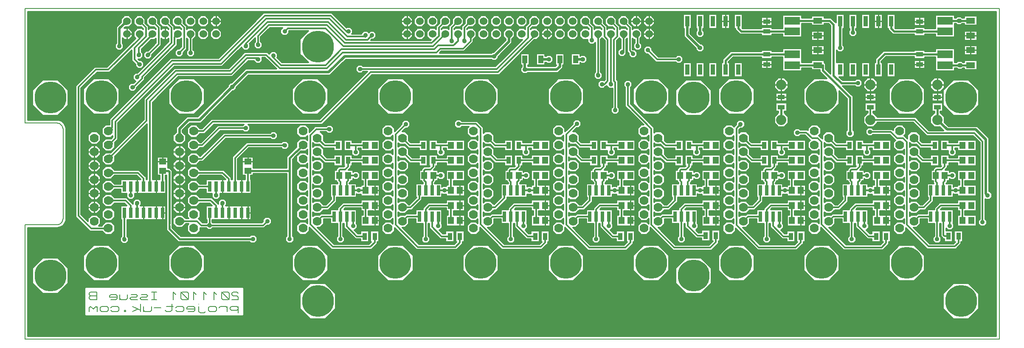
<source format=gbr>
G04 PROTEUS GERBER X2 FILE*
%TF.GenerationSoftware,Labcenter,Proteus,8.12-SP0-Build30713*%
%TF.CreationDate,2021-04-15T12:14:11+00:00*%
%TF.FileFunction,Copper,L2,Bot*%
%TF.FilePolarity,Positive*%
%TF.Part,Single*%
%TF.SameCoordinates,{5a193cc5-51b4-4a6d-ad6d-b15ded965af5}*%
%FSLAX26Y26*%
%MOIN*%
G01*
%TA.AperFunction,NonConductor*%
%ADD12C,0.012000*%
%TA.AperFunction,Conductor*%
%ADD13C,0.012000*%
%TA.AperFunction,NonConductor*%
%ADD21C,0.015000*%
%TA.AperFunction,Conductor*%
%ADD10C,0.015000*%
%ADD11C,0.020000*%
%ADD15C,0.010000*%
%TA.AperFunction,ViaPad*%
%ADD14C,0.035000*%
%TA.AperFunction,OtherPad,Unknown*%
%ADD16C,0.250000*%
%TA.AperFunction,SMDPad,CuDef*%
%ADD22R,0.045000X0.057000*%
%TA.AperFunction,ComponentPad*%
%ADD17C,0.070000*%
%ADD18C,0.250000*%
%TA.AperFunction,SMDPad,CuDef*%
%ADD23R,0.037000X0.057000*%
%TA.AperFunction,SMDPad,CuDef*%
%ADD24R,0.025000X0.080000*%
%TA.AperFunction,WasherPad*%
%ADD25C,0.060000*%
%TA.AperFunction,ComponentPad*%
%ADD70C,0.080000*%
%TA.AperFunction,SMDPad,CuDef*%
%ADD26R,0.035433X0.083465*%
%TA.AperFunction,SMDPad,CuDef*%
%ADD27R,0.071000X0.045000*%
%ADD28R,0.120000X0.060000*%
%ADD29R,0.057000X0.037000*%
%ADD72R,0.057000X0.045000*%
%ADD73R,0.040000X0.060000*%
%TA.AperFunction,Profile*%
%ADD71C,0.008000*%
%TA.AperFunction,NonConductor*%
%ADD20C,0.008000*%
%TD.AperFunction*%
G36*
X+5225000Y-1375000D02*
X-2375000Y-1375000D01*
X-2375000Y-525000D01*
X-2148789Y-525000D01*
X-2146206Y-524749D01*
X-2134896Y-523648D01*
X-2132532Y-522932D01*
X-2120712Y-519354D01*
X-2107860Y-512480D01*
X-2105956Y-510917D01*
X-2096691Y-503309D01*
X-2087521Y-492141D01*
X-2086360Y-489970D01*
X-2080646Y-479287D01*
X-2076352Y-465103D01*
X-2075000Y-451214D01*
X-2075000Y-449993D01*
X-2075197Y+251805D01*
X-2076468Y+265481D01*
X-2077200Y+267900D01*
X-2080739Y+279589D01*
X-2087607Y+292357D01*
X-2089182Y+294264D01*
X-2093091Y+298992D01*
X-2096769Y+303443D01*
X-2098669Y+304994D01*
X-2107920Y+312545D01*
X-2110081Y+313696D01*
X-2120746Y+319375D01*
X-2134909Y+323651D01*
X-2137358Y+323889D01*
X-2148789Y+325000D01*
X-2375000Y+325000D01*
X-2375000Y+1174216D01*
X+5225000Y+1174998D01*
X+5225000Y-1375000D01*
G37*
%LPC*%
G36*
X-678488Y-997310D02*
X-678488Y-1211351D01*
X-687861Y-1220724D01*
X-1921587Y-1220724D01*
X-1930961Y-1211351D01*
X-1930961Y-997310D01*
X-1921587Y-987937D01*
X-687861Y-987937D01*
X-678488Y-997310D01*
G37*
G36*
X-2341000Y-958404D02*
X-2341000Y-841596D01*
X-2258404Y-759000D01*
X-2141596Y-759000D01*
X-2059000Y-841596D01*
X-2059000Y-958404D01*
X-2141596Y-1041000D01*
X-2258404Y-1041000D01*
X-2341000Y-958404D01*
G37*
G36*
X-2341000Y+441596D02*
X-2341000Y+558404D01*
X-2258404Y+641000D01*
X-2141596Y+641000D01*
X-2059000Y+558404D01*
X-2059000Y+441596D01*
X-2141596Y+359000D01*
X-2258404Y+359000D01*
X-2341000Y+441596D01*
G37*
G36*
X+124368Y+1051744D02*
X+126124Y+1053500D01*
X+153876Y+1053500D01*
X+173500Y+1033876D01*
X+173500Y+1006124D01*
X+169375Y+1002000D01*
X+241500Y+1002000D01*
X+241500Y+1003876D01*
X+261124Y+1023500D01*
X+288876Y+1023500D01*
X+300000Y+1012376D01*
X+311124Y+1023500D01*
X+338876Y+1023500D01*
X+358500Y+1003876D01*
X+358500Y+976124D01*
X+338876Y+956500D01*
X+325226Y+956500D01*
X+322574Y+956463D01*
X+318111Y+952000D01*
X+785888Y+952000D01*
X+787889Y+954000D01*
X+780946Y+954000D01*
X+754000Y+980946D01*
X+754000Y+1019054D01*
X+780946Y+1046000D01*
X+819054Y+1046000D01*
X+828000Y+1037053D01*
X+828000Y+1059112D01*
X+854000Y+1085112D01*
X+854000Y+1119054D01*
X+880946Y+1146000D01*
X+919054Y+1146000D01*
X+946000Y+1119054D01*
X+946000Y+1080946D01*
X+919054Y+1054000D01*
X+885112Y+1054000D01*
X+872000Y+1040888D01*
X+872000Y+1037053D01*
X+880946Y+1046000D01*
X+919054Y+1046000D01*
X+928000Y+1037053D01*
X+928000Y+1059112D01*
X+954000Y+1085112D01*
X+954000Y+1119054D01*
X+980946Y+1146000D01*
X+1019054Y+1146000D01*
X+1046000Y+1119054D01*
X+1046000Y+1080946D01*
X+1019054Y+1054000D01*
X+985112Y+1054000D01*
X+972000Y+1040888D01*
X+972000Y+1037053D01*
X+980946Y+1046000D01*
X+1019054Y+1046000D01*
X+1028000Y+1037053D01*
X+1028000Y+1059112D01*
X+1054000Y+1085112D01*
X+1054000Y+1119054D01*
X+1080946Y+1146000D01*
X+1119054Y+1146000D01*
X+1146000Y+1119054D01*
X+1146000Y+1080946D01*
X+1119054Y+1054000D01*
X+1085112Y+1054000D01*
X+1072000Y+1040888D01*
X+1072000Y+1037053D01*
X+1080946Y+1046000D01*
X+1119054Y+1046000D01*
X+1146000Y+1019054D01*
X+1146000Y+980946D01*
X+1122000Y+956946D01*
X+1122000Y+935888D01*
X+1049112Y+863000D01*
X+869112Y+863000D01*
X+857111Y+851000D01*
X+1263624Y+851000D01*
X+1271124Y+858500D01*
X+1281731Y+858500D01*
X+1374000Y+950769D01*
X+1374000Y+960946D01*
X+1354000Y+980946D01*
X+1354000Y+1019054D01*
X+1380946Y+1046000D01*
X+1419054Y+1046000D01*
X+1446000Y+1019054D01*
X+1446000Y+980946D01*
X+1426000Y+960946D01*
X+1426000Y+929231D01*
X+1318500Y+821731D01*
X+1318500Y+811124D01*
X+1298876Y+791500D01*
X+1271124Y+791500D01*
X+1263624Y+799000D01*
X+120769Y+799000D01*
X-4231Y+674000D01*
X-644231Y+674000D01*
X-738154Y+580078D01*
X-738154Y+569470D01*
X-757778Y+549847D01*
X-768385Y+549847D01*
X-1019231Y+299000D01*
X-1104231Y+299000D01*
X-1160709Y+242522D01*
X-1160709Y+228125D01*
X-1135709Y+203125D01*
X-1135709Y+160875D01*
X-1165584Y+131000D01*
X-1207833Y+131000D01*
X-1237708Y+160875D01*
X-1237708Y+203125D01*
X-1212708Y+228125D01*
X-1212708Y+264060D01*
X-1125769Y+351000D01*
X-1040769Y+351000D01*
X-805153Y+586615D01*
X-805153Y+597222D01*
X-785530Y+616846D01*
X-774922Y+616846D01*
X-665769Y+726000D01*
X-427111Y+726000D01*
X-514112Y+813000D01*
X-536209Y+813000D01*
X-536209Y+786124D01*
X-555833Y+766500D01*
X-583585Y+766500D01*
X-603208Y+786124D01*
X-603208Y+788000D01*
X-645888Y+788000D01*
X-770888Y+663000D01*
X-1195888Y+663000D01*
X-1397000Y+461888D01*
X-1397000Y-144000D01*
X-1341000Y-144000D01*
X-1341000Y-113500D01*
X-1363500Y-113500D01*
X-1363500Y+34366D01*
X-1274500Y+34366D01*
X-1274500Y-51500D01*
X-1264267Y-51500D01*
X-1241501Y-74266D01*
X-1241501Y-84000D01*
X-1241500Y-499734D01*
X-1241767Y-500000D01*
X-1241500Y-500266D01*
X-1241500Y-524267D01*
X-1175542Y-590225D01*
X-633876Y-590225D01*
X-623876Y-580225D01*
X-596124Y-580225D01*
X-576500Y-599848D01*
X-576500Y-627600D01*
X-596124Y-647224D01*
X-623876Y-647224D01*
X-633876Y-637224D01*
X-1195009Y-637224D01*
X-1288500Y-543733D01*
X-1288500Y-500266D01*
X-1288233Y-500000D01*
X-1288500Y-499734D01*
X-1288499Y-113500D01*
X-1297000Y-113500D01*
X-1297000Y-144000D01*
X-1290500Y-144000D01*
X-1290500Y-256000D01*
X-1535625Y-256000D01*
X-1535500Y-256124D01*
X-1535500Y-283876D01*
X-1555124Y-303500D01*
X-1582876Y-303500D01*
X-1602500Y-283876D01*
X-1602500Y-256124D01*
X-1602375Y-256000D01*
X-1647500Y-256000D01*
X-1647500Y-222000D01*
X-1693875Y-222000D01*
X-1722875Y-251000D01*
X-1765125Y-251000D01*
X-1795000Y-221125D01*
X-1795000Y-178875D01*
X-1765125Y-149000D01*
X-1722875Y-149000D01*
X-1693875Y-178000D01*
X-1647500Y-178000D01*
X-1647500Y-144000D01*
X-1491820Y-144000D01*
X-1522821Y-113000D01*
X-1693875Y-113000D01*
X-1722875Y-142000D01*
X-1765125Y-142000D01*
X-1795000Y-112125D01*
X-1795000Y-69875D01*
X-1765125Y-40000D01*
X-1722875Y-40000D01*
X-1693875Y-69000D01*
X-1504596Y-69000D01*
X-1447000Y-126596D01*
X-1447000Y-144000D01*
X-1441000Y-144000D01*
X-1441000Y+289889D01*
X-1693000Y+37888D01*
X-1693000Y-3125D01*
X-1722875Y-33000D01*
X-1765125Y-33000D01*
X-1795000Y-3125D01*
X-1795000Y+39125D01*
X-1765125Y+69000D01*
X-1724112Y+69000D01*
X-1466708Y+326404D01*
X-1466708Y+489404D01*
X-1224112Y+732000D01*
X-799112Y+732000D01*
X-674112Y+857000D01*
X-495888Y+857000D01*
X-481838Y+842950D01*
X-481838Y+844506D01*
X-462215Y+864130D01*
X-434463Y+864130D01*
X-414839Y+844506D01*
X-414839Y+816754D01*
X-417741Y+813852D01*
X-380888Y+777000D01*
X-176403Y+777000D01*
X-241000Y+841596D01*
X-241000Y+958404D01*
X-176403Y+1023000D01*
X-325888Y+1023000D01*
X-326801Y+1022087D01*
X-326839Y+1019434D01*
X-326839Y+1005785D01*
X-346463Y+986162D01*
X-374215Y+986162D01*
X-393838Y+1005785D01*
X-393838Y+1033537D01*
X-379375Y+1048001D01*
X-475887Y+1048001D01*
X-547709Y+976179D01*
X-547709Y+940138D01*
X-545877Y+938252D01*
X-536209Y+928585D01*
X-536209Y+900833D01*
X-555833Y+881209D01*
X-583585Y+881209D01*
X-603208Y+900833D01*
X-603208Y+928585D01*
X-593541Y+938252D01*
X-591708Y+940138D01*
X-591708Y+967180D01*
X-635611Y+923278D01*
X-631209Y+918876D01*
X-631209Y+891124D01*
X-650833Y+871500D01*
X-678585Y+871500D01*
X-698208Y+891124D01*
X-698208Y+895680D01*
X-850888Y+743000D01*
X-1225888Y+743000D01*
X-1668000Y+300888D01*
X-1668000Y+170888D01*
X-1693000Y+145888D01*
X-1693000Y+105875D01*
X-1722875Y+76000D01*
X-1765125Y+76000D01*
X-1795000Y+105875D01*
X-1795000Y+148125D01*
X-1765125Y+178000D01*
X-1723112Y+178000D01*
X-1712000Y+189112D01*
X-1712000Y+195876D01*
X-1722875Y+185000D01*
X-1765125Y+185000D01*
X-1795000Y+214875D01*
X-1795000Y+257125D01*
X-1765125Y+287000D01*
X-1737000Y+287000D01*
X-1737000Y+329112D01*
X-1254112Y+812000D01*
X-879112Y+812000D01*
X-524112Y+1167000D01*
X+9112Y+1167000D01*
X+124368Y+1051744D01*
G37*
G36*
X+4519409Y+257125D02*
X+4519409Y+214875D01*
X+4505717Y+201183D01*
X+4529410Y+177489D01*
X+4529410Y+203125D01*
X+4559285Y+233000D01*
X+4601534Y+233000D01*
X+4631409Y+203125D01*
X+4631409Y+162112D01*
X+4647451Y+146070D01*
X+4709500Y+146070D01*
X+4709500Y+168570D01*
X+4778500Y+168570D01*
X+4778500Y+79571D01*
X+4709500Y+79571D01*
X+4709500Y+102071D01*
X+4629226Y+102071D01*
X+4600297Y+131000D01*
X+4559285Y+131000D01*
X+4547102Y+143183D01*
X+4547102Y+111817D01*
X+4559285Y+124000D01*
X+4601534Y+124000D01*
X+4631409Y+94125D01*
X+4631409Y+53112D01*
X+4656561Y+27960D01*
X+4709500Y+27960D01*
X+4709500Y+50460D01*
X+4778500Y+50460D01*
X+4778500Y-38539D01*
X+4709500Y-38539D01*
X+4709500Y-16039D01*
X+4638337Y-16039D01*
X+4600297Y+22000D01*
X+4559285Y+22000D01*
X+4547102Y+34183D01*
X+4547102Y+2817D01*
X+4559285Y+15000D01*
X+4601534Y+15000D01*
X+4631409Y-14875D01*
X+4631409Y-57125D01*
X+4601534Y-87000D01*
X+4559285Y-87000D01*
X+4547102Y-74817D01*
X+4547102Y-106183D01*
X+4559285Y-94000D01*
X+4601534Y-94000D01*
X+4631409Y-123875D01*
X+4631409Y-166125D01*
X+4601534Y-196000D01*
X+4559285Y-196000D01*
X+4547102Y-183817D01*
X+4547102Y-215183D01*
X+4559285Y-203000D01*
X+4601534Y-203000D01*
X+4631409Y-232875D01*
X+4631409Y-275125D01*
X+4601534Y-305000D01*
X+4559285Y-305000D01*
X+4547102Y-292817D01*
X+4547102Y-324183D01*
X+4559285Y-312000D01*
X+4601534Y-312000D01*
X+4630534Y-341000D01*
X+4648675Y-341000D01*
X+4690536Y-299140D01*
X+4690536Y-286259D01*
X+4684036Y-286259D01*
X+4684036Y-174260D01*
X+4734763Y-174260D01*
X+4729874Y-169372D01*
X+4729874Y-156649D01*
X+4713374Y-156649D01*
X+4713374Y-67650D01*
X+4729874Y-67650D01*
X+4729874Y-63667D01*
X+4750636Y-42906D01*
X+4790006Y-42906D01*
X+4794373Y-38539D01*
X+4788241Y-38539D01*
X+4788241Y+50460D01*
X+4853959Y+50460D01*
X+4848296Y+56124D01*
X+4848296Y+79571D01*
X+4788241Y+79571D01*
X+4788241Y+168570D01*
X+4857240Y+168570D01*
X+4857240Y+146070D01*
X+4922036Y+146070D01*
X+4922036Y+168570D01*
X+5069901Y+168570D01*
X+5069901Y+79571D01*
X+4922036Y+79571D01*
X+4922036Y+102071D01*
X+4903795Y+102071D01*
X+4903794Y+95376D01*
X+4915295Y+83876D01*
X+4915295Y+56124D01*
X+4895671Y+36500D01*
X+4867919Y+36500D01*
X+4857240Y+47180D01*
X+4857240Y+27960D01*
X+4922036Y+27960D01*
X+4922036Y+50460D01*
X+5069901Y+50460D01*
X+5069901Y-38539D01*
X+4922036Y-38539D01*
X+4922036Y-16039D01*
X+4857240Y-16039D01*
X+4857240Y-38539D01*
X+4844739Y-38539D01*
X+4844739Y-50396D01*
X+4827485Y-67650D01*
X+4861240Y-67650D01*
X+4861240Y-85330D01*
X+4867919Y-78650D01*
X+4895671Y-78650D01*
X+4915295Y-98274D01*
X+4915295Y-126026D01*
X+4895671Y-145649D01*
X+4867919Y-145649D01*
X+4861240Y-138970D01*
X+4861240Y-156649D01*
X+4844740Y-156649D01*
X+4844740Y-164372D01*
X+4834852Y-174260D01*
X+4891035Y-174260D01*
X+4891035Y-201219D01*
X+4895494Y-196760D01*
X+4922036Y-196760D01*
X+4922036Y-185760D01*
X+4938536Y-185760D01*
X+4938536Y-156649D01*
X+4922036Y-156649D01*
X+4922036Y-67650D01*
X+5069901Y-67650D01*
X+5069901Y-156649D01*
X+4982535Y-156649D01*
X+4982535Y-185760D01*
X+5069901Y-185760D01*
X+5069901Y-274759D01*
X+4922036Y-274759D01*
X+4922036Y-263759D01*
X+4895494Y-263759D01*
X+4891035Y-259300D01*
X+4891035Y-286259D01*
X+4734535Y-286259D01*
X+4734535Y-317364D01*
X+4666900Y-385000D01*
X+4630534Y-385000D01*
X+4601534Y-414000D01*
X+4559285Y-414000D01*
X+4547102Y-401817D01*
X+4547102Y-433183D01*
X+4559285Y-421000D01*
X+4600297Y-421000D01*
X+4608037Y-413260D01*
X+4684036Y-413260D01*
X+4684036Y-379260D01*
X+4740536Y-379260D01*
X+4740536Y-367722D01*
X+4781888Y-326370D01*
X+4922036Y-326370D01*
X+4922036Y-303870D01*
X+5069901Y-303870D01*
X+5069901Y-392870D01*
X+4982535Y-392870D01*
X+4982535Y-421981D01*
X+5069901Y-421981D01*
X+5069901Y-510980D01*
X+4922036Y-510980D01*
X+4922036Y-421981D01*
X+4938536Y-421981D01*
X+4938536Y-392870D01*
X+4922036Y-392870D01*
X+4922036Y-370370D01*
X+4800112Y-370370D01*
X+4791222Y-379260D01*
X+4891035Y-379260D01*
X+4891035Y-491259D01*
X+4890911Y-491259D01*
X+4896035Y-496384D01*
X+4896035Y-524136D01*
X+4876411Y-543759D01*
X+4848659Y-543759D01*
X+4834535Y-529635D01*
X+4834535Y-545500D01*
X+4885287Y-545500D01*
X+4885287Y-634500D01*
X+4816288Y-634500D01*
X+4816288Y-612000D01*
X+4811675Y-612000D01*
X+4790536Y-590860D01*
X+4790536Y-491259D01*
X+4784535Y-491259D01*
X+4784535Y-588348D01*
X+4796035Y-599848D01*
X+4796035Y-627600D01*
X+4776411Y-647224D01*
X+4748659Y-647224D01*
X+4729036Y-627600D01*
X+4729036Y-599848D01*
X+4740536Y-588348D01*
X+4740536Y-491259D01*
X+4684036Y-491259D01*
X+4684036Y-457259D01*
X+4631409Y-457259D01*
X+4631409Y-493125D01*
X+4601534Y-523000D01*
X+4579387Y-523000D01*
X+4704388Y-648000D01*
X+4891675Y-648000D01*
X+4905176Y-634500D01*
X+4895028Y-634500D01*
X+4895028Y-545500D01*
X+4964027Y-545500D01*
X+4964027Y-634500D01*
X+4951527Y-634500D01*
X+4951527Y-650372D01*
X+4909900Y-692000D01*
X+4686163Y-692000D01*
X+4519409Y-525245D01*
X+4519409Y-548125D01*
X+4489534Y-578000D01*
X+4447285Y-578000D01*
X+4417410Y-548125D01*
X+4417410Y-505875D01*
X+4447285Y-476000D01*
X+4489534Y-476000D01*
X+4503103Y-489569D01*
X+4503103Y-455431D01*
X+4489534Y-469000D01*
X+4447285Y-469000D01*
X+4417410Y-439125D01*
X+4417410Y-396875D01*
X+4447285Y-367000D01*
X+4489534Y-367000D01*
X+4503103Y-380569D01*
X+4503103Y-346431D01*
X+4489534Y-360000D01*
X+4447285Y-360000D01*
X+4417410Y-330125D01*
X+4417410Y-287875D01*
X+4447285Y-258000D01*
X+4489534Y-258000D01*
X+4503103Y-271569D01*
X+4503103Y-237431D01*
X+4489534Y-251000D01*
X+4447285Y-251000D01*
X+4417410Y-221125D01*
X+4417410Y-178875D01*
X+4447285Y-149000D01*
X+4489534Y-149000D01*
X+4503103Y-162569D01*
X+4503103Y-128431D01*
X+4489534Y-142000D01*
X+4447285Y-142000D01*
X+4417410Y-112125D01*
X+4417410Y-69875D01*
X+4447285Y-40000D01*
X+4489534Y-40000D01*
X+4503103Y-53569D01*
X+4503103Y-19431D01*
X+4489534Y-33000D01*
X+4447285Y-33000D01*
X+4417410Y-3125D01*
X+4417410Y+39125D01*
X+4447285Y+69000D01*
X+4489534Y+69000D01*
X+4503103Y+55431D01*
X+4503103Y+89569D01*
X+4489534Y+76000D01*
X+4447285Y+76000D01*
X+4417410Y+105875D01*
X+4417410Y+148125D01*
X+4433772Y+164487D01*
X+4390258Y+208000D01*
X+4259799Y+208000D01*
X+4257914Y+206168D01*
X+4248246Y+196500D01*
X+4220494Y+196500D01*
X+4200870Y+216124D01*
X+4200870Y+243876D01*
X+4220494Y+263500D01*
X+4248246Y+263500D01*
X+4257914Y+253832D01*
X+4259799Y+252000D01*
X+4408482Y+252000D01*
X+4417410Y+243072D01*
X+4417410Y+257125D01*
X+4447285Y+287000D01*
X+4489534Y+287000D01*
X+4519409Y+257125D01*
G37*
G36*
X+4582813Y+369000D02*
X+4466006Y+369000D01*
X+4383410Y+451596D01*
X+4383410Y+568404D01*
X+4466006Y+651000D01*
X+4582813Y+651000D01*
X+4665409Y+568404D01*
X+4665409Y+451596D01*
X+4582813Y+369000D01*
G37*
G36*
X+4582813Y-941000D02*
X+4466006Y-941000D01*
X+4383410Y-858404D01*
X+4383410Y-741596D01*
X+4466006Y-659000D01*
X+4582813Y-659000D01*
X+4665409Y-741596D01*
X+4665409Y-858404D01*
X+4582813Y-941000D01*
G37*
G36*
X+3850118Y+257125D02*
X+3850118Y+214875D01*
X+3835677Y+200435D01*
X+3860119Y+175993D01*
X+3860119Y+203125D01*
X+3889993Y+233000D01*
X+3932243Y+233000D01*
X+3962118Y+203125D01*
X+3962118Y+162112D01*
X+3978159Y+146070D01*
X+4040209Y+146070D01*
X+4040209Y+168570D01*
X+4109208Y+168570D01*
X+4109208Y+79571D01*
X+4040209Y+79571D01*
X+4040209Y+102071D01*
X+3959935Y+102071D01*
X+3931006Y+131000D01*
X+3889993Y+131000D01*
X+3877811Y+143183D01*
X+3877811Y+111817D01*
X+3889993Y+124000D01*
X+3932243Y+124000D01*
X+3962118Y+94125D01*
X+3962118Y+53112D01*
X+3987270Y+27960D01*
X+4040209Y+27960D01*
X+4040209Y+50460D01*
X+4109208Y+50460D01*
X+4109208Y-38539D01*
X+4040209Y-38539D01*
X+4040209Y-16039D01*
X+3969045Y-16039D01*
X+3931006Y+22000D01*
X+3889993Y+22000D01*
X+3877811Y+34183D01*
X+3877811Y+2817D01*
X+3889993Y+15000D01*
X+3932243Y+15000D01*
X+3962118Y-14875D01*
X+3962118Y-57125D01*
X+3932243Y-87000D01*
X+3889993Y-87000D01*
X+3877811Y-74817D01*
X+3877811Y-106183D01*
X+3889993Y-94000D01*
X+3932243Y-94000D01*
X+3962118Y-123875D01*
X+3962118Y-166125D01*
X+3932243Y-196000D01*
X+3889993Y-196000D01*
X+3877811Y-183817D01*
X+3877811Y-215183D01*
X+3889993Y-203000D01*
X+3932243Y-203000D01*
X+3962118Y-232875D01*
X+3962118Y-275125D01*
X+3932243Y-305000D01*
X+3889993Y-305000D01*
X+3877811Y-292817D01*
X+3877811Y-324183D01*
X+3889993Y-312000D01*
X+3932243Y-312000D01*
X+3961243Y-341000D01*
X+3979707Y-341000D01*
X+4020819Y-299888D01*
X+4020819Y-286259D01*
X+4014319Y-286259D01*
X+4014319Y-174260D01*
X+4070819Y-174260D01*
X+4070819Y-170868D01*
X+4060583Y-160632D01*
X+4060583Y-156649D01*
X+4044083Y-156649D01*
X+4044083Y-67650D01*
X+4060583Y-67650D01*
X+4060583Y-63667D01*
X+4081344Y-42906D01*
X+4120715Y-42906D01*
X+4125081Y-38539D01*
X+4118949Y-38539D01*
X+4118949Y+50460D01*
X+4184668Y+50460D01*
X+4179004Y+56124D01*
X+4179004Y+79571D01*
X+4118949Y+79571D01*
X+4118949Y+168570D01*
X+4187948Y+168570D01*
X+4187948Y+146070D01*
X+4252744Y+146070D01*
X+4252744Y+168570D01*
X+4400610Y+168570D01*
X+4400610Y+79571D01*
X+4252744Y+79571D01*
X+4252744Y+102071D01*
X+4234504Y+102071D01*
X+4234503Y+95376D01*
X+4246004Y+83876D01*
X+4246004Y+56124D01*
X+4226380Y+36500D01*
X+4198628Y+36500D01*
X+4187948Y+47180D01*
X+4187948Y+27960D01*
X+4252744Y+27960D01*
X+4252744Y+50460D01*
X+4400610Y+50460D01*
X+4400610Y-38539D01*
X+4252744Y-38539D01*
X+4252744Y-16039D01*
X+4187948Y-16039D01*
X+4187948Y-38539D01*
X+4175448Y-38539D01*
X+4175448Y-50396D01*
X+4158194Y-67650D01*
X+4191948Y-67650D01*
X+4191948Y-85330D01*
X+4198628Y-78650D01*
X+4226380Y-78650D01*
X+4246004Y-98274D01*
X+4246004Y-126026D01*
X+4226380Y-145649D01*
X+4198628Y-145649D01*
X+4191948Y-138970D01*
X+4191948Y-156649D01*
X+4175448Y-156649D01*
X+4175448Y-160632D01*
X+4164818Y-171262D01*
X+4164818Y-174260D01*
X+4221319Y-174260D01*
X+4221319Y-198992D01*
X+4223550Y-196760D01*
X+4251302Y-196760D01*
X+4252744Y-198203D01*
X+4252744Y-185760D01*
X+4269244Y-185760D01*
X+4269244Y-156649D01*
X+4252744Y-156649D01*
X+4252744Y-67650D01*
X+4400610Y-67650D01*
X+4400610Y-156649D01*
X+4313244Y-156649D01*
X+4313244Y-185760D01*
X+4400610Y-185760D01*
X+4400610Y-274759D01*
X+4369497Y-274759D01*
X+4378110Y-283372D01*
X+4378110Y-296628D01*
X+4370867Y-303870D01*
X+4400610Y-303870D01*
X+4400610Y-392870D01*
X+4372607Y-392870D01*
X+4378110Y-398372D01*
X+4378110Y-411628D01*
X+4368738Y-421000D01*
X+4355483Y-421000D01*
X+4346110Y-411628D01*
X+4346110Y-398372D01*
X+4351613Y-392870D01*
X+4313244Y-392870D01*
X+4313244Y-421981D01*
X+4400610Y-421981D01*
X+4400610Y-510980D01*
X+4252744Y-510980D01*
X+4252744Y-421981D01*
X+4269244Y-421981D01*
X+4269244Y-392870D01*
X+4252744Y-392870D01*
X+4252744Y-370370D01*
X+4135451Y-370370D01*
X+4126560Y-379260D01*
X+4221319Y-379260D01*
X+4221319Y-491259D01*
X+4221194Y-491259D01*
X+4226319Y-496384D01*
X+4226319Y-524136D01*
X+4207968Y-542486D01*
X+4234963Y-569481D01*
X+4248870Y-569481D01*
X+4248870Y-546981D01*
X+4317870Y-546981D01*
X+4317870Y-635980D01*
X+4248870Y-635980D01*
X+4248870Y-613480D01*
X+4216738Y-613480D01*
X+4120819Y-517561D01*
X+4120819Y-491259D01*
X+4114819Y-491259D01*
X+4114819Y-588348D01*
X+4126319Y-599848D01*
X+4126319Y-627600D01*
X+4106695Y-647224D01*
X+4078943Y-647224D01*
X+4059319Y-627600D01*
X+4059319Y-599848D01*
X+4070819Y-588348D01*
X+4070819Y-491259D01*
X+4014319Y-491259D01*
X+4014319Y-457259D01*
X+3962118Y-457259D01*
X+3962118Y-493125D01*
X+3932243Y-523000D01*
X+3913127Y-523000D01*
X+4046852Y-656725D01*
X+4317998Y-656725D01*
X+4338743Y-635980D01*
X+4327611Y-635980D01*
X+4327611Y-546981D01*
X+4396610Y-546981D01*
X+4396610Y-635980D01*
X+4384110Y-635980D01*
X+4384110Y-652837D01*
X+4336222Y-700724D01*
X+4028628Y-700724D01*
X+3850118Y-522214D01*
X+3850118Y-548125D01*
X+3820243Y-578000D01*
X+3777993Y-578000D01*
X+3748119Y-548125D01*
X+3748119Y-505875D01*
X+3777993Y-476000D01*
X+3820243Y-476000D01*
X+3833811Y-489569D01*
X+3833811Y-455431D01*
X+3820243Y-469000D01*
X+3777993Y-469000D01*
X+3748119Y-439125D01*
X+3748119Y-396875D01*
X+3777993Y-367000D01*
X+3820243Y-367000D01*
X+3833811Y-380569D01*
X+3833811Y-346431D01*
X+3820243Y-360000D01*
X+3777993Y-360000D01*
X+3748119Y-330125D01*
X+3748119Y-287875D01*
X+3777993Y-258000D01*
X+3820243Y-258000D01*
X+3833811Y-271569D01*
X+3833811Y-237431D01*
X+3820243Y-251000D01*
X+3777993Y-251000D01*
X+3748119Y-221125D01*
X+3748119Y-178875D01*
X+3777993Y-149000D01*
X+3820243Y-149000D01*
X+3833811Y-162569D01*
X+3833811Y-128431D01*
X+3820243Y-142000D01*
X+3777993Y-142000D01*
X+3748119Y-112125D01*
X+3748119Y-69875D01*
X+3777993Y-40000D01*
X+3820243Y-40000D01*
X+3833811Y-53569D01*
X+3833811Y-19431D01*
X+3820243Y-33000D01*
X+3777993Y-33000D01*
X+3748119Y-3125D01*
X+3748119Y+39125D01*
X+3777993Y+69000D01*
X+3820243Y+69000D01*
X+3833811Y+55431D01*
X+3833811Y+89569D01*
X+3820243Y+76000D01*
X+3777993Y+76000D01*
X+3748119Y+105875D01*
X+3748119Y+148125D01*
X+3764441Y+164447D01*
X+3725888Y+203000D01*
X+3689799Y+203000D01*
X+3687914Y+201168D01*
X+3678246Y+191500D01*
X+3650494Y+191500D01*
X+3630870Y+211124D01*
X+3630870Y+238876D01*
X+3650494Y+258500D01*
X+3678246Y+258500D01*
X+3687914Y+248832D01*
X+3689799Y+247000D01*
X+3744112Y+247000D01*
X+3748119Y+242993D01*
X+3748119Y+257125D01*
X+3777993Y+287000D01*
X+3820243Y+287000D01*
X+3850118Y+257125D01*
G37*
G36*
X+4033716Y+1042268D02*
X+4026000Y+1042268D01*
X+4026000Y+911376D01*
X+4033500Y+903876D01*
X+4033500Y+876124D01*
X+4013876Y+856500D01*
X+3986124Y+856500D01*
X+3972869Y+869755D01*
X+3972869Y+777732D01*
X+4033716Y+777732D01*
X+4033716Y+662268D01*
X+3995335Y+662268D01*
X+4019930Y+637673D01*
X+4117856Y+637673D01*
X+4127856Y+647673D01*
X+4155608Y+647673D01*
X+4175232Y+628049D01*
X+4175232Y+600297D01*
X+4155608Y+580674D01*
X+4127856Y+580674D01*
X+4117856Y+590674D01*
X+4021930Y+590674D01*
X+4102870Y+509733D01*
X+4102870Y+242459D01*
X+4112870Y+232459D01*
X+4112870Y+204707D01*
X+4093246Y+185083D01*
X+4065494Y+185083D01*
X+4045870Y+204707D01*
X+4045870Y+232459D01*
X+4055870Y+242459D01*
X+4055870Y+490267D01*
X+3996118Y+550019D01*
X+3996118Y+451596D01*
X+3913522Y+369000D01*
X+3796714Y+369000D01*
X+3714119Y+451596D01*
X+3714119Y+568404D01*
X+3796714Y+651000D01*
X+3895137Y+651000D01*
X+3840870Y+705267D01*
X+3840870Y+716500D01*
X+3773500Y+716500D01*
X+3773500Y+731500D01*
X+3725000Y+731501D01*
X+3701000Y+731500D01*
X+3701000Y+709000D01*
X+3549000Y+709000D01*
X+3549000Y+816500D01*
X+3525000Y+816501D01*
X+3469500Y+816500D01*
X+3469500Y+805500D01*
X+3380500Y+805500D01*
X+3380500Y+816500D01*
X+3159734Y+816501D01*
X+3123500Y+780267D01*
X+3123500Y+777732D01*
X+3133716Y+777732D01*
X+3133716Y+662268D01*
X+3066284Y+662268D01*
X+3066284Y+777732D01*
X+3076500Y+777732D01*
X+3076500Y+799733D01*
X+3140266Y+863499D01*
X+3150000Y+863499D01*
X+3380500Y+863500D01*
X+3380500Y+874500D01*
X+3469500Y+874500D01*
X+3469500Y+863500D01*
X+3525000Y+863499D01*
X+3549000Y+863500D01*
X+3549000Y+886000D01*
X+3701000Y+886000D01*
X+3701000Y+778500D01*
X+3725000Y+778499D01*
X+3773500Y+778500D01*
X+3773500Y+793500D01*
X+3876500Y+793500D01*
X+3876500Y+776104D01*
X+3887870Y+764733D01*
X+3887870Y+724733D01*
X+3925871Y+686732D01*
X+3925871Y+1065266D01*
X+3909637Y+1081500D01*
X+3876500Y+1081500D01*
X+3876500Y+1066500D01*
X+3773500Y+1066500D01*
X+3773500Y+1081500D01*
X+3725000Y+1081501D01*
X+3701000Y+1081500D01*
X+3701000Y+974000D01*
X+3549000Y+974000D01*
X+3549000Y+996500D01*
X+3525000Y+996501D01*
X+3469500Y+996500D01*
X+3469500Y+985500D01*
X+3380500Y+985500D01*
X+3380500Y+996500D01*
X+3215266Y+996501D01*
X+3176500Y+1035267D01*
X+3176500Y+1042268D01*
X+3166284Y+1042268D01*
X+3166284Y+1157732D01*
X+3233716Y+1157732D01*
X+3233716Y+1044517D01*
X+3234734Y+1043499D01*
X+3380500Y+1043500D01*
X+3380500Y+1054500D01*
X+3469500Y+1054500D01*
X+3469500Y+1043500D01*
X+3525000Y+1043499D01*
X+3549000Y+1043500D01*
X+3549000Y+1151000D01*
X+3701000Y+1151000D01*
X+3701000Y+1128500D01*
X+3725000Y+1128499D01*
X+3773500Y+1128500D01*
X+3773500Y+1143500D01*
X+3876500Y+1143500D01*
X+3876500Y+1128500D01*
X+3929104Y+1128500D01*
X+3966284Y+1091319D01*
X+3966284Y+1157732D01*
X+4033716Y+1157732D01*
X+4033716Y+1042268D01*
G37*
G36*
X+3913522Y-941000D02*
X+3796714Y-941000D01*
X+3714119Y-858404D01*
X+3714119Y-741596D01*
X+3796714Y-659000D01*
X+3913522Y-659000D01*
X+3996118Y-741596D01*
X+3996118Y-858404D01*
X+3913522Y-941000D01*
G37*
G36*
X+3252870Y+303876D02*
X+3252870Y+276124D01*
X+3233246Y+256500D01*
X+3219598Y+256500D01*
X+3216944Y+256463D01*
X+3208519Y+248037D01*
X+3208519Y+220817D01*
X+3220702Y+233000D01*
X+3262952Y+233000D01*
X+3292826Y+203125D01*
X+3292826Y+162112D01*
X+3308868Y+146070D01*
X+3370918Y+146070D01*
X+3370918Y+168570D01*
X+3439917Y+168570D01*
X+3439917Y+79571D01*
X+3370918Y+79571D01*
X+3370918Y+102071D01*
X+3290644Y+102071D01*
X+3261715Y+131000D01*
X+3220702Y+131000D01*
X+3208519Y+143183D01*
X+3208519Y+111817D01*
X+3220702Y+124000D01*
X+3262952Y+124000D01*
X+3292826Y+94125D01*
X+3292826Y+53112D01*
X+3317978Y+27960D01*
X+3370918Y+27960D01*
X+3370918Y+50460D01*
X+3439917Y+50460D01*
X+3439917Y-38539D01*
X+3370918Y-38539D01*
X+3370918Y-16039D01*
X+3299754Y-16039D01*
X+3261715Y+22000D01*
X+3220702Y+22000D01*
X+3208519Y+34183D01*
X+3208519Y+2817D01*
X+3220702Y+15000D01*
X+3262952Y+15000D01*
X+3292826Y-14875D01*
X+3292826Y-57125D01*
X+3262952Y-87000D01*
X+3220702Y-87000D01*
X+3208519Y-74817D01*
X+3208519Y-106183D01*
X+3220702Y-94000D01*
X+3262952Y-94000D01*
X+3292826Y-123875D01*
X+3292826Y-166125D01*
X+3262952Y-196000D01*
X+3220702Y-196000D01*
X+3208519Y-183817D01*
X+3208519Y-215183D01*
X+3220702Y-203000D01*
X+3262952Y-203000D01*
X+3292826Y-232875D01*
X+3292826Y-275125D01*
X+3262952Y-305000D01*
X+3220702Y-305000D01*
X+3208519Y-292817D01*
X+3208519Y-324183D01*
X+3220702Y-312000D01*
X+3262952Y-312000D01*
X+3291952Y-341000D01*
X+3310415Y-341000D01*
X+3351528Y-299888D01*
X+3351528Y-286259D01*
X+3345028Y-286259D01*
X+3345028Y-174260D01*
X+3401528Y-174260D01*
X+3401528Y-170868D01*
X+3391292Y-160632D01*
X+3391292Y-156649D01*
X+3374792Y-156649D01*
X+3374792Y-67650D01*
X+3391292Y-67650D01*
X+3391292Y-63667D01*
X+3412053Y-42906D01*
X+3451423Y-42906D01*
X+3455790Y-38539D01*
X+3449658Y-38539D01*
X+3449658Y+50460D01*
X+3512952Y+50460D01*
X+3507288Y+56124D01*
X+3507288Y+79571D01*
X+3449658Y+79571D01*
X+3449658Y+168570D01*
X+3518657Y+168570D01*
X+3518657Y+146070D01*
X+3583453Y+146070D01*
X+3583453Y+168570D01*
X+3731319Y+168570D01*
X+3731319Y+79571D01*
X+3583453Y+79571D01*
X+3583453Y+102071D01*
X+3562787Y+102071D01*
X+3562787Y+95376D01*
X+3574287Y+83876D01*
X+3574287Y+56124D01*
X+3554663Y+36500D01*
X+3526911Y+36500D01*
X+3518657Y+44755D01*
X+3518657Y+27960D01*
X+3583453Y+27960D01*
X+3583453Y+50460D01*
X+3731319Y+50460D01*
X+3731319Y-38539D01*
X+3583453Y-38539D01*
X+3583453Y-16039D01*
X+3518657Y-16039D01*
X+3518657Y-38539D01*
X+3506157Y-38539D01*
X+3506157Y-50396D01*
X+3488903Y-67650D01*
X+3522657Y-67650D01*
X+3522657Y-82904D01*
X+3526911Y-78650D01*
X+3554663Y-78650D01*
X+3574287Y-98274D01*
X+3574287Y-126026D01*
X+3554663Y-145649D01*
X+3526911Y-145649D01*
X+3522657Y-141395D01*
X+3522657Y-156649D01*
X+3506157Y-156649D01*
X+3506157Y-160632D01*
X+3495527Y-171262D01*
X+3495527Y-174260D01*
X+3552027Y-174260D01*
X+3552027Y-197786D01*
X+3553053Y-196760D01*
X+3580805Y-196760D01*
X+3583453Y-199408D01*
X+3583453Y-185760D01*
X+3599953Y-185760D01*
X+3599953Y-156649D01*
X+3583453Y-156649D01*
X+3583453Y-67650D01*
X+3731319Y-67650D01*
X+3731319Y-156649D01*
X+3643952Y-156649D01*
X+3643952Y-185760D01*
X+3731319Y-185760D01*
X+3731319Y-274759D01*
X+3700206Y-274759D01*
X+3708819Y-283372D01*
X+3708819Y-296628D01*
X+3701576Y-303870D01*
X+3731319Y-303870D01*
X+3731319Y-392870D01*
X+3703316Y-392870D01*
X+3708819Y-398372D01*
X+3708819Y-411628D01*
X+3699446Y-421000D01*
X+3686191Y-421000D01*
X+3676819Y-411628D01*
X+3676819Y-398372D01*
X+3682322Y-392870D01*
X+3643952Y-392870D01*
X+3643952Y-421981D01*
X+3731319Y-421981D01*
X+3731319Y-510980D01*
X+3583453Y-510980D01*
X+3583453Y-421981D01*
X+3599953Y-421981D01*
X+3599953Y-392870D01*
X+3583453Y-392870D01*
X+3583453Y-370370D01*
X+3466159Y-370370D01*
X+3457269Y-379260D01*
X+3552027Y-379260D01*
X+3552027Y-491259D01*
X+3551903Y-491259D01*
X+3557027Y-496384D01*
X+3557027Y-524136D01*
X+3538322Y-542841D01*
X+3564963Y-569481D01*
X+3579579Y-569481D01*
X+3579579Y-546981D01*
X+3648578Y-546981D01*
X+3648578Y-635980D01*
X+3579579Y-635980D01*
X+3579579Y-613480D01*
X+3546738Y-613480D01*
X+3451528Y-518270D01*
X+3451528Y-491259D01*
X+3445527Y-491259D01*
X+3445527Y-588348D01*
X+3457027Y-599848D01*
X+3457027Y-627600D01*
X+3437404Y-647224D01*
X+3409652Y-647224D01*
X+3390028Y-627600D01*
X+3390028Y-599848D01*
X+3401528Y-588348D01*
X+3401528Y-491259D01*
X+3345028Y-491259D01*
X+3345028Y-457259D01*
X+3292826Y-457259D01*
X+3292826Y-493125D01*
X+3262952Y-523000D01*
X+3238127Y-523000D01*
X+3371852Y-656725D01*
X+3643707Y-656725D01*
X+3664452Y-635980D01*
X+3658319Y-635980D01*
X+3658319Y-546981D01*
X+3727319Y-546981D01*
X+3727319Y-635980D01*
X+3714818Y-635980D01*
X+3714818Y-647837D01*
X+3661931Y-700724D01*
X+3353628Y-700724D01*
X+3180826Y-527922D01*
X+3180826Y-548125D01*
X+3150952Y-578000D01*
X+3108702Y-578000D01*
X+3078827Y-548125D01*
X+3078827Y-505875D01*
X+3108702Y-476000D01*
X+3150952Y-476000D01*
X+3164520Y-489569D01*
X+3164520Y-455431D01*
X+3150952Y-469000D01*
X+3108702Y-469000D01*
X+3078827Y-439125D01*
X+3078827Y-396875D01*
X+3108702Y-367000D01*
X+3150952Y-367000D01*
X+3164520Y-380569D01*
X+3164520Y-346431D01*
X+3150952Y-360000D01*
X+3108702Y-360000D01*
X+3078827Y-330125D01*
X+3078827Y-287875D01*
X+3108702Y-258000D01*
X+3150952Y-258000D01*
X+3164520Y-271569D01*
X+3164520Y-237431D01*
X+3150952Y-251000D01*
X+3108702Y-251000D01*
X+3078827Y-221125D01*
X+3078827Y-178875D01*
X+3108702Y-149000D01*
X+3150952Y-149000D01*
X+3164520Y-162569D01*
X+3164520Y-128431D01*
X+3150952Y-142000D01*
X+3108702Y-142000D01*
X+3078827Y-112125D01*
X+3078827Y-69875D01*
X+3108702Y-40000D01*
X+3150952Y-40000D01*
X+3164520Y-53569D01*
X+3164520Y-19431D01*
X+3150952Y-33000D01*
X+3108702Y-33000D01*
X+3078827Y-3125D01*
X+3078827Y+39125D01*
X+3108702Y+69000D01*
X+3150952Y+69000D01*
X+3164520Y+55431D01*
X+3164520Y+89569D01*
X+3150952Y+76000D01*
X+3108702Y+76000D01*
X+3078827Y+105875D01*
X+3078827Y+148125D01*
X+3108702Y+178000D01*
X+3150952Y+178000D01*
X+3164520Y+164431D01*
X+3164520Y+198569D01*
X+3150952Y+185000D01*
X+3108702Y+185000D01*
X+3078827Y+214875D01*
X+3078827Y+257125D01*
X+3108702Y+287000D01*
X+3150952Y+287000D01*
X+3168105Y+269846D01*
X+3185833Y+287574D01*
X+3185870Y+290228D01*
X+3185870Y+303876D01*
X+3205494Y+323500D01*
X+3233246Y+323500D01*
X+3252870Y+303876D01*
G37*
G36*
X+3244231Y+369000D02*
X+3127423Y+369000D01*
X+3044827Y+451596D01*
X+3044827Y+568404D01*
X+3127423Y+651000D01*
X+3244231Y+651000D01*
X+3326826Y+568404D01*
X+3326826Y+451596D01*
X+3244231Y+369000D01*
G37*
G36*
X+3244231Y-941000D02*
X+3127423Y-941000D01*
X+3044827Y-858404D01*
X+3044827Y-741596D01*
X+3127423Y-659000D01*
X+3244231Y-659000D01*
X+3326826Y-741596D01*
X+3326826Y-858404D01*
X+3244231Y-941000D01*
G37*
G36*
X+2367870Y+618876D02*
X+2367870Y+591124D01*
X+2358202Y+581456D01*
X+2356370Y+579571D01*
X+2356370Y+449112D01*
X+2541370Y+264112D01*
X+2541370Y+222959D01*
X+2551411Y+233000D01*
X+2593660Y+233000D01*
X+2623535Y+203125D01*
X+2623535Y+162112D01*
X+2639577Y+146070D01*
X+2701626Y+146070D01*
X+2701626Y+168570D01*
X+2770626Y+168570D01*
X+2770626Y+79571D01*
X+2701626Y+79571D01*
X+2701626Y+102071D01*
X+2621352Y+102071D01*
X+2592423Y+131000D01*
X+2551411Y+131000D01*
X+2541370Y+141041D01*
X+2541370Y+113959D01*
X+2551411Y+124000D01*
X+2593660Y+124000D01*
X+2623535Y+94125D01*
X+2623535Y+53112D01*
X+2648687Y+27960D01*
X+2701626Y+27960D01*
X+2701626Y+50460D01*
X+2770626Y+50460D01*
X+2770626Y-38539D01*
X+2701626Y-38539D01*
X+2701626Y-16039D01*
X+2630463Y-16039D01*
X+2592423Y+22000D01*
X+2551411Y+22000D01*
X+2541370Y+32041D01*
X+2541370Y+4959D01*
X+2551411Y+15000D01*
X+2593660Y+15000D01*
X+2623535Y-14875D01*
X+2623535Y-57125D01*
X+2593660Y-87000D01*
X+2551411Y-87000D01*
X+2541370Y-76959D01*
X+2541370Y-104041D01*
X+2551411Y-94000D01*
X+2593660Y-94000D01*
X+2623535Y-123875D01*
X+2623535Y-166125D01*
X+2593660Y-196000D01*
X+2551411Y-196000D01*
X+2541370Y-185959D01*
X+2541370Y-213041D01*
X+2551411Y-203000D01*
X+2593660Y-203000D01*
X+2623535Y-232875D01*
X+2623535Y-275125D01*
X+2593660Y-305000D01*
X+2551411Y-305000D01*
X+2541370Y-294959D01*
X+2541370Y-322041D01*
X+2551411Y-312000D01*
X+2593660Y-312000D01*
X+2622660Y-341000D01*
X+2641124Y-341000D01*
X+2682237Y-299888D01*
X+2682237Y-286259D01*
X+2675737Y-286259D01*
X+2675737Y-174260D01*
X+2732237Y-174260D01*
X+2732237Y-170868D01*
X+2722000Y-160632D01*
X+2722000Y-156649D01*
X+2705500Y-156649D01*
X+2705500Y-67650D01*
X+2722000Y-67650D01*
X+2722000Y-63667D01*
X+2742762Y-42906D01*
X+2782132Y-42906D01*
X+2786499Y-38539D01*
X+2780367Y-38539D01*
X+2780367Y+50460D01*
X+2846085Y+50460D01*
X+2840422Y+56124D01*
X+2840422Y+79571D01*
X+2780367Y+79571D01*
X+2780367Y+168570D01*
X+2849366Y+168570D01*
X+2849366Y+146070D01*
X+2862687Y+146070D01*
X+2864187Y+147570D01*
X+2883655Y+147570D01*
X+2885155Y+146070D01*
X+2914162Y+146070D01*
X+2914162Y+168570D01*
X+3062027Y+168570D01*
X+3062027Y+79571D01*
X+2914162Y+79571D01*
X+2914162Y+102071D01*
X+2897421Y+102071D01*
X+2897421Y+93876D01*
X+2907421Y+83876D01*
X+2907421Y+56124D01*
X+2887797Y+36500D01*
X+2860045Y+36500D01*
X+2849366Y+47180D01*
X+2849366Y+27960D01*
X+2914162Y+27960D01*
X+2914162Y+50460D01*
X+3062027Y+50460D01*
X+3062027Y-38539D01*
X+2914162Y-38539D01*
X+2914162Y-16039D01*
X+2849366Y-16039D01*
X+2849366Y-38539D01*
X+2836865Y-38539D01*
X+2836865Y-50396D01*
X+2819611Y-67650D01*
X+2853366Y-67650D01*
X+2853366Y-85330D01*
X+2860045Y-78650D01*
X+2887797Y-78650D01*
X+2907421Y-98274D01*
X+2907421Y-126026D01*
X+2887797Y-145649D01*
X+2860045Y-145649D01*
X+2853366Y-138970D01*
X+2853366Y-156649D01*
X+2836866Y-156649D01*
X+2836866Y-160632D01*
X+2826235Y-171262D01*
X+2826235Y-174260D01*
X+2882736Y-174260D01*
X+2882736Y-199810D01*
X+2885785Y-196760D01*
X+2913537Y-196760D01*
X+2914162Y-197385D01*
X+2914162Y-185760D01*
X+2930662Y-185760D01*
X+2930662Y-156649D01*
X+2914162Y-156649D01*
X+2914162Y-67650D01*
X+3062027Y-67650D01*
X+3062027Y-156649D01*
X+2974661Y-156649D01*
X+2974661Y-185760D01*
X+3062027Y-185760D01*
X+3062027Y-274759D01*
X+3030915Y-274759D01*
X+3039528Y-283372D01*
X+3039528Y-296628D01*
X+3032285Y-303870D01*
X+3062027Y-303870D01*
X+3062027Y-392870D01*
X+3034025Y-392870D01*
X+3039528Y-398372D01*
X+3039528Y-411628D01*
X+3030155Y-421000D01*
X+3016900Y-421000D01*
X+3007528Y-411628D01*
X+3007528Y-398372D01*
X+3013030Y-392870D01*
X+2974661Y-392870D01*
X+2974661Y-421981D01*
X+3062027Y-421981D01*
X+3062027Y-510980D01*
X+2914162Y-510980D01*
X+2914162Y-421981D01*
X+2930662Y-421981D01*
X+2930662Y-392870D01*
X+2914162Y-392870D01*
X+2914162Y-370370D01*
X+2794600Y-370370D01*
X+2785710Y-379260D01*
X+2882736Y-379260D01*
X+2882736Y-489833D01*
X+2889287Y-496384D01*
X+2889287Y-524136D01*
X+2869663Y-543759D01*
X+2869533Y-543759D01*
X+2888774Y-563000D01*
X+2911422Y-563000D01*
X+2911422Y-540500D01*
X+2980421Y-540500D01*
X+2980421Y-629500D01*
X+2911422Y-629500D01*
X+2911422Y-607000D01*
X+2870549Y-607000D01*
X+2782237Y-518687D01*
X+2782237Y-491259D01*
X+2776236Y-491259D01*
X+2776236Y-588348D01*
X+2787736Y-599848D01*
X+2787736Y-627600D01*
X+2768112Y-647224D01*
X+2740360Y-647224D01*
X+2720737Y-627600D01*
X+2720737Y-599848D01*
X+2732237Y-588348D01*
X+2732237Y-491259D01*
X+2675737Y-491259D01*
X+2675737Y-457259D01*
X+2623535Y-457259D01*
X+2623535Y-493125D01*
X+2593660Y-523000D01*
X+2573481Y-523000D01*
X+2708482Y-658000D01*
X+2971392Y-658000D01*
X+2999893Y-629500D01*
X+2990162Y-629500D01*
X+2990162Y-540500D01*
X+3059161Y-540500D01*
X+3059161Y-629500D01*
X+3046661Y-629500D01*
X+3046661Y-644955D01*
X+2989616Y-702000D01*
X+2690258Y-702000D01*
X+2511535Y-523277D01*
X+2511535Y-548125D01*
X+2481660Y-578000D01*
X+2439411Y-578000D01*
X+2409536Y-548125D01*
X+2409536Y-505875D01*
X+2439411Y-476000D01*
X+2481660Y-476000D01*
X+2497370Y-491711D01*
X+2497370Y-453289D01*
X+2481660Y-469000D01*
X+2439411Y-469000D01*
X+2409536Y-439125D01*
X+2409536Y-396875D01*
X+2439411Y-367000D01*
X+2481660Y-367000D01*
X+2497370Y-382711D01*
X+2497370Y-344289D01*
X+2481660Y-360000D01*
X+2439411Y-360000D01*
X+2409536Y-330125D01*
X+2409536Y-287875D01*
X+2439411Y-258000D01*
X+2481660Y-258000D01*
X+2497370Y-273711D01*
X+2497370Y-235289D01*
X+2481660Y-251000D01*
X+2439411Y-251000D01*
X+2409536Y-221125D01*
X+2409536Y-178875D01*
X+2439411Y-149000D01*
X+2481660Y-149000D01*
X+2497370Y-164711D01*
X+2497370Y-126289D01*
X+2481660Y-142000D01*
X+2439411Y-142000D01*
X+2409536Y-112125D01*
X+2409536Y-69875D01*
X+2439411Y-40000D01*
X+2481660Y-40000D01*
X+2497370Y-55711D01*
X+2497370Y-17289D01*
X+2481660Y-33000D01*
X+2439411Y-33000D01*
X+2409536Y-3125D01*
X+2409536Y+39125D01*
X+2439411Y+69000D01*
X+2481660Y+69000D01*
X+2497370Y+53289D01*
X+2497370Y+91711D01*
X+2481660Y+76000D01*
X+2439411Y+76000D01*
X+2409536Y+105875D01*
X+2409536Y+148125D01*
X+2439411Y+178000D01*
X+2481660Y+178000D01*
X+2497370Y+162289D01*
X+2497370Y+200711D01*
X+2481660Y+185000D01*
X+2439411Y+185000D01*
X+2409536Y+214875D01*
X+2409536Y+257125D01*
X+2439411Y+287000D01*
X+2456259Y+287000D01*
X+2312370Y+430888D01*
X+2312370Y+579571D01*
X+2310538Y+581456D01*
X+2300870Y+591124D01*
X+2300870Y+618876D01*
X+2320494Y+638500D01*
X+2348246Y+638500D01*
X+2367870Y+618876D01*
G37*
G36*
X+2574939Y+369000D02*
X+2458131Y+369000D01*
X+2375536Y+451596D01*
X+2375536Y+568404D01*
X+2458131Y+651000D01*
X+2574939Y+651000D01*
X+2657535Y+568404D01*
X+2657535Y+451596D01*
X+2574939Y+369000D01*
G37*
G36*
X+2574939Y-941000D02*
X+2458131Y-941000D01*
X+2375536Y-858404D01*
X+2375536Y-741596D01*
X+2458131Y-659000D01*
X+2574939Y-659000D01*
X+2657535Y-741596D01*
X+2657535Y-858404D01*
X+2574939Y-941000D01*
G37*
G36*
X+1968578Y+308167D02*
X+1968578Y+280415D01*
X+1948955Y+260792D01*
X+1935305Y+260792D01*
X+1932653Y+260754D01*
X+1904899Y+233000D01*
X+1924369Y+233000D01*
X+1954244Y+203125D01*
X+1954244Y+162112D01*
X+1970285Y+146070D01*
X+2032335Y+146070D01*
X+2032335Y+168570D01*
X+2101334Y+168570D01*
X+2101334Y+79571D01*
X+2032335Y+79571D01*
X+2032335Y+102071D01*
X+1952061Y+102071D01*
X+1923132Y+131000D01*
X+1882119Y+131000D01*
X+1872787Y+140333D01*
X+1872787Y+114667D01*
X+1882119Y+124000D01*
X+1924369Y+124000D01*
X+1954244Y+94125D01*
X+1954244Y+53112D01*
X+1979396Y+27960D01*
X+2032335Y+27960D01*
X+2032335Y+50460D01*
X+2101334Y+50460D01*
X+2101334Y-38539D01*
X+2032335Y-38539D01*
X+2032335Y-16039D01*
X+1961171Y-16039D01*
X+1923132Y+22000D01*
X+1882119Y+22000D01*
X+1872787Y+31333D01*
X+1872787Y+5667D01*
X+1882119Y+15000D01*
X+1924369Y+15000D01*
X+1954244Y-14875D01*
X+1954244Y-57125D01*
X+1924369Y-87000D01*
X+1882119Y-87000D01*
X+1872787Y-77667D01*
X+1872787Y-103333D01*
X+1882119Y-94000D01*
X+1924369Y-94000D01*
X+1954244Y-123875D01*
X+1954244Y-166125D01*
X+1924369Y-196000D01*
X+1882119Y-196000D01*
X+1872787Y-186667D01*
X+1872787Y-212333D01*
X+1882119Y-203000D01*
X+1924369Y-203000D01*
X+1954244Y-232875D01*
X+1954244Y-275125D01*
X+1924369Y-305000D01*
X+1882119Y-305000D01*
X+1872787Y-295667D01*
X+1872787Y-321333D01*
X+1882119Y-312000D01*
X+1924369Y-312000D01*
X+1953369Y-341000D01*
X+1971833Y-341000D01*
X+2012945Y-299888D01*
X+2012945Y-286259D01*
X+2006445Y-286259D01*
X+2006445Y-174260D01*
X+2062945Y-174260D01*
X+2062945Y-170868D01*
X+2052709Y-160632D01*
X+2052709Y-156649D01*
X+2036209Y-156649D01*
X+2036209Y-67650D01*
X+2052709Y-67650D01*
X+2052709Y-63667D01*
X+2073470Y-42906D01*
X+2112841Y-42906D01*
X+2117207Y-38539D01*
X+2111075Y-38539D01*
X+2111075Y+50460D01*
X+2176794Y+50460D01*
X+2171130Y+56124D01*
X+2171130Y+79571D01*
X+2111075Y+79571D01*
X+2111075Y+168570D01*
X+2180074Y+168570D01*
X+2180074Y+146070D01*
X+2244870Y+146070D01*
X+2244870Y+168570D01*
X+2392736Y+168570D01*
X+2392736Y+79571D01*
X+2244870Y+79571D01*
X+2244870Y+102071D01*
X+2226630Y+102071D01*
X+2226629Y+95376D01*
X+2238130Y+83876D01*
X+2238130Y+56124D01*
X+2218506Y+36500D01*
X+2190754Y+36500D01*
X+2180074Y+47180D01*
X+2180074Y+27960D01*
X+2244870Y+27960D01*
X+2244870Y+50460D01*
X+2392736Y+50460D01*
X+2392736Y-38539D01*
X+2244870Y-38539D01*
X+2244870Y-16039D01*
X+2180074Y-16039D01*
X+2180074Y-38539D01*
X+2167574Y-38539D01*
X+2167574Y-50396D01*
X+2150320Y-67650D01*
X+2184074Y-67650D01*
X+2184074Y-85330D01*
X+2190754Y-78650D01*
X+2218506Y-78650D01*
X+2238130Y-98274D01*
X+2238130Y-126026D01*
X+2218506Y-145649D01*
X+2190754Y-145649D01*
X+2184074Y-138970D01*
X+2184074Y-156649D01*
X+2167574Y-156649D01*
X+2167574Y-160632D01*
X+2156944Y-171262D01*
X+2156944Y-174260D01*
X+2213444Y-174260D01*
X+2213444Y-199101D01*
X+2215785Y-196760D01*
X+2243537Y-196760D01*
X+2244870Y-198093D01*
X+2244870Y-185760D01*
X+2261370Y-185760D01*
X+2261370Y-156649D01*
X+2244870Y-156649D01*
X+2244870Y-67650D01*
X+2392736Y-67650D01*
X+2392736Y-156649D01*
X+2305370Y-156649D01*
X+2305370Y-185760D01*
X+2392736Y-185760D01*
X+2392736Y-274759D01*
X+2361623Y-274759D01*
X+2370236Y-283372D01*
X+2370236Y-296628D01*
X+2362993Y-303870D01*
X+2392736Y-303870D01*
X+2392736Y-392870D01*
X+2364733Y-392870D01*
X+2370236Y-398372D01*
X+2370236Y-411628D01*
X+2360864Y-421000D01*
X+2347609Y-421000D01*
X+2338236Y-411628D01*
X+2338236Y-398372D01*
X+2343739Y-392870D01*
X+2305370Y-392870D01*
X+2305370Y-421981D01*
X+2392736Y-421981D01*
X+2392736Y-510980D01*
X+2244870Y-510980D01*
X+2244870Y-421981D01*
X+2261370Y-421981D01*
X+2261370Y-392870D01*
X+2244870Y-392870D01*
X+2244870Y-370370D01*
X+2125112Y-370370D01*
X+2116222Y-379260D01*
X+2213444Y-379260D01*
X+2213444Y-491259D01*
X+2213320Y-491259D01*
X+2218444Y-496384D01*
X+2218444Y-524136D01*
X+2199031Y-543549D01*
X+2224963Y-569481D01*
X+2240996Y-569481D01*
X+2240996Y-546981D01*
X+2309996Y-546981D01*
X+2309996Y-635980D01*
X+2240996Y-635980D01*
X+2240996Y-613480D01*
X+2206738Y-613480D01*
X+2112945Y-519687D01*
X+2112945Y-491259D01*
X+2106944Y-491259D01*
X+2106944Y-588348D01*
X+2118444Y-599848D01*
X+2118444Y-627600D01*
X+2098821Y-647224D01*
X+2071069Y-647224D01*
X+2051445Y-627600D01*
X+2051445Y-599848D01*
X+2062945Y-588348D01*
X+2062945Y-491259D01*
X+2006445Y-491259D01*
X+2006445Y-457259D01*
X+1954244Y-457259D01*
X+1954244Y-493125D01*
X+1924369Y-523000D01*
X+1904387Y-523000D01*
X+2039388Y-658000D01*
X+2305124Y-658000D01*
X+2327144Y-635980D01*
X+2319737Y-635980D01*
X+2319737Y-546981D01*
X+2388736Y-546981D01*
X+2388736Y-635980D01*
X+2376236Y-635980D01*
X+2376236Y-649112D01*
X+2323348Y-702000D01*
X+2021163Y-702000D01*
X+1842244Y-523080D01*
X+1842244Y-548125D01*
X+1812369Y-578000D01*
X+1770119Y-578000D01*
X+1740244Y-548125D01*
X+1740244Y-505875D01*
X+1770119Y-476000D01*
X+1812369Y-476000D01*
X+1828788Y-492419D01*
X+1828788Y-452581D01*
X+1812369Y-469000D01*
X+1770119Y-469000D01*
X+1740244Y-439125D01*
X+1740244Y-396875D01*
X+1770119Y-367000D01*
X+1812369Y-367000D01*
X+1828788Y-383419D01*
X+1828788Y-343581D01*
X+1812369Y-360000D01*
X+1770119Y-360000D01*
X+1740244Y-330125D01*
X+1740244Y-287875D01*
X+1770119Y-258000D01*
X+1812369Y-258000D01*
X+1828788Y-274419D01*
X+1828788Y-234581D01*
X+1812369Y-251000D01*
X+1770119Y-251000D01*
X+1740244Y-221125D01*
X+1740244Y-178875D01*
X+1770119Y-149000D01*
X+1812369Y-149000D01*
X+1828788Y-165419D01*
X+1828788Y-125581D01*
X+1812369Y-142000D01*
X+1770119Y-142000D01*
X+1740244Y-112125D01*
X+1740244Y-69875D01*
X+1770119Y-40000D01*
X+1812369Y-40000D01*
X+1828788Y-56419D01*
X+1828788Y-16581D01*
X+1812369Y-33000D01*
X+1770119Y-33000D01*
X+1740244Y-3125D01*
X+1740244Y+39125D01*
X+1770119Y+69000D01*
X+1812369Y+69000D01*
X+1828788Y+52581D01*
X+1828788Y+92419D01*
X+1812369Y+76000D01*
X+1770119Y+76000D01*
X+1740244Y+105875D01*
X+1740244Y+148125D01*
X+1770119Y+178000D01*
X+1812369Y+178000D01*
X+1828788Y+161581D01*
X+1828788Y+201419D01*
X+1812369Y+185000D01*
X+1770119Y+185000D01*
X+1740244Y+214875D01*
X+1740244Y+257125D01*
X+1770119Y+287000D01*
X+1812369Y+287000D01*
X+1842244Y+257125D01*
X+1842244Y+232568D01*
X+1901541Y+291866D01*
X+1901579Y+294518D01*
X+1901579Y+308167D01*
X+1921203Y+327791D01*
X+1948955Y+327791D01*
X+1968578Y+308167D01*
G37*
G36*
X+1905648Y+369000D02*
X+1788840Y+369000D01*
X+1706244Y+451596D01*
X+1706244Y+568404D01*
X+1788840Y+651000D01*
X+1905648Y+651000D01*
X+1988244Y+568404D01*
X+1988244Y+451596D01*
X+1905648Y+369000D01*
G37*
G36*
X+1905648Y-941000D02*
X+1788840Y-941000D01*
X+1706244Y-858404D01*
X+1706244Y-741596D01*
X+1788840Y-659000D01*
X+1905648Y-659000D01*
X+1988244Y-741596D01*
X+1988244Y-858404D01*
X+1905648Y-941000D01*
G37*
G36*
X+1027914Y+316332D02*
X+1029799Y+314500D01*
X+1150982Y+314500D01*
X+1199740Y+265742D01*
X+1199740Y+219911D01*
X+1212828Y+233000D01*
X+1255078Y+233000D01*
X+1284952Y+203125D01*
X+1284952Y+162112D01*
X+1300994Y+146070D01*
X+1363044Y+146070D01*
X+1363044Y+168570D01*
X+1432043Y+168570D01*
X+1432043Y+79571D01*
X+1363044Y+79571D01*
X+1363044Y+102071D01*
X+1282770Y+102071D01*
X+1253841Y+131000D01*
X+1212828Y+131000D01*
X+1199740Y+144089D01*
X+1199740Y+110911D01*
X+1212828Y+124000D01*
X+1255078Y+124000D01*
X+1284952Y+94125D01*
X+1284952Y+53112D01*
X+1310104Y+27960D01*
X+1363044Y+27960D01*
X+1363044Y+50460D01*
X+1432043Y+50460D01*
X+1432043Y-38539D01*
X+1363044Y-38539D01*
X+1363044Y-16039D01*
X+1291880Y-16039D01*
X+1253841Y+22000D01*
X+1212828Y+22000D01*
X+1199740Y+35089D01*
X+1199740Y+1911D01*
X+1212828Y+15000D01*
X+1255078Y+15000D01*
X+1284952Y-14875D01*
X+1284952Y-57125D01*
X+1255078Y-87000D01*
X+1212828Y-87000D01*
X+1199740Y-73911D01*
X+1199740Y-107089D01*
X+1212828Y-94000D01*
X+1255078Y-94000D01*
X+1284952Y-123875D01*
X+1284952Y-166125D01*
X+1255078Y-196000D01*
X+1212828Y-196000D01*
X+1199740Y-182911D01*
X+1199740Y-216089D01*
X+1212828Y-203000D01*
X+1255078Y-203000D01*
X+1284952Y-232875D01*
X+1284952Y-275125D01*
X+1255078Y-305000D01*
X+1212828Y-305000D01*
X+1199740Y-291911D01*
X+1199740Y-325089D01*
X+1212828Y-312000D01*
X+1255078Y-312000D01*
X+1283876Y-340799D01*
X+1338416Y-286259D01*
X+1337154Y-286259D01*
X+1337154Y-174260D01*
X+1393654Y-174260D01*
X+1393654Y-170868D01*
X+1383418Y-160632D01*
X+1383418Y-156649D01*
X+1366918Y-156649D01*
X+1366918Y-67650D01*
X+1383418Y-67650D01*
X+1383418Y-63667D01*
X+1404179Y-42906D01*
X+1443549Y-42906D01*
X+1447916Y-38539D01*
X+1441784Y-38539D01*
X+1441784Y+50460D01*
X+1507503Y+50460D01*
X+1501839Y+56124D01*
X+1501839Y+79571D01*
X+1441784Y+79571D01*
X+1441784Y+168570D01*
X+1510783Y+168570D01*
X+1510783Y+146070D01*
X+1575579Y+146070D01*
X+1575579Y+168570D01*
X+1723444Y+168570D01*
X+1723444Y+79571D01*
X+1575579Y+79571D01*
X+1575579Y+102071D01*
X+1557338Y+102071D01*
X+1557338Y+95376D01*
X+1568838Y+83876D01*
X+1568838Y+56124D01*
X+1549215Y+36500D01*
X+1521463Y+36500D01*
X+1510783Y+47180D01*
X+1510783Y+27960D01*
X+1575579Y+27960D01*
X+1575579Y+50460D01*
X+1723444Y+50460D01*
X+1723444Y-38539D01*
X+1575579Y-38539D01*
X+1575579Y-16039D01*
X+1510783Y-16039D01*
X+1510783Y-38539D01*
X+1498283Y-38539D01*
X+1498283Y-50396D01*
X+1481029Y-67650D01*
X+1514783Y-67650D01*
X+1514783Y-85330D01*
X+1521463Y-78650D01*
X+1549215Y-78650D01*
X+1568838Y-98274D01*
X+1568838Y-126026D01*
X+1549215Y-145649D01*
X+1521463Y-145649D01*
X+1514783Y-138970D01*
X+1514783Y-156649D01*
X+1498283Y-156649D01*
X+1498283Y-160632D01*
X+1487653Y-171262D01*
X+1487653Y-174260D01*
X+1544153Y-174260D01*
X+1544153Y-198393D01*
X+1545785Y-196760D01*
X+1573537Y-196760D01*
X+1575579Y-198802D01*
X+1575579Y-185760D01*
X+1592079Y-185760D01*
X+1592079Y-156649D01*
X+1575579Y-156649D01*
X+1575579Y-67650D01*
X+1723444Y-67650D01*
X+1723444Y-156649D01*
X+1636078Y-156649D01*
X+1636078Y-185760D01*
X+1723444Y-185760D01*
X+1723444Y-274759D01*
X+1692332Y-274759D01*
X+1700945Y-283372D01*
X+1700945Y-296628D01*
X+1693702Y-303870D01*
X+1723444Y-303870D01*
X+1723444Y-392870D01*
X+1695442Y-392870D01*
X+1700945Y-398372D01*
X+1700945Y-411628D01*
X+1691572Y-421000D01*
X+1678317Y-421000D01*
X+1668945Y-411628D01*
X+1668945Y-398372D01*
X+1674448Y-392870D01*
X+1636078Y-392870D01*
X+1636078Y-421981D01*
X+1723444Y-421981D01*
X+1723444Y-510980D01*
X+1575579Y-510980D01*
X+1575579Y-421981D01*
X+1592079Y-421981D01*
X+1592079Y-392870D01*
X+1575579Y-392870D01*
X+1575579Y-370370D01*
X+1455112Y-370370D01*
X+1446222Y-379260D01*
X+1544153Y-379260D01*
X+1544153Y-491259D01*
X+1543911Y-491259D01*
X+1549035Y-496384D01*
X+1549035Y-524136D01*
X+1529582Y-543589D01*
X+1555474Y-569481D01*
X+1571705Y-569481D01*
X+1571705Y-546981D01*
X+1640704Y-546981D01*
X+1640704Y-635980D01*
X+1571705Y-635980D01*
X+1571705Y-613480D01*
X+1537250Y-613480D01*
X+1443654Y-519884D01*
X+1443654Y-491259D01*
X+1437653Y-491259D01*
X+1437653Y-588348D01*
X+1449153Y-599848D01*
X+1449153Y-627600D01*
X+1429530Y-647224D01*
X+1401778Y-647224D01*
X+1382154Y-627600D01*
X+1382154Y-599848D01*
X+1393654Y-588348D01*
X+1393654Y-491259D01*
X+1337154Y-491259D01*
X+1337154Y-457259D01*
X+1284952Y-457259D01*
X+1284952Y-493125D01*
X+1255078Y-523000D01*
X+1234387Y-523000D01*
X+1363112Y-651725D01*
X+1640833Y-651725D01*
X+1656578Y-635980D01*
X+1650445Y-635980D01*
X+1650445Y-546981D01*
X+1719444Y-546981D01*
X+1719444Y-635980D01*
X+1706944Y-635980D01*
X+1706944Y-647837D01*
X+1659057Y-695724D01*
X+1344888Y-695724D01*
X+1172952Y-523789D01*
X+1172952Y-548125D01*
X+1143078Y-578000D01*
X+1100828Y-578000D01*
X+1070953Y-548125D01*
X+1070953Y-505875D01*
X+1100828Y-476000D01*
X+1143078Y-476000D01*
X+1155741Y-488663D01*
X+1155741Y-456337D01*
X+1143078Y-469000D01*
X+1100828Y-469000D01*
X+1070953Y-439125D01*
X+1070953Y-396875D01*
X+1100828Y-367000D01*
X+1143078Y-367000D01*
X+1155741Y-379663D01*
X+1155741Y-347337D01*
X+1143078Y-360000D01*
X+1100828Y-360000D01*
X+1070953Y-330125D01*
X+1070953Y-287875D01*
X+1100828Y-258000D01*
X+1143078Y-258000D01*
X+1155741Y-270663D01*
X+1155741Y-238337D01*
X+1143078Y-251000D01*
X+1100828Y-251000D01*
X+1070953Y-221125D01*
X+1070953Y-178875D01*
X+1100828Y-149000D01*
X+1143078Y-149000D01*
X+1155741Y-161663D01*
X+1155741Y-129337D01*
X+1143078Y-142000D01*
X+1100828Y-142000D01*
X+1070953Y-112125D01*
X+1070953Y-69875D01*
X+1100828Y-40000D01*
X+1143078Y-40000D01*
X+1155741Y-52663D01*
X+1155741Y-20337D01*
X+1143078Y-33000D01*
X+1100828Y-33000D01*
X+1070953Y-3125D01*
X+1070953Y+39125D01*
X+1100828Y+69000D01*
X+1143078Y+69000D01*
X+1155741Y+56337D01*
X+1155741Y+88663D01*
X+1143078Y+76000D01*
X+1100828Y+76000D01*
X+1070953Y+105875D01*
X+1070953Y+148125D01*
X+1100828Y+178000D01*
X+1143078Y+178000D01*
X+1155741Y+165337D01*
X+1155741Y+197663D01*
X+1143078Y+185000D01*
X+1100828Y+185000D01*
X+1070953Y+214875D01*
X+1070953Y+257125D01*
X+1084329Y+270500D01*
X+1029799Y+270500D01*
X+1027914Y+268668D01*
X+1018246Y+259000D01*
X+990494Y+259000D01*
X+970870Y+278624D01*
X+970870Y+306376D01*
X+990494Y+326000D01*
X+1018246Y+326000D01*
X+1027914Y+316332D01*
G37*
G36*
X+1236357Y+369000D02*
X+1119549Y+369000D01*
X+1036953Y+451596D01*
X+1036953Y+568404D01*
X+1119549Y+651000D01*
X+1236357Y+651000D01*
X+1318952Y+568404D01*
X+1318952Y+451596D01*
X+1236357Y+369000D01*
G37*
G36*
X+1236357Y-941000D02*
X+1119549Y-941000D01*
X+1036953Y-858404D01*
X+1036953Y-741596D01*
X+1119549Y-659000D01*
X+1236357Y-659000D01*
X+1318952Y-741596D01*
X+1318952Y-858404D01*
X+1236357Y-941000D01*
G37*
G36*
X+626078Y+305667D02*
X+626078Y+277915D01*
X+606455Y+258292D01*
X+592805Y+258292D01*
X+590153Y+258254D01*
X+564899Y+233000D01*
X+585786Y+233000D01*
X+615661Y+203125D01*
X+615661Y+162112D01*
X+631703Y+146070D01*
X+693752Y+146070D01*
X+693752Y+168570D01*
X+762752Y+168570D01*
X+762752Y+79571D01*
X+693752Y+79571D01*
X+693752Y+102071D01*
X+613478Y+102071D01*
X+584549Y+131000D01*
X+543537Y+131000D01*
X+532787Y+141750D01*
X+532787Y+113250D01*
X+543537Y+124000D01*
X+585786Y+124000D01*
X+615661Y+94125D01*
X+615661Y+53112D01*
X+640813Y+27960D01*
X+693752Y+27960D01*
X+693752Y+50460D01*
X+762752Y+50460D01*
X+762752Y-38539D01*
X+693752Y-38539D01*
X+693752Y-16039D01*
X+622589Y-16039D01*
X+584549Y+22000D01*
X+543537Y+22000D01*
X+532787Y+32750D01*
X+532787Y+4250D01*
X+543537Y+15000D01*
X+585786Y+15000D01*
X+615661Y-14875D01*
X+615661Y-57125D01*
X+585786Y-87000D01*
X+543537Y-87000D01*
X+532787Y-76250D01*
X+532787Y-104750D01*
X+543537Y-94000D01*
X+585786Y-94000D01*
X+615661Y-123875D01*
X+615661Y-166125D01*
X+585786Y-196000D01*
X+543537Y-196000D01*
X+532787Y-185250D01*
X+532787Y-213750D01*
X+543537Y-203000D01*
X+585786Y-203000D01*
X+615661Y-232875D01*
X+615661Y-275125D01*
X+585786Y-305000D01*
X+543537Y-305000D01*
X+532787Y-294250D01*
X+532787Y-322750D01*
X+543537Y-312000D01*
X+585786Y-312000D01*
X+614786Y-341000D01*
X+618675Y-341000D01*
X+673416Y-286259D01*
X+667863Y-286259D01*
X+667863Y-174260D01*
X+724363Y-174260D01*
X+724363Y-170868D01*
X+714126Y-160632D01*
X+714126Y-156649D01*
X+697626Y-156649D01*
X+697626Y-67650D01*
X+714126Y-67650D01*
X+714126Y-63667D01*
X+734888Y-42906D01*
X+774258Y-42906D01*
X+778625Y-38539D01*
X+772493Y-38539D01*
X+772493Y+50460D01*
X+838211Y+50460D01*
X+832548Y+56124D01*
X+832548Y+79571D01*
X+772493Y+79571D01*
X+772493Y+168570D01*
X+841492Y+168570D01*
X+841492Y+146070D01*
X+906288Y+146070D01*
X+906288Y+168570D01*
X+1054153Y+168570D01*
X+1054153Y+79571D01*
X+906288Y+79571D01*
X+906288Y+102071D01*
X+888047Y+102071D01*
X+888046Y+95376D01*
X+899547Y+83876D01*
X+899547Y+56124D01*
X+879923Y+36500D01*
X+852171Y+36500D01*
X+841492Y+47180D01*
X+841492Y+27960D01*
X+906288Y+27960D01*
X+906288Y+50460D01*
X+1054153Y+50460D01*
X+1054153Y-38539D01*
X+906288Y-38539D01*
X+906288Y-16039D01*
X+841492Y-16039D01*
X+841492Y-38539D01*
X+828991Y-38539D01*
X+828991Y-50396D01*
X+811737Y-67650D01*
X+845492Y-67650D01*
X+845492Y-85330D01*
X+852171Y-78650D01*
X+879923Y-78650D01*
X+899547Y-98274D01*
X+899547Y-126026D01*
X+879923Y-145649D01*
X+852171Y-145649D01*
X+845492Y-138970D01*
X+845492Y-156649D01*
X+828992Y-156649D01*
X+828992Y-160632D01*
X+818361Y-171262D01*
X+818361Y-174260D01*
X+874862Y-174260D01*
X+874862Y-201723D01*
X+879825Y-196760D01*
X+906288Y-196760D01*
X+906288Y-185760D01*
X+922788Y-185760D01*
X+922788Y-156649D01*
X+906288Y-156649D01*
X+906288Y-67650D01*
X+1054153Y-67650D01*
X+1054153Y-156649D01*
X+966787Y-156649D01*
X+966787Y-185760D01*
X+1054153Y-185760D01*
X+1054153Y-274759D01*
X+1026041Y-274759D01*
X+1031654Y-280372D01*
X+1031654Y-293628D01*
X+1022281Y-303000D01*
X+1009026Y-303000D01*
X+999654Y-293628D01*
X+999654Y-280372D01*
X+1005267Y-274759D01*
X+906288Y-274759D01*
X+906288Y-263759D01*
X+879825Y-263759D01*
X+874862Y-258796D01*
X+874862Y-286259D01*
X+718362Y-286259D01*
X+718362Y-303537D01*
X+636900Y-385000D01*
X+614786Y-385000D01*
X+585786Y-414000D01*
X+543537Y-414000D01*
X+532787Y-403250D01*
X+532787Y-431750D01*
X+543537Y-421000D01*
X+584549Y-421000D01*
X+592289Y-413260D01*
X+667863Y-413260D01*
X+667863Y-379260D01*
X+724363Y-379260D01*
X+724363Y-368841D01*
X+766833Y-326370D01*
X+906288Y-326370D01*
X+906288Y-303870D01*
X+1054153Y-303870D01*
X+1054153Y-392870D01*
X+1024151Y-392870D01*
X+1031654Y-400372D01*
X+1031654Y-413628D01*
X+1023300Y-421981D01*
X+1054153Y-421981D01*
X+1054153Y-510980D01*
X+906288Y-510980D01*
X+906288Y-421981D01*
X+922788Y-421981D01*
X+922788Y-392870D01*
X+906288Y-392870D01*
X+906288Y-370370D01*
X+785057Y-370370D01*
X+776167Y-379260D01*
X+874862Y-379260D01*
X+874862Y-491259D01*
X+874163Y-491259D01*
X+879287Y-496384D01*
X+879287Y-524136D01*
X+859663Y-543759D01*
X+854753Y-543759D01*
X+880474Y-569481D01*
X+902414Y-569481D01*
X+902414Y-546981D01*
X+971413Y-546981D01*
X+971413Y-635980D01*
X+902414Y-635980D01*
X+902414Y-613480D01*
X+862250Y-613480D01*
X+774363Y-525593D01*
X+774363Y-491259D01*
X+768362Y-491259D01*
X+768362Y-588348D01*
X+779862Y-599848D01*
X+779862Y-627600D01*
X+760238Y-647224D01*
X+732486Y-647224D01*
X+712863Y-627600D01*
X+712863Y-599848D01*
X+724363Y-588348D01*
X+724363Y-491259D01*
X+667863Y-491259D01*
X+667863Y-457259D01*
X+615661Y-457259D01*
X+615661Y-493125D01*
X+585786Y-523000D01*
X+564387Y-523000D01*
X+694388Y-653000D01*
X+971675Y-653000D01*
X+988696Y-635980D01*
X+981154Y-635980D01*
X+981154Y-546981D01*
X+1050153Y-546981D01*
X+1050153Y-635980D01*
X+1037653Y-635980D01*
X+1037653Y-649246D01*
X+989900Y-697000D01*
X+676163Y-697000D01*
X+503661Y-524497D01*
X+503661Y-548125D01*
X+473786Y-578000D01*
X+431537Y-578000D01*
X+401662Y-548125D01*
X+401662Y-505875D01*
X+431537Y-476000D01*
X+473786Y-476000D01*
X+488788Y-491002D01*
X+488788Y-453998D01*
X+473786Y-469000D01*
X+431537Y-469000D01*
X+401662Y-439125D01*
X+401662Y-396875D01*
X+431537Y-367000D01*
X+473786Y-367000D01*
X+488788Y-382002D01*
X+488788Y-344998D01*
X+473786Y-360000D01*
X+431537Y-360000D01*
X+401662Y-330125D01*
X+401662Y-287875D01*
X+431537Y-258000D01*
X+473786Y-258000D01*
X+488788Y-273002D01*
X+488788Y-235998D01*
X+473786Y-251000D01*
X+431537Y-251000D01*
X+401662Y-221125D01*
X+401662Y-178875D01*
X+431537Y-149000D01*
X+473786Y-149000D01*
X+488788Y-164002D01*
X+488788Y-126998D01*
X+473786Y-142000D01*
X+431537Y-142000D01*
X+401662Y-112125D01*
X+401662Y-69875D01*
X+431537Y-40000D01*
X+473786Y-40000D01*
X+488788Y-55002D01*
X+488788Y-17998D01*
X+473786Y-33000D01*
X+431537Y-33000D01*
X+401662Y-3125D01*
X+401662Y+39125D01*
X+431537Y+69000D01*
X+473786Y+69000D01*
X+488788Y+53998D01*
X+488788Y+91002D01*
X+473786Y+76000D01*
X+431537Y+76000D01*
X+401662Y+105875D01*
X+401662Y+148125D01*
X+431537Y+178000D01*
X+473786Y+178000D01*
X+488788Y+162998D01*
X+488788Y+200002D01*
X+473786Y+185000D01*
X+431537Y+185000D01*
X+401662Y+214875D01*
X+401662Y+257125D01*
X+431537Y+287000D01*
X+473786Y+287000D01*
X+503661Y+257125D01*
X+503661Y+233985D01*
X+559041Y+289366D01*
X+559079Y+292018D01*
X+559079Y+305667D01*
X+578703Y+325291D01*
X+606455Y+325291D01*
X+626078Y+305667D01*
G37*
G36*
X+567065Y+369000D02*
X+450257Y+369000D01*
X+367662Y+451596D01*
X+367662Y+568404D01*
X+450257Y+651000D01*
X+567065Y+651000D01*
X+649661Y+568404D01*
X+649661Y+451596D01*
X+567065Y+369000D01*
G37*
G36*
X+567065Y-941000D02*
X+450257Y-941000D01*
X+367662Y-858404D01*
X+367662Y-741596D01*
X+450257Y-659000D01*
X+567065Y-659000D01*
X+649661Y-741596D01*
X+649661Y-858404D01*
X+567065Y-941000D01*
G37*
G36*
X-165630Y+257125D02*
X-165630Y+228230D01*
X-120656Y+273204D01*
X-34563Y+273204D01*
X-32678Y+275037D01*
X-23010Y+284704D01*
X+4742Y+284704D01*
X+24366Y+265081D01*
X+24366Y+237329D01*
X+4742Y+217705D01*
X-23010Y+217705D01*
X-32678Y+227373D01*
X-34563Y+229205D01*
X-79711Y+229205D01*
X-53630Y+203125D01*
X-53630Y+162112D01*
X-37589Y+146070D01*
X+24461Y+146070D01*
X+24461Y+168570D01*
X+93460Y+168570D01*
X+93460Y+79571D01*
X+24461Y+79571D01*
X+24461Y+102071D01*
X-55813Y+102071D01*
X-84742Y+131000D01*
X-125755Y+131000D01*
X-137937Y+143183D01*
X-137937Y+111817D01*
X-125755Y+124000D01*
X-83505Y+124000D01*
X-53630Y+94125D01*
X-53630Y+53112D01*
X-28478Y+27960D01*
X+24461Y+27960D01*
X+24461Y+50460D01*
X+93460Y+50460D01*
X+93460Y-38539D01*
X+24461Y-38539D01*
X+24461Y-16039D01*
X-46703Y-16039D01*
X-84742Y+22000D01*
X-125755Y+22000D01*
X-137937Y+34183D01*
X-137937Y+2817D01*
X-125755Y+15000D01*
X-83505Y+15000D01*
X-53630Y-14875D01*
X-53630Y-57125D01*
X-83505Y-87000D01*
X-125755Y-87000D01*
X-137937Y-74817D01*
X-137937Y-106183D01*
X-125755Y-94000D01*
X-83505Y-94000D01*
X-53630Y-123875D01*
X-53630Y-166125D01*
X-83505Y-196000D01*
X-125755Y-196000D01*
X-137937Y-183817D01*
X-137937Y-215183D01*
X-125755Y-203000D01*
X-83505Y-203000D01*
X-53630Y-232875D01*
X-53630Y-275125D01*
X-83505Y-305000D01*
X-125755Y-305000D01*
X-137937Y-292817D01*
X-137937Y-324183D01*
X-125755Y-312000D01*
X-83505Y-312000D01*
X-54505Y-341000D01*
X-36041Y-341000D01*
X+5071Y-299888D01*
X+5071Y-286259D01*
X-1429Y-286259D01*
X-1429Y-174260D01*
X+55071Y-174260D01*
X+55071Y-170868D01*
X+44835Y-160632D01*
X+44835Y-156649D01*
X+28335Y-156649D01*
X+28335Y-67650D01*
X+44835Y-67650D01*
X+44835Y-63667D01*
X+65596Y-42906D01*
X+104967Y-42906D01*
X+109333Y-38539D01*
X+103201Y-38539D01*
X+103201Y+50460D01*
X+168920Y+50460D01*
X+163256Y+56124D01*
X+163256Y+79571D01*
X+103201Y+79571D01*
X+103201Y+168570D01*
X+172200Y+168570D01*
X+172200Y+146070D01*
X+236996Y+146070D01*
X+236996Y+168570D01*
X+384862Y+168570D01*
X+384862Y+79571D01*
X+236996Y+79571D01*
X+236996Y+102071D01*
X+218756Y+102071D01*
X+218755Y+95376D01*
X+230256Y+83876D01*
X+230256Y+56124D01*
X+210632Y+36500D01*
X+182880Y+36500D01*
X+172200Y+47180D01*
X+172200Y+27960D01*
X+236996Y+27960D01*
X+236996Y+50460D01*
X+384862Y+50460D01*
X+384862Y-38539D01*
X+236996Y-38539D01*
X+236996Y-16039D01*
X+172200Y-16039D01*
X+172200Y-38539D01*
X+159700Y-38539D01*
X+159700Y-50396D01*
X+142446Y-67650D01*
X+176200Y-67650D01*
X+176200Y-85330D01*
X+182880Y-78650D01*
X+210632Y-78650D01*
X+230256Y-98274D01*
X+230256Y-126026D01*
X+210632Y-145649D01*
X+182880Y-145649D01*
X+176200Y-138970D01*
X+176200Y-156649D01*
X+159700Y-156649D01*
X+159700Y-160632D01*
X+149070Y-171262D01*
X+149070Y-174260D01*
X+205570Y-174260D01*
X+205570Y-200056D01*
X+208867Y-196760D01*
X+236619Y-196760D01*
X+236996Y-197138D01*
X+236996Y-185760D01*
X+253496Y-185760D01*
X+253496Y-156649D01*
X+236996Y-156649D01*
X+236996Y-67650D01*
X+384862Y-67650D01*
X+384862Y-156649D01*
X+297496Y-156649D01*
X+297496Y-185760D01*
X+384862Y-185760D01*
X+384862Y-274759D01*
X+356749Y-274759D01*
X+362362Y-280372D01*
X+362362Y-293628D01*
X+352990Y-303000D01*
X+339735Y-303000D01*
X+330362Y-293628D01*
X+330362Y-280372D01*
X+335975Y-274759D01*
X+236996Y-274759D01*
X+236996Y-263381D01*
X+236619Y-263759D01*
X+208867Y-263759D01*
X+205570Y-260463D01*
X+205570Y-286259D01*
X+49070Y-286259D01*
X+49070Y-318112D01*
X-17817Y-385000D01*
X-54505Y-385000D01*
X-83505Y-414000D01*
X-125755Y-414000D01*
X-137937Y-401817D01*
X-137937Y-433183D01*
X-125755Y-421000D01*
X-84742Y-421000D01*
X-77002Y-413260D01*
X-1429Y-413260D01*
X-1429Y-379260D01*
X+55072Y-379260D01*
X+55072Y-368187D01*
X+96888Y-326370D01*
X+236996Y-326370D01*
X+236996Y-303870D01*
X+384862Y-303870D01*
X+384862Y-392870D01*
X+356859Y-392870D01*
X+362362Y-398372D01*
X+362362Y-411628D01*
X+352990Y-421000D01*
X+339735Y-421000D01*
X+330362Y-411628D01*
X+330362Y-398372D01*
X+335865Y-392870D01*
X+297496Y-392870D01*
X+297496Y-421981D01*
X+384862Y-421981D01*
X+384862Y-510980D01*
X+236996Y-510980D01*
X+236996Y-421981D01*
X+253496Y-421981D01*
X+253496Y-392870D01*
X+236996Y-392870D01*
X+236996Y-370370D01*
X+115112Y-370370D01*
X+106222Y-379260D01*
X+205570Y-379260D01*
X+205570Y-491259D01*
X+205446Y-491259D01*
X+210570Y-496384D01*
X+210570Y-524136D01*
X+190947Y-543759D01*
X+189241Y-543759D01*
X+214963Y-569481D01*
X+233122Y-569481D01*
X+233122Y-546981D01*
X+302122Y-546981D01*
X+302122Y-635980D01*
X+233122Y-635980D01*
X+233122Y-613480D01*
X+196738Y-613480D01*
X+105071Y-521813D01*
X+105071Y-491259D01*
X+99070Y-491259D01*
X+99070Y-588348D01*
X+110570Y-599848D01*
X+110570Y-627600D01*
X+90947Y-647224D01*
X+63195Y-647224D01*
X+43571Y-627600D01*
X+43571Y-599848D01*
X+55071Y-588348D01*
X+55071Y-491259D01*
X-1429Y-491259D01*
X-1429Y-457259D01*
X-53630Y-457259D01*
X-53630Y-493125D01*
X-83505Y-523000D01*
X-101873Y-523000D01*
X+26852Y-651725D01*
X+302250Y-651725D01*
X+317995Y-635980D01*
X+311863Y-635980D01*
X+311863Y-546981D01*
X+380862Y-546981D01*
X+380862Y-635980D01*
X+368361Y-635980D01*
X+368361Y-647837D01*
X+320474Y-695724D01*
X+8628Y-695724D01*
X-165630Y-521466D01*
X-165630Y-548125D01*
X-195505Y-578000D01*
X-237755Y-578000D01*
X-267630Y-548125D01*
X-267630Y-505875D01*
X-237755Y-476000D01*
X-195505Y-476000D01*
X-181937Y-489569D01*
X-181937Y-455431D01*
X-195505Y-469000D01*
X-237755Y-469000D01*
X-267630Y-439125D01*
X-267630Y-396875D01*
X-237755Y-367000D01*
X-195505Y-367000D01*
X-181937Y-380569D01*
X-181937Y-346431D01*
X-195505Y-360000D01*
X-237755Y-360000D01*
X-267630Y-330125D01*
X-267630Y-287875D01*
X-237755Y-258000D01*
X-195505Y-258000D01*
X-181937Y-271569D01*
X-181937Y-237431D01*
X-195505Y-251000D01*
X-237755Y-251000D01*
X-267630Y-221125D01*
X-267630Y-178875D01*
X-237755Y-149000D01*
X-195505Y-149000D01*
X-181937Y-162569D01*
X-181937Y-128431D01*
X-195505Y-142000D01*
X-237755Y-142000D01*
X-267630Y-112125D01*
X-267630Y-69875D01*
X-237755Y-40000D01*
X-195505Y-40000D01*
X-181937Y-53569D01*
X-181937Y-19431D01*
X-195505Y-33000D01*
X-237755Y-33000D01*
X-267630Y-3125D01*
X-267630Y+39125D01*
X-237755Y+69000D01*
X-195505Y+69000D01*
X-181937Y+55431D01*
X-181937Y+89569D01*
X-195505Y+76000D01*
X-234396Y+76000D01*
X-297130Y+13267D01*
X-297130Y-589848D01*
X-287130Y-599848D01*
X-287130Y-627600D01*
X-306754Y-647224D01*
X-334506Y-647224D01*
X-354130Y-627600D01*
X-354130Y-599848D01*
X-344130Y-589848D01*
X-344130Y-98500D01*
X-605209Y-98500D01*
X-605209Y-113500D01*
X-627000Y-113500D01*
X-627000Y-144000D01*
X-621209Y-144000D01*
X-621209Y-256000D01*
X-866333Y-256000D01*
X-866209Y-256124D01*
X-866209Y-283876D01*
X-885833Y-303500D01*
X-913585Y-303500D01*
X-933208Y-283876D01*
X-933208Y-256124D01*
X-933084Y-256000D01*
X-978208Y-256000D01*
X-978208Y-222000D01*
X-1024584Y-222000D01*
X-1053584Y-251000D01*
X-1095833Y-251000D01*
X-1125708Y-221125D01*
X-1125708Y-178875D01*
X-1095833Y-149000D01*
X-1053584Y-149000D01*
X-1024584Y-178000D01*
X-978208Y-178000D01*
X-978208Y-144000D01*
X-826820Y-144000D01*
X-857821Y-113000D01*
X-1024584Y-113000D01*
X-1053584Y-142000D01*
X-1095833Y-142000D01*
X-1125708Y-112125D01*
X-1125708Y-69875D01*
X-1095833Y-40000D01*
X-1053584Y-40000D01*
X-1024584Y-69000D01*
X-839596Y-69000D01*
X-777709Y-130888D01*
X-777709Y-144000D01*
X-771708Y-144000D01*
X-771708Y+34112D01*
X-658821Y+147000D01*
X-385768Y+147000D01*
X-383882Y+148832D01*
X-374215Y+158500D01*
X-346463Y+158500D01*
X-326839Y+138876D01*
X-326839Y+111124D01*
X-346463Y+91500D01*
X-374215Y+91500D01*
X-383882Y+101168D01*
X-385768Y+103000D01*
X-640596Y+103000D01*
X-727709Y+15888D01*
X-727709Y-144000D01*
X-671000Y-144000D01*
X-671000Y-113500D01*
X-694208Y-113500D01*
X-694208Y+34366D01*
X-605209Y+34366D01*
X-605209Y-51500D01*
X-344130Y-51500D01*
X-344130Y+32733D01*
X-267630Y+109233D01*
X-267630Y+148125D01*
X-237755Y+178000D01*
X-195505Y+178000D01*
X-181937Y+164431D01*
X-181937Y+198569D01*
X-195505Y+185000D01*
X-237755Y+185000D01*
X-267630Y+214875D01*
X-267630Y+257125D01*
X-237755Y+287000D01*
X-195505Y+287000D01*
X-165630Y+257125D01*
G37*
G36*
X-102226Y+369000D02*
X-219034Y+369000D01*
X-301630Y+451596D01*
X-301630Y+568404D01*
X-219034Y+651000D01*
X-102226Y+651000D01*
X-19630Y+568404D01*
X-19630Y+451596D01*
X-102226Y+369000D01*
G37*
G36*
X-102226Y-941000D02*
X-219034Y-941000D01*
X-301630Y-858404D01*
X-301630Y-741596D01*
X-219034Y-659000D01*
X-102226Y-659000D01*
X-19630Y-741596D01*
X-19630Y-858404D01*
X-102226Y-941000D01*
G37*
G36*
X+646000Y+1019054D02*
X+646000Y+980946D01*
X+619054Y+954000D01*
X+580946Y+954000D01*
X+554000Y+980946D01*
X+554000Y+1019054D01*
X+580946Y+1046000D01*
X+619054Y+1046000D01*
X+646000Y+1019054D01*
G37*
G36*
X+646000Y+1119054D02*
X+646000Y+1080946D01*
X+619054Y+1054000D01*
X+580946Y+1054000D01*
X+554000Y+1080946D01*
X+554000Y+1119054D01*
X+580946Y+1146000D01*
X+619054Y+1146000D01*
X+646000Y+1119054D01*
G37*
G36*
X+746000Y+1019054D02*
X+746000Y+980946D01*
X+719054Y+954000D01*
X+680946Y+954000D01*
X+654000Y+980946D01*
X+654000Y+1019054D01*
X+680946Y+1046000D01*
X+719054Y+1046000D01*
X+746000Y+1019054D01*
G37*
G36*
X+746000Y+1119054D02*
X+746000Y+1080946D01*
X+719054Y+1054000D01*
X+680946Y+1054000D01*
X+654000Y+1080946D01*
X+654000Y+1119054D01*
X+680946Y+1146000D01*
X+719054Y+1146000D01*
X+746000Y+1119054D01*
G37*
G36*
X+846000Y+1119054D02*
X+846000Y+1080946D01*
X+819054Y+1054000D01*
X+780946Y+1054000D01*
X+754000Y+1080946D01*
X+754000Y+1119054D01*
X+780946Y+1146000D01*
X+819054Y+1146000D01*
X+846000Y+1119054D01*
G37*
G36*
X+1246000Y+1019054D02*
X+1246000Y+980946D01*
X+1219054Y+954000D01*
X+1180946Y+954000D01*
X+1154000Y+980946D01*
X+1154000Y+1019054D01*
X+1180946Y+1046000D01*
X+1219054Y+1046000D01*
X+1246000Y+1019054D01*
G37*
G36*
X+1246000Y+1119054D02*
X+1246000Y+1080946D01*
X+1219054Y+1054000D01*
X+1180946Y+1054000D01*
X+1154000Y+1080946D01*
X+1154000Y+1119054D01*
X+1180946Y+1146000D01*
X+1219054Y+1146000D01*
X+1246000Y+1119054D01*
G37*
G36*
X+1346000Y+1019054D02*
X+1346000Y+980946D01*
X+1319054Y+954000D01*
X+1280946Y+954000D01*
X+1254000Y+980946D01*
X+1254000Y+1019054D01*
X+1280946Y+1046000D01*
X+1319054Y+1046000D01*
X+1346000Y+1019054D01*
G37*
G36*
X+1346000Y+1119054D02*
X+1346000Y+1080946D01*
X+1319054Y+1054000D01*
X+1280946Y+1054000D01*
X+1254000Y+1080946D01*
X+1254000Y+1119054D01*
X+1280946Y+1146000D01*
X+1319054Y+1146000D01*
X+1346000Y+1119054D01*
G37*
G36*
X+1446000Y+1119054D02*
X+1446000Y+1080946D01*
X+1419054Y+1054000D01*
X+1380946Y+1054000D01*
X+1354000Y+1080946D01*
X+1354000Y+1119054D01*
X+1380946Y+1146000D01*
X+1419054Y+1146000D01*
X+1446000Y+1119054D01*
G37*
G36*
X+1646000Y+1119054D02*
X+1646000Y+1080946D01*
X+1619054Y+1054000D01*
X+1585112Y+1054000D01*
X+1572000Y+1040888D01*
X+1572000Y+1037053D01*
X+1580946Y+1046000D01*
X+1619054Y+1046000D01*
X+1646000Y+1019054D01*
X+1646000Y+980946D01*
X+1619054Y+954000D01*
X+1604265Y+954000D01*
X+1599156Y+953044D01*
X+1492111Y+846000D01*
X+1562000Y+846000D01*
X+1562000Y+754000D01*
X+1552000Y+754000D01*
X+1552000Y+746000D01*
X+1764231Y+746000D01*
X+1772232Y+754000D01*
X+1764000Y+754000D01*
X+1764000Y+846000D01*
X+1836000Y+846000D01*
X+1836000Y+754000D01*
X+1826000Y+754000D01*
X+1826000Y+734231D01*
X+1785769Y+694000D01*
X+1547376Y+694000D01*
X+1539876Y+686500D01*
X+1512124Y+686500D01*
X+1492500Y+706124D01*
X+1492500Y+733876D01*
X+1500000Y+741376D01*
X+1500000Y+754000D01*
X+1490000Y+754000D01*
X+1490000Y+843889D01*
X+1324112Y+678000D01*
X+323774Y+678000D01*
X-66226Y+288000D01*
X-645625Y+288000D01*
X-631209Y+273585D01*
X-631209Y+245833D01*
X-650833Y+226209D01*
X-678585Y+226209D01*
X-688252Y+235877D01*
X-690138Y+237709D01*
X-866179Y+237709D01*
X-998888Y+105000D01*
X-1024584Y+105000D01*
X-1053584Y+76000D01*
X-1095833Y+76000D01*
X-1125708Y+105875D01*
X-1125708Y+148125D01*
X-1095833Y+178000D01*
X-1053584Y+178000D01*
X-1024584Y+149000D01*
X-1017112Y+149000D01*
X-884404Y+281708D01*
X-690138Y+281708D01*
X-688252Y+283541D01*
X-683793Y+288000D01*
X-915888Y+288000D01*
X-989888Y+214000D01*
X-1024584Y+214000D01*
X-1053584Y+185000D01*
X-1095833Y+185000D01*
X-1125708Y+214875D01*
X-1125708Y+257125D01*
X-1095833Y+287000D01*
X-1053584Y+287000D01*
X-1024584Y+258000D01*
X-1008112Y+258000D01*
X-934112Y+332000D01*
X-84451Y+332000D01*
X+286550Y+703000D01*
X+255429Y+703000D01*
X+253544Y+701168D01*
X+243876Y+691500D01*
X+216124Y+691500D01*
X+196500Y+711124D01*
X+196500Y+738876D01*
X+216124Y+758500D01*
X+243876Y+758500D01*
X+253544Y+748832D01*
X+255429Y+747000D01*
X+1295888Y+747000D01*
X+1502889Y+954000D01*
X+1480946Y+954000D01*
X+1454000Y+980946D01*
X+1454000Y+1019054D01*
X+1480946Y+1046000D01*
X+1519054Y+1046000D01*
X+1528000Y+1037053D01*
X+1528000Y+1059112D01*
X+1554000Y+1085112D01*
X+1554000Y+1119054D01*
X+1580946Y+1146000D01*
X+1619054Y+1146000D01*
X+1646000Y+1119054D01*
G37*
G36*
X+1546000Y+1119054D02*
X+1546000Y+1080946D01*
X+1519054Y+1054000D01*
X+1480946Y+1054000D01*
X+1454000Y+1080946D01*
X+1454000Y+1119054D01*
X+1480946Y+1146000D01*
X+1519054Y+1146000D01*
X+1546000Y+1119054D01*
G37*
G36*
X+1746000Y+1019054D02*
X+1746000Y+980946D01*
X+1719054Y+954000D01*
X+1680946Y+954000D01*
X+1654000Y+980946D01*
X+1654000Y+1019054D01*
X+1680946Y+1046000D01*
X+1719054Y+1046000D01*
X+1746000Y+1019054D01*
G37*
G36*
X+1746000Y+1119054D02*
X+1746000Y+1080946D01*
X+1719054Y+1054000D01*
X+1680946Y+1054000D01*
X+1654000Y+1080946D01*
X+1654000Y+1119054D01*
X+1680946Y+1146000D01*
X+1719054Y+1146000D01*
X+1746000Y+1119054D01*
G37*
G36*
X+1846000Y+1019054D02*
X+1846000Y+980946D01*
X+1819054Y+954000D01*
X+1780946Y+954000D01*
X+1754000Y+980946D01*
X+1754000Y+1019054D01*
X+1780946Y+1046000D01*
X+1819054Y+1046000D01*
X+1846000Y+1019054D01*
G37*
G36*
X+1846000Y+1119054D02*
X+1846000Y+1080946D01*
X+1819054Y+1054000D01*
X+1780946Y+1054000D01*
X+1754000Y+1080946D01*
X+1754000Y+1119054D01*
X+1780946Y+1146000D01*
X+1819054Y+1146000D01*
X+1846000Y+1119054D01*
G37*
G36*
X+1946000Y+1019054D02*
X+1946000Y+980946D01*
X+1919054Y+954000D01*
X+1880946Y+954000D01*
X+1854000Y+980946D01*
X+1854000Y+1019054D01*
X+1880946Y+1046000D01*
X+1919054Y+1046000D01*
X+1946000Y+1019054D01*
G37*
G36*
X+1946000Y+1119054D02*
X+1946000Y+1080946D01*
X+1919054Y+1054000D01*
X+1880946Y+1054000D01*
X+1854000Y+1080946D01*
X+1854000Y+1119054D01*
X+1880946Y+1146000D01*
X+1919054Y+1146000D01*
X+1946000Y+1119054D01*
G37*
G36*
X+2346000Y+1119054D02*
X+2346000Y+1085112D01*
X+2372000Y+1059112D01*
X+2372000Y+1037053D01*
X+2380946Y+1046000D01*
X+2419054Y+1046000D01*
X+2446000Y+1019054D01*
X+2446000Y+980946D01*
X+2435176Y+970123D01*
X+2432000Y+965699D01*
X+2432000Y+930429D01*
X+2433832Y+928544D01*
X+2443500Y+918876D01*
X+2443500Y+891124D01*
X+2423876Y+871500D01*
X+2396124Y+871500D01*
X+2376500Y+891124D01*
X+2376500Y+918876D01*
X+2386168Y+928544D01*
X+2388000Y+930429D01*
X+2388000Y+954000D01*
X+2380946Y+954000D01*
X+2372000Y+962947D01*
X+2372000Y+879112D01*
X+2372574Y+878537D01*
X+2375228Y+878500D01*
X+2388876Y+878500D01*
X+2408500Y+858876D01*
X+2408500Y+831124D01*
X+2388876Y+811500D01*
X+2361124Y+811500D01*
X+2341500Y+831124D01*
X+2341500Y+844772D01*
X+2341463Y+847426D01*
X+2328000Y+860888D01*
X+2328000Y+962947D01*
X+2322000Y+956946D01*
X+2322000Y+840624D01*
X+2302376Y+821000D01*
X+2274624Y+821000D01*
X+2255000Y+840624D01*
X+2255000Y+868376D01*
X+2274624Y+888000D01*
X+2278000Y+888000D01*
X+2278000Y+956946D01*
X+2268029Y+966917D01*
X+2247000Y+945888D01*
X+2247000Y+639112D01*
X+2257000Y+629112D01*
X+2257000Y+425429D01*
X+2258832Y+423544D01*
X+2268500Y+413876D01*
X+2268500Y+386124D01*
X+2248876Y+366500D01*
X+2221124Y+366500D01*
X+2201500Y+386124D01*
X+2201500Y+413876D01*
X+2211168Y+423544D01*
X+2213000Y+425429D01*
X+2213000Y+571500D01*
X+2186124Y+571500D01*
X+2166868Y+590756D01*
X+2159112Y+583000D01*
X+2155429Y+583000D01*
X+2153544Y+581168D01*
X+2143876Y+571500D01*
X+2116124Y+571500D01*
X+2096500Y+591124D01*
X+2096500Y+618876D01*
X+2116124Y+638500D01*
X+2143876Y+638500D01*
X+2148132Y+634244D01*
X+2153000Y+639112D01*
X+2153000Y+945888D01*
X+2131971Y+966917D01*
X+2122000Y+956946D01*
X+2122000Y+700429D01*
X+2123832Y+698544D01*
X+2133500Y+688876D01*
X+2133500Y+661124D01*
X+2113876Y+641500D01*
X+2086124Y+641500D01*
X+2066500Y+661124D01*
X+2066500Y+688876D01*
X+2076168Y+698544D01*
X+2078000Y+700429D01*
X+2078000Y+930625D01*
X+2063876Y+916500D01*
X+2036124Y+916500D01*
X+2016500Y+936124D01*
X+2016500Y+954000D01*
X+1980946Y+954000D01*
X+1954000Y+980946D01*
X+1954000Y+1019054D01*
X+1980946Y+1046000D01*
X+2019054Y+1046000D01*
X+2028000Y+1037053D01*
X+2028000Y+1040888D01*
X+2014888Y+1054000D01*
X+1980946Y+1054000D01*
X+1954000Y+1080946D01*
X+1954000Y+1119054D01*
X+1980946Y+1146000D01*
X+2019054Y+1146000D01*
X+2046000Y+1119054D01*
X+2046000Y+1085112D01*
X+2072000Y+1059112D01*
X+2072000Y+1037053D01*
X+2080946Y+1046000D01*
X+2119054Y+1046000D01*
X+2128000Y+1037053D01*
X+2128000Y+1040888D01*
X+2114888Y+1054000D01*
X+2080946Y+1054000D01*
X+2054000Y+1080946D01*
X+2054000Y+1119054D01*
X+2080946Y+1146000D01*
X+2119054Y+1146000D01*
X+2146000Y+1119054D01*
X+2146000Y+1085112D01*
X+2172000Y+1059112D01*
X+2172000Y+1037053D01*
X+2180946Y+1046000D01*
X+2219054Y+1046000D01*
X+2228000Y+1037053D01*
X+2228000Y+1040888D01*
X+2214888Y+1054000D01*
X+2180946Y+1054000D01*
X+2154000Y+1080946D01*
X+2154000Y+1119054D01*
X+2180946Y+1146000D01*
X+2219054Y+1146000D01*
X+2246000Y+1119054D01*
X+2246000Y+1085112D01*
X+2272000Y+1059112D01*
X+2272000Y+1037053D01*
X+2280946Y+1046000D01*
X+2319054Y+1046000D01*
X+2328000Y+1037053D01*
X+2328000Y+1040888D01*
X+2314888Y+1054000D01*
X+2280946Y+1054000D01*
X+2254000Y+1080946D01*
X+2254000Y+1119054D01*
X+2280946Y+1146000D01*
X+2319054Y+1146000D01*
X+2346000Y+1119054D01*
G37*
G36*
X+2446000Y+1119054D02*
X+2446000Y+1080946D01*
X+2419054Y+1054000D01*
X+2380946Y+1054000D01*
X+2354000Y+1080946D01*
X+2354000Y+1119054D01*
X+2380946Y+1146000D01*
X+2419054Y+1146000D01*
X+2446000Y+1119054D01*
G37*
G36*
X+2546000Y+1019054D02*
X+2546000Y+980946D01*
X+2519054Y+954000D01*
X+2480946Y+954000D01*
X+2454000Y+980946D01*
X+2454000Y+1019054D01*
X+2480946Y+1046000D01*
X+2519054Y+1046000D01*
X+2546000Y+1019054D01*
G37*
G36*
X+2546000Y+1119054D02*
X+2546000Y+1080946D01*
X+2519054Y+1054000D01*
X+2480946Y+1054000D01*
X+2454000Y+1080946D01*
X+2454000Y+1119054D01*
X+2480946Y+1146000D01*
X+2519054Y+1146000D01*
X+2546000Y+1119054D01*
G37*
G36*
X-1554000Y+1119054D02*
X-1554000Y+1080946D01*
X-1580946Y+1054000D01*
X-1609231Y+1054000D01*
X-1617232Y+1046000D01*
X-1580946Y+1046000D01*
X-1554000Y+1019054D01*
X-1554000Y+980946D01*
X-1580946Y+954000D01*
X-1619054Y+954000D01*
X-1631500Y+966447D01*
X-1631500Y+926376D01*
X-1624000Y+918876D01*
X-1624000Y+891124D01*
X-1643624Y+871500D01*
X-1671376Y+871500D01*
X-1691000Y+891124D01*
X-1691000Y+918876D01*
X-1683500Y+926376D01*
X-1683500Y+1053269D01*
X-1646000Y+1090769D01*
X-1646000Y+1119054D01*
X-1619054Y+1146000D01*
X-1580946Y+1146000D01*
X-1554000Y+1119054D01*
G37*
G36*
X-1154000Y+1119054D02*
X-1154000Y+1085112D01*
X-1128000Y+1059112D01*
X-1128000Y+1037053D01*
X-1119054Y+1046000D01*
X-1080946Y+1046000D01*
X-1054000Y+1019054D01*
X-1054000Y+980946D01*
X-1078000Y+956946D01*
X-1078000Y+875429D01*
X-1076168Y+873544D01*
X-1066500Y+863876D01*
X-1066500Y+836124D01*
X-1086124Y+816500D01*
X-1113876Y+816500D01*
X-1133500Y+836124D01*
X-1133500Y+863876D01*
X-1123832Y+873544D01*
X-1122000Y+875429D01*
X-1122000Y+956946D01*
X-1128000Y+962947D01*
X-1128000Y+880888D01*
X-1156463Y+852426D01*
X-1156500Y+849774D01*
X-1156500Y+836124D01*
X-1176124Y+816500D01*
X-1203876Y+816500D01*
X-1223500Y+836124D01*
X-1223500Y+863876D01*
X-1203876Y+883500D01*
X-1190226Y+883500D01*
X-1187574Y+883537D01*
X-1172000Y+899112D01*
X-1172000Y+962947D01*
X-1180946Y+954000D01*
X-1203000Y+954000D01*
X-1203000Y+910888D01*
X-1458000Y+655888D01*
X-1458000Y+640888D01*
X-1521122Y+577766D01*
X-1521500Y+576054D01*
X-1521500Y+565833D01*
X-1541124Y+546209D01*
X-1568876Y+546209D01*
X-1588500Y+565833D01*
X-1588500Y+593585D01*
X-1568876Y+613208D01*
X-1547904Y+613208D01*
X-1533244Y+627868D01*
X-1552500Y+647124D01*
X-1552500Y+674876D01*
X-1532876Y+694500D01*
X-1519226Y+694500D01*
X-1516574Y+694537D01*
X-1272000Y+939112D01*
X-1272000Y+962947D01*
X-1280946Y+954000D01*
X-1319054Y+954000D01*
X-1328000Y+962947D01*
X-1328000Y+910888D01*
X-1401463Y+837426D01*
X-1401500Y+834774D01*
X-1401500Y+821124D01*
X-1421124Y+801500D01*
X-1448876Y+801500D01*
X-1468500Y+821124D01*
X-1468500Y+848876D01*
X-1448876Y+868500D01*
X-1435226Y+868500D01*
X-1432574Y+868537D01*
X-1372000Y+929112D01*
X-1372000Y+962947D01*
X-1380946Y+954000D01*
X-1409888Y+954000D01*
X-1483000Y+880888D01*
X-1483000Y+860429D01*
X-1481168Y+858544D01*
X-1471500Y+848876D01*
X-1471500Y+821124D01*
X-1491124Y+801500D01*
X-1510389Y+801500D01*
X-1502426Y+793537D01*
X-1499774Y+793500D01*
X-1486124Y+793500D01*
X-1466500Y+773876D01*
X-1466500Y+746124D01*
X-1486124Y+726500D01*
X-1513876Y+726500D01*
X-1533500Y+746124D01*
X-1533500Y+759774D01*
X-1533537Y+762426D01*
X-1562000Y+790888D01*
X-1562000Y+871889D01*
X-1735888Y+698000D01*
X-1833388Y+698000D01*
X-1958001Y+573387D01*
X-1958001Y-420887D01*
X-1907000Y-471889D01*
X-1907000Y-450875D01*
X-1877125Y-421000D01*
X-1834875Y-421000D01*
X-1805000Y-450875D01*
X-1805000Y-493125D01*
X-1819876Y-508000D01*
X-1795000Y-508000D01*
X-1795000Y-505875D01*
X-1765125Y-476000D01*
X-1722875Y-476000D01*
X-1693000Y-505875D01*
X-1693000Y-548125D01*
X-1722875Y-578000D01*
X-1765125Y-578000D01*
X-1791125Y-552000D01*
X-1889112Y-552000D01*
X-2001999Y-439113D01*
X-2001999Y+591613D01*
X-1851612Y+742000D01*
X-1754112Y+742000D01*
X-1530583Y+965529D01*
X-1546000Y+980946D01*
X-1546000Y+1019054D01*
X-1519054Y+1046000D01*
X-1480946Y+1046000D01*
X-1472000Y+1037053D01*
X-1472000Y+1040888D01*
X-1485112Y+1054000D01*
X-1519054Y+1054000D01*
X-1546000Y+1080946D01*
X-1546000Y+1119054D01*
X-1519054Y+1146000D01*
X-1480946Y+1146000D01*
X-1454000Y+1119054D01*
X-1454000Y+1085112D01*
X-1428000Y+1059112D01*
X-1428000Y+1037053D01*
X-1419054Y+1046000D01*
X-1380946Y+1046000D01*
X-1372000Y+1037053D01*
X-1372000Y+1040888D01*
X-1385112Y+1054000D01*
X-1419054Y+1054000D01*
X-1446000Y+1080946D01*
X-1446000Y+1119054D01*
X-1419054Y+1146000D01*
X-1380946Y+1146000D01*
X-1354000Y+1119054D01*
X-1354000Y+1085112D01*
X-1328000Y+1059112D01*
X-1328000Y+1037053D01*
X-1319054Y+1046000D01*
X-1280946Y+1046000D01*
X-1272000Y+1037053D01*
X-1272000Y+1040888D01*
X-1285112Y+1054000D01*
X-1319054Y+1054000D01*
X-1346000Y+1080946D01*
X-1346000Y+1119054D01*
X-1319054Y+1146000D01*
X-1280946Y+1146000D01*
X-1254000Y+1119054D01*
X-1254000Y+1085112D01*
X-1228000Y+1059112D01*
X-1228000Y+1037053D01*
X-1219054Y+1046000D01*
X-1180946Y+1046000D01*
X-1172000Y+1037053D01*
X-1172000Y+1040888D01*
X-1185112Y+1054000D01*
X-1219054Y+1054000D01*
X-1246000Y+1080946D01*
X-1246000Y+1119054D01*
X-1219054Y+1146000D01*
X-1180946Y+1146000D01*
X-1154000Y+1119054D01*
G37*
G36*
X-1054000Y+1119054D02*
X-1054000Y+1080946D01*
X-1080946Y+1054000D01*
X-1119054Y+1054000D01*
X-1146000Y+1080946D01*
X-1146000Y+1119054D01*
X-1119054Y+1146000D01*
X-1080946Y+1146000D01*
X-1054000Y+1119054D01*
G37*
G36*
X-954000Y+1019054D02*
X-954000Y+980946D01*
X-980946Y+954000D01*
X-1019054Y+954000D01*
X-1046000Y+980946D01*
X-1046000Y+1019054D01*
X-1019054Y+1046000D01*
X-980946Y+1046000D01*
X-954000Y+1019054D01*
G37*
G36*
X-954000Y+1119054D02*
X-954000Y+1080946D01*
X-980946Y+1054000D01*
X-1019054Y+1054000D01*
X-1046000Y+1080946D01*
X-1046000Y+1119054D01*
X-1019054Y+1146000D01*
X-980946Y+1146000D01*
X-954000Y+1119054D01*
G37*
G36*
X-854000Y+1019054D02*
X-854000Y+980946D01*
X-880946Y+954000D01*
X-919054Y+954000D01*
X-946000Y+980946D01*
X-946000Y+1019054D01*
X-919054Y+1046000D01*
X-880946Y+1046000D01*
X-854000Y+1019054D01*
G37*
G36*
X-854000Y+1119054D02*
X-854000Y+1080946D01*
X-880946Y+1054000D01*
X-919054Y+1054000D01*
X-946000Y+1080946D01*
X-946000Y+1119054D01*
X-919054Y+1146000D01*
X-880946Y+1146000D01*
X-854000Y+1119054D01*
G37*
G36*
X-1693875Y-287000D02*
X-1600888Y-287000D01*
X-1552500Y-335389D01*
X-1552500Y-316124D01*
X-1532876Y-296500D01*
X-1505124Y-296500D01*
X-1485500Y-316124D01*
X-1485500Y-343876D01*
X-1490625Y-349000D01*
X-1290500Y-349000D01*
X-1290500Y-461000D01*
X-1597000Y-461000D01*
X-1597000Y-589571D01*
X-1595168Y-591456D01*
X-1585500Y-601124D01*
X-1585500Y-628876D01*
X-1605124Y-648500D01*
X-1632876Y-648500D01*
X-1652500Y-628876D01*
X-1652500Y-601124D01*
X-1642832Y-591456D01*
X-1641000Y-589571D01*
X-1641000Y-461000D01*
X-1647500Y-461000D01*
X-1647500Y-349000D01*
X-1601111Y-349000D01*
X-1619112Y-331000D01*
X-1693875Y-331000D01*
X-1722875Y-360000D01*
X-1765125Y-360000D01*
X-1795000Y-330125D01*
X-1795000Y-287875D01*
X-1765125Y-258000D01*
X-1722875Y-258000D01*
X-1693875Y-287000D01*
G37*
G36*
X-1765125Y-367000D02*
X-1722875Y-367000D01*
X-1693000Y-396875D01*
X-1693000Y-439125D01*
X-1722875Y-469000D01*
X-1765125Y-469000D01*
X-1795000Y-439125D01*
X-1795000Y-396875D01*
X-1765125Y-367000D01*
G37*
G36*
X-1877125Y+233000D02*
X-1834875Y+233000D01*
X-1805000Y+203125D01*
X-1805000Y+160875D01*
X-1834875Y+131000D01*
X-1877125Y+131000D01*
X-1907000Y+160875D01*
X-1907000Y+203125D01*
X-1877125Y+233000D01*
G37*
G36*
X-1877125Y+124000D02*
X-1834875Y+124000D01*
X-1805000Y+94125D01*
X-1805000Y+51875D01*
X-1834875Y+22000D01*
X-1877125Y+22000D01*
X-1907000Y+51875D01*
X-1907000Y+94125D01*
X-1877125Y+124000D01*
G37*
G36*
X-1877125Y+15000D02*
X-1834875Y+15000D01*
X-1805000Y-14875D01*
X-1805000Y-57125D01*
X-1834875Y-87000D01*
X-1877125Y-87000D01*
X-1907000Y-57125D01*
X-1907000Y-14875D01*
X-1877125Y+15000D01*
G37*
G36*
X-1877125Y-94000D02*
X-1834875Y-94000D01*
X-1805000Y-123875D01*
X-1805000Y-166125D01*
X-1834875Y-196000D01*
X-1877125Y-196000D01*
X-1907000Y-166125D01*
X-1907000Y-123875D01*
X-1877125Y-94000D01*
G37*
G36*
X-1877125Y-203000D02*
X-1834875Y-203000D01*
X-1805000Y-232875D01*
X-1805000Y-275125D01*
X-1834875Y-305000D01*
X-1877125Y-305000D01*
X-1907000Y-275125D01*
X-1907000Y-232875D01*
X-1877125Y-203000D01*
G37*
G36*
X-1877125Y-312000D02*
X-1834875Y-312000D01*
X-1805000Y-341875D01*
X-1805000Y-384125D01*
X-1834875Y-414000D01*
X-1877125Y-414000D01*
X-1907000Y-384125D01*
X-1907000Y-341875D01*
X-1877125Y-312000D01*
G37*
G36*
X-1858404Y+651000D02*
X-1741596Y+651000D01*
X-1659000Y+568404D01*
X-1659000Y+451596D01*
X-1741596Y+369000D01*
X-1858404Y+369000D01*
X-1941000Y+451596D01*
X-1941000Y+568404D01*
X-1858404Y+651000D01*
G37*
G36*
X-1858404Y-659000D02*
X-1741596Y-659000D01*
X-1659000Y-741596D01*
X-1659000Y-858404D01*
X-1741596Y-941000D01*
X-1858404Y-941000D01*
X-1941000Y-858404D01*
X-1941000Y-741596D01*
X-1858404Y-659000D01*
G37*
G36*
X-414839Y+213876D02*
X-414839Y+186124D01*
X-434463Y+166500D01*
X-462215Y+166500D01*
X-471882Y+176168D01*
X-473768Y+178000D01*
X-820888Y+178000D01*
X-1002888Y-4000D01*
X-1024584Y-4000D01*
X-1053584Y-33000D01*
X-1095833Y-33000D01*
X-1125708Y-3125D01*
X-1125708Y+39125D01*
X-1095833Y+69000D01*
X-1053584Y+69000D01*
X-1024584Y+40000D01*
X-1021112Y+40000D01*
X-839112Y+222000D01*
X-473768Y+222000D01*
X-471882Y+223832D01*
X-462215Y+233500D01*
X-434463Y+233500D01*
X-414839Y+213876D01*
G37*
G36*
X-1024584Y-287000D02*
X-931596Y-287000D01*
X-883208Y-335389D01*
X-883208Y-316124D01*
X-863585Y-296500D01*
X-835833Y-296500D01*
X-816209Y-316124D01*
X-816209Y-343876D01*
X-821333Y-349000D01*
X-621209Y-349000D01*
X-621209Y-461000D01*
X-927709Y-461000D01*
X-927709Y-479571D01*
X-925877Y-481456D01*
X-924333Y-483000D01*
X-539112Y-483000D01*
X-530500Y-474388D01*
X-530500Y-458124D01*
X-510876Y-438500D01*
X-483124Y-438500D01*
X-463500Y-458124D01*
X-463500Y-485876D01*
X-483124Y-505500D01*
X-499388Y-505500D01*
X-520888Y-527000D01*
X-924333Y-527000D01*
X-935833Y-538500D01*
X-963585Y-538500D01*
X-973252Y-528832D01*
X-975138Y-527000D01*
X-1023709Y-527000D01*
X-1023709Y-548125D01*
X-1053584Y-578000D01*
X-1095833Y-578000D01*
X-1125708Y-548125D01*
X-1125708Y-505875D01*
X-1113833Y-494000D01*
X-1136584Y-494000D01*
X-1165584Y-523000D01*
X-1207833Y-523000D01*
X-1237708Y-493125D01*
X-1237708Y-450875D01*
X-1207833Y-421000D01*
X-1165584Y-421000D01*
X-1136584Y-450000D01*
X-1114833Y-450000D01*
X-1125708Y-439125D01*
X-1125708Y-396875D01*
X-1095833Y-367000D01*
X-1053584Y-367000D01*
X-1023709Y-396875D01*
X-1023709Y-439125D01*
X-1036736Y-452152D01*
X-1005888Y-483000D01*
X-975138Y-483000D01*
X-973398Y-481310D01*
X-971708Y-479571D01*
X-971708Y-461000D01*
X-978208Y-461000D01*
X-978208Y-349000D01*
X-931820Y-349000D01*
X-949821Y-331000D01*
X-1024584Y-331000D01*
X-1053584Y-360000D01*
X-1095833Y-360000D01*
X-1125708Y-330125D01*
X-1125708Y-287875D01*
X-1095833Y-258000D01*
X-1053584Y-258000D01*
X-1024584Y-287000D01*
G37*
G36*
X-1207833Y+124000D02*
X-1165584Y+124000D01*
X-1135709Y+94125D01*
X-1135709Y+51875D01*
X-1165584Y+22000D01*
X-1207833Y+22000D01*
X-1237708Y+51875D01*
X-1237708Y+94125D01*
X-1207833Y+124000D01*
G37*
G36*
X-1207833Y+15000D02*
X-1165584Y+15000D01*
X-1135709Y-14875D01*
X-1135709Y-57125D01*
X-1165584Y-87000D01*
X-1207833Y-87000D01*
X-1237708Y-57125D01*
X-1237708Y-14875D01*
X-1207833Y+15000D01*
G37*
G36*
X-1207833Y-94000D02*
X-1165584Y-94000D01*
X-1135709Y-123875D01*
X-1135709Y-166125D01*
X-1165584Y-196000D01*
X-1207833Y-196000D01*
X-1237708Y-166125D01*
X-1237708Y-123875D01*
X-1207833Y-94000D01*
G37*
G36*
X-1207833Y-203000D02*
X-1165584Y-203000D01*
X-1135709Y-232875D01*
X-1135709Y-275125D01*
X-1165584Y-305000D01*
X-1207833Y-305000D01*
X-1237708Y-275125D01*
X-1237708Y-232875D01*
X-1207833Y-203000D01*
G37*
G36*
X-1207833Y-312000D02*
X-1165584Y-312000D01*
X-1135709Y-341875D01*
X-1135709Y-384125D01*
X-1165584Y-414000D01*
X-1207833Y-414000D01*
X-1237708Y-384125D01*
X-1237708Y-341875D01*
X-1207833Y-312000D01*
G37*
G36*
X-1189113Y+651000D02*
X-1072305Y+651000D01*
X-989709Y+568404D01*
X-989709Y+451596D01*
X-1072305Y+369000D01*
X-1189113Y+369000D01*
X-1271708Y+451596D01*
X-1271708Y+568404D01*
X-1189113Y+651000D01*
G37*
G36*
X-1189113Y-659000D02*
X-1072305Y-659000D01*
X-989709Y-741596D01*
X-989709Y-858404D01*
X-1072305Y-941000D01*
X-1189113Y-941000D01*
X-1271708Y-858404D01*
X-1271708Y-741596D01*
X-1189113Y-659000D01*
G37*
G36*
X+4809000Y-1158404D02*
X+4809000Y-1041596D01*
X+4891596Y-959000D01*
X+5008404Y-959000D01*
X+5091000Y-1041596D01*
X+5091000Y-1158404D01*
X+5008404Y-1241000D01*
X+4891596Y-1241000D01*
X+4809000Y-1158404D01*
G37*
G36*
X+4809000Y+441596D02*
X+4809000Y+558404D01*
X+4891596Y+641000D01*
X+5008404Y+641000D01*
X+5091000Y+558404D01*
X+5091000Y+441596D01*
X+5008404Y+359000D01*
X+4891596Y+359000D01*
X+4809000Y+441596D01*
G37*
G36*
X+4183370Y+576804D02*
X+4183370Y+623196D01*
X+4216174Y+656000D01*
X+4262566Y+656000D01*
X+4295370Y+623196D01*
X+4295370Y+576804D01*
X+4262566Y+544000D01*
X+4216174Y+544000D01*
X+4183370Y+576804D01*
G37*
G36*
X+4808870Y+390500D02*
X+4787870Y+390500D01*
X+4787870Y+380696D01*
X+4820370Y+348196D01*
X+4820370Y+305769D01*
X+4850926Y+275212D01*
X+5076556Y+275212D01*
X+5171669Y+180100D01*
X+5171669Y-236500D01*
X+5173246Y-236500D01*
X+5192870Y-256124D01*
X+5192870Y-283876D01*
X+5173246Y-303500D01*
X+5145494Y-303500D01*
X+5141370Y-299375D01*
X+5141370Y-454754D01*
X+5152870Y-466254D01*
X+5152870Y-494006D01*
X+5133246Y-513630D01*
X+5105494Y-513630D01*
X+5085870Y-494006D01*
X+5085870Y-466254D01*
X+5097370Y-454754D01*
X+5097370Y+146518D01*
X+5045888Y+198000D01*
X+4680258Y+198000D01*
X+4575258Y+303000D01*
X+4295370Y+303000D01*
X+4295370Y+301804D01*
X+4262566Y+269000D01*
X+4216174Y+269000D01*
X+4183370Y+301804D01*
X+4183370Y+348196D01*
X+4216174Y+381000D01*
X+4217370Y+381000D01*
X+4217370Y+390500D01*
X+4194870Y+390500D01*
X+4194870Y+459500D01*
X+4283870Y+459500D01*
X+4283870Y+390500D01*
X+4261370Y+390500D01*
X+4261370Y+381000D01*
X+4262566Y+381000D01*
X+4295370Y+348196D01*
X+4295370Y+347000D01*
X+4593482Y+347000D01*
X+4698482Y+242000D01*
X+4810602Y+242000D01*
X+4783601Y+269000D01*
X+4741174Y+269000D01*
X+4708370Y+301804D01*
X+4708370Y+348196D01*
X+4740870Y+380696D01*
X+4740870Y+390500D01*
X+4719870Y+390500D01*
X+4719870Y+459500D01*
X+4808870Y+459500D01*
X+4808870Y+390500D01*
G37*
G36*
X+4708370Y+576804D02*
X+4708370Y+623196D01*
X+4741174Y+656000D01*
X+4787566Y+656000D01*
X+4820370Y+623196D01*
X+4820370Y+576804D01*
X+4787566Y+544000D01*
X+4741174Y+544000D01*
X+4708370Y+576804D01*
G37*
G36*
X+2833716Y+1042268D02*
X+2826000Y+1042268D01*
X+2826000Y+1000769D01*
X+2903269Y+923500D01*
X+2913876Y+923500D01*
X+2933500Y+903876D01*
X+2933500Y+876124D01*
X+2913876Y+856500D01*
X+2886124Y+856500D01*
X+2866500Y+876124D01*
X+2866500Y+886731D01*
X+2774000Y+979231D01*
X+2774000Y+1042268D01*
X+2766284Y+1042268D01*
X+2766284Y+1157732D01*
X+2833716Y+1157732D01*
X+2833716Y+1042268D01*
G37*
G36*
X+2933716Y+1042268D02*
X+2926000Y+1042268D01*
X+2926000Y+1026376D01*
X+2933500Y+1018876D01*
X+2933500Y+991124D01*
X+2913876Y+971500D01*
X+2886124Y+971500D01*
X+2866500Y+991124D01*
X+2866500Y+1018876D01*
X+2874000Y+1026376D01*
X+2874000Y+1042268D01*
X+2866284Y+1042268D01*
X+2866284Y+1157732D01*
X+2933716Y+1157732D01*
X+2933716Y+1042268D01*
G37*
G36*
X+2966284Y+1042268D02*
X+2966284Y+1157732D01*
X+3033716Y+1157732D01*
X+3033716Y+1042268D01*
X+2966284Y+1042268D01*
G37*
G36*
X+3066284Y+1042268D02*
X+3066284Y+1157732D01*
X+3133716Y+1157732D01*
X+3133716Y+1042268D01*
X+3066284Y+1042268D01*
G37*
G36*
X+3166284Y+662268D02*
X+3166284Y+777732D01*
X+3233716Y+777732D01*
X+3233716Y+662268D01*
X+3166284Y+662268D01*
G37*
G36*
X+2966284Y+662268D02*
X+2966284Y+777732D01*
X+3033716Y+777732D01*
X+3033716Y+662268D01*
X+2966284Y+662268D01*
G37*
G36*
X+2866284Y+662268D02*
X+2866284Y+777732D01*
X+2933716Y+777732D01*
X+2933716Y+662268D01*
X+2866284Y+662268D01*
G37*
G36*
X+2766284Y+662268D02*
X+2766284Y+777732D01*
X+2833716Y+777732D01*
X+2833716Y+662268D01*
X+2766284Y+662268D01*
G37*
G36*
X+4133716Y+1042268D02*
X+4126000Y+1042268D01*
X+4126000Y+1031376D01*
X+4133500Y+1023876D01*
X+4133500Y+996124D01*
X+4113876Y+976500D01*
X+4086124Y+976500D01*
X+4066500Y+996124D01*
X+4066500Y+1023876D01*
X+4074000Y+1031376D01*
X+4074000Y+1042268D01*
X+4066284Y+1042268D01*
X+4066284Y+1157732D01*
X+4133716Y+1157732D01*
X+4133716Y+1042268D01*
G37*
G36*
X+4166284Y+1042268D02*
X+4166284Y+1157732D01*
X+4233716Y+1157732D01*
X+4233716Y+1042268D01*
X+4166284Y+1042268D01*
G37*
G36*
X+4266284Y+1042268D02*
X+4266284Y+1157732D01*
X+4333716Y+1157732D01*
X+4333716Y+1042268D01*
X+4266284Y+1042268D01*
G37*
G36*
X+4433716Y+1044517D02*
X+4434734Y+1043499D01*
X+4580500Y+1043500D01*
X+4580500Y+1054500D01*
X+4669500Y+1054500D01*
X+4669500Y+1043500D01*
X+4725000Y+1043499D01*
X+4749000Y+1043500D01*
X+4749000Y+1151000D01*
X+4901000Y+1151000D01*
X+4901000Y+1128500D01*
X+4911024Y+1128500D01*
X+4911967Y+1129342D01*
X+4921124Y+1138500D01*
X+4948876Y+1138500D01*
X+4958033Y+1129342D01*
X+4958976Y+1128500D01*
X+4973500Y+1128500D01*
X+4973500Y+1143500D01*
X+5076500Y+1143500D01*
X+5076500Y+1066500D01*
X+4973500Y+1066500D01*
X+4973500Y+1081500D01*
X+4958976Y+1081500D01*
X+4958033Y+1080658D01*
X+4948876Y+1071500D01*
X+4921124Y+1071500D01*
X+4911967Y+1080658D01*
X+4911024Y+1081500D01*
X+4901000Y+1081500D01*
X+4901000Y+974000D01*
X+4749000Y+974000D01*
X+4749000Y+996500D01*
X+4725000Y+996501D01*
X+4669500Y+996500D01*
X+4669500Y+985500D01*
X+4580500Y+985500D01*
X+4580500Y+996500D01*
X+4415266Y+996501D01*
X+4376500Y+1035267D01*
X+4376500Y+1042268D01*
X+4366284Y+1042268D01*
X+4366284Y+1157732D01*
X+4433716Y+1157732D01*
X+4433716Y+1044517D01*
G37*
G36*
X+4366284Y+662268D02*
X+4366284Y+777732D01*
X+4433716Y+777732D01*
X+4433716Y+662268D01*
X+4366284Y+662268D01*
G37*
G36*
X+4901000Y+794000D02*
X+4901000Y+778500D01*
X+4916024Y+778500D01*
X+4916967Y+779342D01*
X+4926124Y+788500D01*
X+4953876Y+788500D01*
X+4963033Y+779342D01*
X+4963976Y+778500D01*
X+4973500Y+778500D01*
X+4973500Y+793500D01*
X+5076500Y+793500D01*
X+5076500Y+716500D01*
X+4973500Y+716500D01*
X+4973500Y+731500D01*
X+4963976Y+731500D01*
X+4963033Y+730658D01*
X+4953876Y+721500D01*
X+4926124Y+721500D01*
X+4916967Y+730658D01*
X+4916024Y+731500D01*
X+4901000Y+731500D01*
X+4901000Y+709000D01*
X+4749000Y+709000D01*
X+4749000Y+816500D01*
X+4725000Y+816501D01*
X+4669500Y+816500D01*
X+4669500Y+805500D01*
X+4580500Y+805500D01*
X+4580500Y+821500D01*
X+4359733Y+821500D01*
X+4323500Y+785267D01*
X+4323500Y+777732D01*
X+4333716Y+777732D01*
X+4333716Y+662268D01*
X+4266284Y+662268D01*
X+4266284Y+777732D01*
X+4276500Y+777732D01*
X+4276500Y+804733D01*
X+4340267Y+868500D01*
X+4580500Y+868500D01*
X+4580500Y+874500D01*
X+4669500Y+874500D01*
X+4669500Y+863500D01*
X+4725000Y+863499D01*
X+4749000Y+863500D01*
X+4749000Y+886000D01*
X+4901000Y+886000D01*
X+4901000Y+794000D01*
G37*
G36*
X+4166284Y+662268D02*
X+4166284Y+777732D01*
X+4233716Y+777732D01*
X+4233716Y+662268D01*
X+4166284Y+662268D01*
G37*
G36*
X+4066284Y+662268D02*
X+4066284Y+777732D01*
X+4133716Y+777732D01*
X+4133716Y+662268D01*
X+4066284Y+662268D01*
G37*
G36*
X+3876500Y+911610D02*
X+3876500Y+834611D01*
X+3773500Y+834611D01*
X+3773500Y+911610D01*
X+3876500Y+911610D01*
G37*
G36*
X+3773500Y+948390D02*
X+3773500Y+1025389D01*
X+3876500Y+1025389D01*
X+3876500Y+948390D01*
X+3773500Y+948390D01*
G37*
G36*
X+5076500Y+911610D02*
X+5076500Y+834611D01*
X+4973500Y+834611D01*
X+4973500Y+911610D01*
X+5076500Y+911610D01*
G37*
G36*
X+4973500Y+948390D02*
X+4973500Y+1025389D01*
X+5076500Y+1025389D01*
X+5076500Y+948390D01*
X+4973500Y+948390D01*
G37*
G36*
X-241000Y-1158404D02*
X-241000Y-1041596D01*
X-158404Y-959000D01*
X-41596Y-959000D01*
X+41000Y-1041596D01*
X+41000Y-1158404D01*
X-41596Y-1241000D01*
X-158404Y-1241000D01*
X-241000Y-1158404D01*
G37*
G36*
X+2709000Y-958404D02*
X+2709000Y-841596D01*
X+2791596Y-759000D01*
X+2908404Y-759000D01*
X+2991000Y-841596D01*
X+2991000Y-958404D01*
X+2908404Y-1041000D01*
X+2791596Y-1041000D01*
X+2709000Y-958404D01*
G37*
G36*
X+2709000Y+441596D02*
X+2709000Y+558404D01*
X+2791596Y+641000D01*
X+2908404Y+641000D01*
X+2991000Y+558404D01*
X+2991000Y+441596D01*
X+2908404Y+359000D01*
X+2791596Y+359000D01*
X+2709000Y+441596D01*
G37*
G36*
X+3380500Y+726760D02*
X+3380500Y+795759D01*
X+3469500Y+795759D01*
X+3469500Y+726760D01*
X+3380500Y+726760D01*
G37*
G36*
X+3469500Y+1133240D02*
X+3469500Y+1064241D01*
X+3380500Y+1064241D01*
X+3380500Y+1133240D01*
X+3469500Y+1133240D01*
G37*
G36*
X+4580500Y+726760D02*
X+4580500Y+795759D01*
X+4669500Y+795759D01*
X+4669500Y+726760D01*
X+4580500Y+726760D01*
G37*
G36*
X+4669500Y+1133240D02*
X+4669500Y+1064241D01*
X+4580500Y+1064241D01*
X+4580500Y+1133240D01*
X+4669500Y+1133240D01*
G37*
G36*
X+3583870Y+390500D02*
X+3562870Y+390500D01*
X+3562870Y+380696D01*
X+3595370Y+348196D01*
X+3595370Y+301804D01*
X+3562566Y+269000D01*
X+3516174Y+269000D01*
X+3483370Y+301804D01*
X+3483370Y+348196D01*
X+3515870Y+380696D01*
X+3515870Y+390500D01*
X+3494870Y+390500D01*
X+3494870Y+459500D01*
X+3583870Y+459500D01*
X+3583870Y+390500D01*
G37*
G36*
X+3483370Y+576804D02*
X+3483370Y+623196D01*
X+3516174Y+656000D01*
X+3562566Y+656000D01*
X+3595370Y+623196D01*
X+3595370Y+576804D01*
X+3562566Y+544000D01*
X+3516174Y+544000D01*
X+3483370Y+576804D01*
G37*
G36*
X+4194870Y+469241D02*
X+4194870Y+538240D01*
X+4283870Y+538240D01*
X+4283870Y+469241D01*
X+4194870Y+469241D01*
G37*
G36*
X+3494870Y+469241D02*
X+3494870Y+538240D01*
X+3583870Y+538240D01*
X+3583870Y+469241D01*
X+3494870Y+469241D01*
G37*
G36*
X+4719870Y+469241D02*
X+4719870Y+538240D01*
X+4808870Y+538240D01*
X+4808870Y+469241D01*
X+4719870Y+469241D01*
G37*
G36*
X+1686000Y+826000D02*
X+1693624Y+826000D01*
X+1701124Y+833500D01*
X+1728876Y+833500D01*
X+1748500Y+813876D01*
X+1748500Y+786124D01*
X+1728876Y+766500D01*
X+1701124Y+766500D01*
X+1693624Y+774000D01*
X+1686000Y+774000D01*
X+1686000Y+754000D01*
X+1614000Y+754000D01*
X+1614000Y+846000D01*
X+1686000Y+846000D01*
X+1686000Y+826000D01*
G37*
G36*
X+1960000Y+827375D02*
X+1966124Y+833500D01*
X+1993876Y+833500D01*
X+2013500Y+813876D01*
X+2013500Y+786124D01*
X+1993876Y+766500D01*
X+1966124Y+766500D01*
X+1960000Y+772625D01*
X+1960000Y+754000D01*
X+1888000Y+754000D01*
X+1888000Y+846000D01*
X+1960000Y+846000D01*
X+1960000Y+827375D01*
G37*
G36*
X+2523500Y+888876D02*
X+2523500Y+875226D01*
X+2523537Y+872574D01*
X+2574112Y+822000D01*
X+2709571Y+822000D01*
X+2711456Y+823832D01*
X+2721124Y+833500D01*
X+2748876Y+833500D01*
X+2768500Y+813876D01*
X+2768500Y+786124D01*
X+2748876Y+766500D01*
X+2721124Y+766500D01*
X+2711456Y+776168D01*
X+2709571Y+778000D01*
X+2555888Y+778000D01*
X+2492426Y+841463D01*
X+2489774Y+841500D01*
X+2476124Y+841500D01*
X+2456500Y+861124D01*
X+2456500Y+888876D01*
X+2476124Y+908500D01*
X+2503876Y+908500D01*
X+2523500Y+888876D01*
G37*
%LPD*%
G36*
X+900000Y+1000000D02*
X+876430Y+995482D01*
X+879494Y+979494D01*
X+895482Y+976430D01*
X+900000Y+1000000D01*
G37*
G36*
X+900000Y+1100000D02*
X+876430Y+1095482D01*
X+879494Y+1079494D01*
X+895482Y+1076430D01*
X+900000Y+1100000D01*
G37*
G36*
X+1000000Y+1000000D02*
X+986528Y+980138D01*
X+1000000Y+971000D01*
X+1013472Y+980138D01*
X+1000000Y+1000000D01*
G37*
G36*
X+1000000Y+1100000D02*
X+976430Y+1095482D01*
X+979494Y+1079494D01*
X+995482Y+1076430D01*
X+1000000Y+1100000D01*
G37*
G36*
X+1100000Y+1000000D02*
X+1086528Y+980138D01*
X+1100000Y+971000D01*
X+1113472Y+980138D01*
X+1100000Y+1000000D01*
G37*
G36*
X+1100000Y+1100000D02*
X+1076430Y+1095482D01*
X+1079494Y+1079494D01*
X+1095482Y+1076430D01*
X+1100000Y+1100000D01*
G37*
G36*
X+1400000Y+1000000D02*
X+1388000Y+984000D01*
X+1400000Y+975000D01*
X+1412000Y+984000D01*
X+1400000Y+1000000D01*
G37*
G36*
X+1600000Y+1000000D02*
X+1579715Y+987174D01*
X+1588415Y+973415D01*
X+1604415Y+976410D01*
X+1600000Y+1000000D01*
G37*
G36*
X+1600000Y+1100000D02*
X+1576430Y+1095482D01*
X+1579494Y+1079494D01*
X+1595482Y+1076430D01*
X+1600000Y+1100000D01*
G37*
G36*
X+2000000Y+1100000D02*
X+2004518Y+1076430D01*
X+2020506Y+1079494D01*
X+2023570Y+1095482D01*
X+2000000Y+1100000D01*
G37*
G36*
X+2100000Y+1000000D02*
X+2086528Y+980138D01*
X+2100000Y+971000D01*
X+2113472Y+980138D01*
X+2100000Y+1000000D01*
G37*
G36*
X+2100000Y+1100000D02*
X+2104518Y+1076430D01*
X+2120506Y+1079494D01*
X+2123570Y+1095482D01*
X+2100000Y+1100000D01*
G37*
G36*
X+2200000Y+1000000D02*
X+2186528Y+980138D01*
X+2200000Y+971000D01*
X+2213472Y+980138D01*
X+2200000Y+1000000D01*
G37*
G36*
X+2200000Y+1100000D02*
X+2204518Y+1076430D01*
X+2220506Y+1079494D01*
X+2223570Y+1095482D01*
X+2200000Y+1100000D01*
G37*
G36*
X+2300000Y+1000000D02*
X+2286528Y+980138D01*
X+2300000Y+971000D01*
X+2313472Y+980138D01*
X+2300000Y+1000000D01*
G37*
G36*
X+2300000Y+1100000D02*
X+2304518Y+1076430D01*
X+2320506Y+1079494D01*
X+2323570Y+1095482D01*
X+2300000Y+1100000D01*
G37*
G36*
X+2400000Y+1000000D02*
X+2394204Y+976711D01*
X+2410000Y+972779D01*
X+2419494Y+986002D01*
X+2400000Y+1000000D01*
G37*
G36*
X-1600000Y+1100000D02*
X-1619799Y+1097172D01*
X-1617678Y+1082322D01*
X-1602828Y+1080201D01*
X-1600000Y+1100000D01*
G37*
G36*
X-1500000Y+1000000D02*
X-1513472Y+980138D01*
X-1500000Y+971000D01*
X-1486528Y+980138D01*
X-1500000Y+1000000D01*
G37*
G36*
X-1500000Y+1100000D02*
X-1495482Y+1076430D01*
X-1479494Y+1079494D01*
X-1476430Y+1095482D01*
X-1500000Y+1100000D01*
G37*
G36*
X-1400000Y+1000000D02*
X-1422844Y+992642D01*
X-1417853Y+977147D01*
X-1401611Y+976054D01*
X-1400000Y+1000000D01*
G37*
G36*
X-1400000Y+1100000D02*
X-1395482Y+1076430D01*
X-1379494Y+1079494D01*
X-1376430Y+1095482D01*
X-1400000Y+1100000D01*
G37*
G36*
X-1300000Y+1100000D02*
X-1295482Y+1076430D01*
X-1279494Y+1079494D01*
X-1276430Y+1095482D01*
X-1300000Y+1100000D01*
G37*
G36*
X-1200000Y+1000000D02*
X-1223570Y+995482D01*
X-1220506Y+979494D01*
X-1204518Y+976430D01*
X-1200000Y+1000000D01*
G37*
G36*
X-1200000Y+1100000D02*
X-1195482Y+1076430D01*
X-1179494Y+1079494D01*
X-1176430Y+1095482D01*
X-1200000Y+1100000D01*
G37*
G36*
X-1100000Y+1000000D02*
X-1113472Y+980138D01*
X-1100000Y+971000D01*
X-1086528Y+980138D01*
X-1100000Y+1000000D01*
G37*
G36*
X-1744000Y+236000D02*
X-1715806Y+242786D01*
X-1719958Y+260042D01*
X-1737214Y+264194D01*
X-1744000Y+236000D01*
G37*
G36*
X-1744000Y+127000D02*
X-1715670Y+133198D01*
X-1719463Y+150537D01*
X-1736629Y+155047D01*
X-1744000Y+127000D01*
G37*
G36*
X-1744000Y+18000D02*
X-1715806Y+24786D01*
X-1719959Y+42041D01*
X-1737214Y+46194D01*
X-1744000Y+18000D01*
G37*
G36*
X-1744000Y-91000D02*
X-1719265Y-106138D01*
X-1710000Y-91000D01*
X-1719265Y-75862D01*
X-1744000Y-91000D01*
G37*
G36*
X-1744000Y-200000D02*
X-1719265Y-215138D01*
X-1710000Y-200000D01*
X-1719265Y-184862D01*
X-1744000Y-200000D01*
G37*
G36*
X-1744000Y-309000D02*
X-1719265Y-324138D01*
X-1710000Y-309000D01*
X-1719265Y-293862D01*
X-1744000Y-309000D01*
G37*
G36*
X-1744000Y-527000D02*
X-1769974Y-514104D01*
X-1777867Y-530000D01*
X-1767303Y-544261D01*
X-1744000Y-527000D01*
G37*
G36*
X-1074709Y+236000D02*
X-1049974Y+220862D01*
X-1040709Y+236000D01*
X-1049974Y+251138D01*
X-1074709Y+236000D01*
G37*
G36*
X-1074709Y+127000D02*
X-1049974Y+111862D01*
X-1040709Y+127000D01*
X-1049974Y+142138D01*
X-1074709Y+127000D01*
G37*
G36*
X-1074709Y+18000D02*
X-1049974Y+2862D01*
X-1040709Y+18000D01*
X-1049974Y+33138D01*
X-1074709Y+18000D01*
G37*
G36*
X-1074709Y-91000D02*
X-1049974Y-106138D01*
X-1040709Y-91000D01*
X-1049974Y-75862D01*
X-1074709Y-91000D01*
G37*
G36*
X-1074709Y-200000D02*
X-1049974Y-215138D01*
X-1040709Y-200000D01*
X-1049974Y-184862D01*
X-1074709Y-200000D01*
G37*
G36*
X-1074709Y-309000D02*
X-1049974Y-324138D01*
X-1040709Y-309000D01*
X-1049974Y-293862D01*
X-1074709Y-309000D01*
G37*
G36*
X-1186709Y+182000D02*
X-1172890Y+202833D01*
X-1186709Y+212000D01*
X-1200528Y+202833D01*
X-1186709Y+182000D01*
G37*
G36*
X-1186709Y-472000D02*
X-1161974Y-487138D01*
X-1152709Y-472000D01*
X-1161974Y-456862D01*
X-1186709Y-472000D01*
G37*
G36*
X+4000000Y+890000D02*
X+4006000Y+894500D01*
X+4000000Y+902500D01*
X+3994000Y+894500D01*
X+4000000Y+890000D01*
G37*
G36*
X-1619000Y-615000D02*
X-1610754Y-606985D01*
X-1619000Y-598500D01*
X-1627246Y-606985D01*
X-1619000Y-615000D01*
G37*
G36*
X-1519000Y+661000D02*
X-1507501Y+660837D01*
X-1507333Y+672667D01*
X-1519163Y+672499D01*
X-1519000Y+661000D01*
G37*
G36*
X-1519000Y-330000D02*
X-1527246Y-338015D01*
X-1519000Y-346500D01*
X-1510754Y-338015D01*
X-1519000Y-330000D01*
G37*
G36*
X-1100000Y+850000D02*
X-1091754Y+858015D01*
X-1100000Y+866500D01*
X-1108246Y+858015D01*
X-1100000Y+850000D01*
G37*
G36*
X-899709Y-270000D02*
X-891462Y-261985D01*
X-899709Y-253500D01*
X-907955Y-261985D01*
X-899709Y-270000D01*
G37*
G36*
X-849709Y-330000D02*
X-857955Y-338015D01*
X-849709Y-346500D01*
X-841462Y-338015D01*
X-849709Y-330000D01*
G37*
G36*
X+1526000Y+720000D02*
X+1532000Y+724500D01*
X+1526000Y+732500D01*
X+1520000Y+724500D01*
X+1526000Y+720000D01*
G37*
G36*
X+1526000Y+720000D02*
X+1530500Y+714000D01*
X+1538500Y+720000D01*
X+1530500Y+726000D01*
X+1526000Y+720000D01*
G37*
G36*
X-1190000Y+850000D02*
X-1178501Y+849837D01*
X-1178333Y+861667D01*
X-1190163Y+861499D01*
X-1190000Y+850000D01*
G37*
G36*
X+2900000Y+890000D02*
X+2901061Y+897424D01*
X+2891161Y+898839D01*
X+2892576Y+888939D01*
X+2900000Y+890000D01*
G37*
G36*
X+2200000Y+605000D02*
X+2208246Y+613015D01*
X+2200000Y+621500D01*
X+2191754Y+613015D01*
X+2200000Y+605000D01*
G37*
G36*
X+2334370Y+605000D02*
X+2326124Y+596985D01*
X+2334370Y+588500D01*
X+2342617Y+596985D01*
X+2334370Y+605000D01*
G37*
G36*
X-1657500Y+905000D02*
X-1651500Y+909500D01*
X-1657500Y+917500D01*
X-1663500Y+909500D01*
X-1657500Y+905000D01*
G37*
G36*
X-1435000Y+835000D02*
X-1423501Y+834837D01*
X-1423333Y+846667D01*
X-1435163Y+846499D01*
X-1435000Y+835000D01*
G37*
G36*
X-771654Y+583346D02*
X-764229Y+582286D01*
X-762815Y+592185D01*
X-772714Y+590771D01*
X-771654Y+583346D01*
G37*
G36*
X-771654Y+583346D02*
X-779078Y+584407D01*
X-780492Y+574508D01*
X-770593Y+575922D01*
X-771654Y+583346D01*
G37*
G36*
X+1285000Y+825000D02*
X+1292424Y+823939D01*
X+1293839Y+833839D01*
X+1283939Y+832424D01*
X+1285000Y+825000D01*
G37*
G36*
X+1285000Y+825000D02*
X+1280500Y+831000D01*
X+1272500Y+825000D01*
X+1280500Y+819000D01*
X+1285000Y+825000D01*
G37*
G36*
X-448339Y+200000D02*
X-456354Y+208246D01*
X-464839Y+200000D01*
X-456354Y+191754D01*
X-448339Y+200000D01*
G37*
G36*
X-448339Y+830630D02*
X-456585Y+822615D01*
X-448339Y+814130D01*
X-440092Y+822615D01*
X-448339Y+830630D01*
G37*
G36*
X+4935000Y+1105000D02*
X+4928333Y+1112454D01*
X+4920000Y+1105000D01*
X+4928333Y+1097546D01*
X+4935000Y+1105000D01*
G37*
G36*
X+4935000Y+1105000D02*
X+4941667Y+1097546D01*
X+4950000Y+1105000D01*
X+4941667Y+1112454D01*
X+4935000Y+1105000D01*
G37*
G36*
X+4940000Y+755000D02*
X+4933333Y+762454D01*
X+4925000Y+755000D01*
X+4933333Y+747546D01*
X+4940000Y+755000D01*
G37*
G36*
X+4940000Y+755000D02*
X+4946667Y+747546D01*
X+4955000Y+755000D01*
X+4946667Y+762454D01*
X+4940000Y+755000D01*
G37*
G36*
X-360339Y+125000D02*
X-368354Y+133246D01*
X-376839Y+125000D01*
X-368354Y+116754D01*
X-360339Y+125000D01*
G37*
G36*
X-360339Y+1019661D02*
X-348840Y+1019498D01*
X-348671Y+1031329D01*
X-360502Y+1031160D01*
X-360339Y+1019661D01*
G37*
G36*
X-569709Y+914709D02*
X-561462Y+922724D01*
X-569709Y+931209D01*
X-577955Y+922724D01*
X-569709Y+914709D01*
G37*
G36*
X-569709Y+800000D02*
X-571803Y+811307D01*
X-583437Y+809152D01*
X-580952Y+797585D01*
X-569709Y+800000D01*
G37*
G36*
X-664709Y+259709D02*
X-672724Y+267955D01*
X-681209Y+259709D01*
X-672724Y+251462D01*
X-664709Y+259709D01*
G37*
G36*
X-664709Y+905000D02*
X-656462Y+913015D01*
X-664709Y+921500D01*
X-672955Y+913015D01*
X-664709Y+905000D01*
G37*
G36*
X+325000Y+990000D02*
X+313501Y+990163D01*
X+313333Y+978333D01*
X+325163Y+978501D01*
X+325000Y+990000D01*
G37*
G36*
X+950000Y+945000D02*
X+958246Y+953015D01*
X+950000Y+961500D01*
X+941754Y+953015D01*
X+950000Y+945000D01*
G37*
G36*
X+275000Y+990000D02*
X+263627Y+991702D01*
X+261876Y+980000D01*
X+273623Y+978583D01*
X+275000Y+990000D01*
G37*
G36*
X+1050000Y+945000D02*
X+1058246Y+953015D01*
X+1050000Y+961500D01*
X+1041754Y+953015D01*
X+1050000Y+945000D01*
G37*
G36*
X+230000Y+725000D02*
X+238015Y+716754D01*
X+246500Y+725000D01*
X+238015Y+733246D01*
X+230000Y+725000D01*
G37*
G36*
X+3664370Y+225000D02*
X+3672385Y+216754D01*
X+3680870Y+225000D01*
X+3672385Y+233246D01*
X+3664370Y+225000D01*
G37*
G36*
X+2100000Y+675000D02*
X+2108246Y+683015D01*
X+2100000Y+691500D01*
X+2091754Y+683015D01*
X+2100000Y+675000D01*
G37*
G36*
X+4100000Y+1010000D02*
X+4106000Y+1014500D01*
X+4100000Y+1022500D01*
X+4094000Y+1014500D01*
X+4100000Y+1010000D01*
G37*
G36*
X+1980000Y+800000D02*
X+1975500Y+806000D01*
X+1967500Y+800000D01*
X+1975500Y+794000D01*
X+1980000Y+800000D01*
G37*
G36*
X+1715000Y+800000D02*
X+1710500Y+806000D01*
X+1702500Y+800000D01*
X+1710500Y+794000D01*
X+1715000Y+800000D01*
G37*
G36*
X+2900000Y+1005000D02*
X+2906000Y+1009500D01*
X+2900000Y+1017500D01*
X+2894000Y+1009500D01*
X+2900000Y+1005000D01*
G37*
G36*
X-1555000Y+579709D02*
X-1543771Y+577228D01*
X-1541219Y+588781D01*
X-1552840Y+591004D01*
X-1555000Y+579709D01*
G37*
G36*
X-1569000Y-270000D02*
X-1560754Y-261985D01*
X-1569000Y-253500D01*
X-1577246Y-261985D01*
X-1569000Y-270000D01*
G37*
G36*
X-1500000Y+760000D02*
X-1499837Y+771499D01*
X-1511667Y+771667D01*
X-1511499Y+759837D01*
X-1500000Y+760000D01*
G37*
G36*
X-1505000Y+835000D02*
X-1496754Y+843015D01*
X-1505000Y+851500D01*
X-1513246Y+843015D01*
X-1505000Y+835000D01*
G37*
G36*
X+4234370Y+230000D02*
X+4242385Y+221754D01*
X+4250870Y+230000D01*
X+4242385Y+238246D01*
X+4234370Y+230000D01*
G37*
G36*
X+1935079Y+294291D02*
X+1923580Y+294455D01*
X+1923412Y+282624D01*
X+1935242Y+282793D01*
X+1935079Y+294291D01*
G37*
G36*
X+2235000Y+400000D02*
X+2243246Y+408015D01*
X+2235000Y+416500D01*
X+2226754Y+408015D01*
X+2235000Y+400000D01*
G37*
G36*
X+3219370Y+290000D02*
X+3207871Y+290163D01*
X+3207703Y+278333D01*
X+3219533Y+278501D01*
X+3219370Y+290000D01*
G37*
G36*
X+2130000Y+605000D02*
X+2138015Y+596754D01*
X+2146500Y+605000D01*
X+2138015Y+613246D01*
X+2130000Y+605000D01*
G37*
G36*
X-9134Y+251205D02*
X-17149Y+259451D01*
X-25634Y+251205D01*
X-17149Y+242958D01*
X-9134Y+251205D01*
G37*
G36*
X+592579Y+291791D02*
X+581080Y+291955D01*
X+580912Y+280124D01*
X+592742Y+280293D01*
X+592579Y+291791D01*
G37*
G36*
X+2288500Y+854500D02*
X+2300000Y+854500D01*
X+2300000Y+866332D01*
X+2288173Y+865995D01*
X+2288500Y+854500D01*
G37*
G36*
X+1004370Y+292500D02*
X+1012385Y+284254D01*
X+1020870Y+292500D01*
X+1012385Y+300746D01*
X+1004370Y+292500D01*
G37*
G36*
X+2050000Y+950000D02*
X+2058246Y+958015D01*
X+2050000Y+966500D01*
X+2041754Y+958015D01*
X+2050000Y+950000D01*
G37*
G36*
X-949709Y-505000D02*
X-957724Y-496754D01*
X-966209Y-505000D01*
X-957724Y-513246D01*
X-949709Y-505000D01*
G37*
G36*
X-949709Y-505000D02*
X-941462Y-496985D01*
X-949709Y-488500D01*
X-957955Y-496985D01*
X-949709Y-505000D01*
G37*
G36*
X+140000Y+1020000D02*
X+132734Y+1028913D01*
X+123563Y+1021437D01*
X+131297Y+1012483D01*
X+140000Y+1020000D01*
G37*
G36*
X+2375000Y+845000D02*
X+2375163Y+856499D01*
X+2363333Y+856667D01*
X+2363501Y+844837D01*
X+2375000Y+845000D01*
G37*
G36*
X+2410000Y+905000D02*
X+2418246Y+913015D01*
X+2410000Y+921500D01*
X+2401754Y+913015D01*
X+2410000Y+905000D01*
G37*
G36*
X+2490000Y+875000D02*
X+2489837Y+863501D01*
X+2501667Y+863333D01*
X+2501499Y+875163D01*
X+2490000Y+875000D01*
G37*
G36*
X+2735000Y+800000D02*
X+2726985Y+808246D01*
X+2718500Y+800000D01*
X+2726985Y+791754D01*
X+2735000Y+800000D01*
G37*
G36*
X+4223550Y-263759D02*
X+4251302Y-263759D01*
X+4252744Y-262317D01*
X+4252744Y-274759D01*
X+4354723Y-274759D01*
X+4346110Y-283372D01*
X+4346110Y-296628D01*
X+4353353Y-303870D01*
X+4252744Y-303870D01*
X+4252744Y-326370D01*
X+4117226Y-326370D01*
X+4070820Y-372777D01*
X+4070820Y-379260D01*
X+4014319Y-379260D01*
X+4014319Y-413260D01*
X+3938746Y-413260D01*
X+3931006Y-421000D01*
X+3889993Y-421000D01*
X+3877811Y-433183D01*
X+3877811Y-401817D01*
X+3889993Y-414000D01*
X+3932243Y-414000D01*
X+3961243Y-385000D01*
X+3997931Y-385000D01*
X+4064819Y-318112D01*
X+4064819Y-286259D01*
X+4221319Y-286259D01*
X+4221319Y-261528D01*
X+4223550Y-263759D01*
G37*
G36*
X+3583453Y-274759D02*
X+3685432Y-274759D01*
X+3676819Y-283372D01*
X+3676819Y-296628D01*
X+3684062Y-303870D01*
X+3583453Y-303870D01*
X+3583453Y-326370D01*
X+3447935Y-326370D01*
X+3401528Y-372777D01*
X+3401528Y-379260D01*
X+3345028Y-379260D01*
X+3345028Y-413260D01*
X+3269455Y-413260D01*
X+3261715Y-421000D01*
X+3220702Y-421000D01*
X+3208519Y-433183D01*
X+3208519Y-401817D01*
X+3220702Y-414000D01*
X+3262952Y-414000D01*
X+3291952Y-385000D01*
X+3328640Y-385000D01*
X+3395527Y-318112D01*
X+3395527Y-286259D01*
X+3552027Y-286259D01*
X+3552027Y-262733D01*
X+3553053Y-263759D01*
X+3580805Y-263759D01*
X+3583453Y-261111D01*
X+3583453Y-274759D01*
G37*
G36*
X+2885785Y-263759D02*
X+2913537Y-263759D01*
X+2914162Y-263135D01*
X+2914162Y-274759D01*
X+3016141Y-274759D01*
X+3007528Y-283372D01*
X+3007528Y-296628D01*
X+3014770Y-303870D01*
X+2914162Y-303870D01*
X+2914162Y-326370D01*
X+2776376Y-326370D01*
X+2732237Y-370510D01*
X+2732237Y-379260D01*
X+2675737Y-379260D01*
X+2675737Y-413260D01*
X+2600163Y-413260D01*
X+2592423Y-421000D01*
X+2551411Y-421000D01*
X+2541370Y-431041D01*
X+2541370Y-403959D01*
X+2551411Y-414000D01*
X+2593660Y-414000D01*
X+2622660Y-385000D01*
X+2659348Y-385000D01*
X+2726236Y-318112D01*
X+2726236Y-286259D01*
X+2882736Y-286259D01*
X+2882736Y-260710D01*
X+2885785Y-263759D01*
G37*
G36*
X+2215785Y-263759D02*
X+2243537Y-263759D01*
X+2244870Y-262426D01*
X+2244870Y-274759D01*
X+2346849Y-274759D01*
X+2338236Y-283372D01*
X+2338236Y-296628D01*
X+2345479Y-303870D01*
X+2244870Y-303870D01*
X+2244870Y-326370D01*
X+2106888Y-326370D01*
X+2062945Y-370313D01*
X+2062945Y-379260D01*
X+2006445Y-379260D01*
X+2006445Y-413260D01*
X+1930872Y-413260D01*
X+1923132Y-421000D01*
X+1882119Y-421000D01*
X+1872787Y-430333D01*
X+1872787Y-404667D01*
X+1882119Y-414000D01*
X+1924369Y-414000D01*
X+1953369Y-385000D01*
X+1990057Y-385000D01*
X+2056944Y-318112D01*
X+2056944Y-286259D01*
X+2213444Y-286259D01*
X+2213444Y-261419D01*
X+2215785Y-263759D01*
G37*
G36*
X+1575579Y-274759D02*
X+1677558Y-274759D01*
X+1668945Y-283372D01*
X+1668945Y-296628D01*
X+1676188Y-303870D01*
X+1575579Y-303870D01*
X+1575579Y-326370D01*
X+1436888Y-326370D01*
X+1393654Y-369604D01*
X+1393654Y-379260D01*
X+1337154Y-379260D01*
X+1337154Y-413260D01*
X+1261581Y-413260D01*
X+1253841Y-421000D01*
X+1212828Y-421000D01*
X+1199740Y-434089D01*
X+1199740Y-400911D01*
X+1212828Y-414000D01*
X+1255078Y-414000D01*
X+1284078Y-385000D01*
X+1301900Y-385000D01*
X+1387653Y-299246D01*
X+1387653Y-286259D01*
X+1544153Y-286259D01*
X+1544153Y-262127D01*
X+1545785Y-263759D01*
X+1573537Y-263759D01*
X+1575579Y-261718D01*
X+1575579Y-274759D01*
G37*
G36*
X+999654Y-400372D02*
X+999654Y-413628D01*
X+1008007Y-421981D01*
X+966787Y-421981D01*
X+966787Y-392870D01*
X+1007156Y-392870D01*
X+999654Y-400372D01*
G37*
D12*
X+4960535Y+5961D02*
X+4822740Y+5961D01*
X+4744000Y+124071D02*
X+4638339Y+124071D01*
X+4580409Y+182000D01*
X+4744000Y+5961D02*
X+4647449Y+5961D01*
X+4580409Y+73000D01*
X+4822740Y-112150D02*
X+4881795Y-112150D01*
X+4960535Y+124071D02*
X+4881795Y+124071D01*
D13*
X+4960535Y-348370D02*
X+4960535Y-466480D01*
D12*
X+4822740Y+5961D02*
X+4822740Y-41283D01*
X+4799118Y-64906D01*
X+4759748Y-64906D01*
X+4751874Y-72780D01*
X+4751874Y-112150D01*
X+4291244Y+5961D02*
X+4153449Y+5961D01*
X+4074709Y+124071D02*
X+3969047Y+124071D01*
X+3911118Y+182000D01*
X+4074709Y+5961D02*
X+3978157Y+5961D01*
X+3911118Y+73000D01*
X+4082583Y-112150D02*
X+4082583Y-151520D01*
X+4092819Y-161756D01*
X+4092819Y-230260D01*
X+4153449Y-112150D02*
X+4153449Y-151520D01*
X+4142819Y-162150D01*
X+4142819Y-230260D01*
D13*
X+4291244Y-112150D02*
X+4291244Y-230260D01*
X+4291244Y-348370D02*
X+4291244Y-466480D01*
D12*
X+4153449Y+5961D02*
X+4153449Y-41283D01*
X+4129827Y-64906D01*
X+4090457Y-64906D01*
X+4082583Y-72780D01*
X+4082583Y-112150D01*
X+4042819Y-230260D02*
X+4042819Y-309000D01*
X+3988819Y-363000D01*
X+3911118Y-363000D01*
X+4042819Y-435260D02*
X+3947858Y-435260D01*
X+3911118Y-472000D01*
X+3621953Y+5961D02*
X+3484157Y+5961D01*
X+3405417Y+124071D02*
X+3299756Y+124071D01*
X+3241827Y+182000D01*
X+3405417Y+5961D02*
X+3308866Y+5961D01*
X+3241827Y+73000D01*
X+3413291Y-112150D02*
X+3413291Y-151520D01*
X+3423528Y-161756D01*
X+3423528Y-230260D01*
X+3484157Y-112150D02*
X+3484157Y-151520D01*
X+3473528Y-162150D01*
X+3473528Y-230260D01*
D13*
X+3621953Y-112150D02*
X+3621953Y-230260D01*
D12*
X+3484157Y+5961D02*
X+3484157Y-41283D01*
X+3460535Y-64906D01*
X+3421165Y-64906D01*
X+3413291Y-72780D01*
X+3413291Y-112150D01*
X+3373528Y-230260D02*
X+3373528Y-309000D01*
X+3319528Y-363000D01*
X+3241827Y-363000D01*
X+3373528Y-435260D02*
X+3278567Y-435260D01*
X+3241827Y-472000D01*
X+2952661Y+5961D02*
X+2814866Y+5961D01*
X+2736126Y+124071D02*
X+2630465Y+124071D01*
X+2572535Y+182000D01*
X+2736126Y+5961D02*
X+2639575Y+5961D01*
X+2572535Y+73000D01*
X+2744000Y-112150D02*
X+2744000Y-151520D01*
X+2754236Y-161756D01*
X+2754236Y-230260D01*
X+2814866Y-112150D02*
X+2814866Y-151520D01*
X+2804236Y-162150D01*
X+2804236Y-230260D01*
X+2952661Y+124071D02*
X+2873921Y+124071D01*
D13*
X+2952661Y-112150D02*
X+2952661Y-230260D01*
X+2952661Y-348370D02*
X+2952661Y-466480D01*
D12*
X+2814866Y+5961D02*
X+2814866Y-41283D01*
X+2791244Y-64906D01*
X+2751874Y-64906D01*
X+2744000Y-72780D01*
X+2744000Y-112150D01*
X+2704236Y-230260D02*
X+2704236Y-309000D01*
X+2650236Y-363000D01*
X+2572535Y-363000D01*
X+2704236Y-435260D02*
X+2609276Y-435260D01*
X+2572535Y-472000D01*
X+2283370Y+5961D02*
X+2145575Y+5961D01*
X+2066835Y+124071D02*
X+1961173Y+124071D01*
X+1903244Y+182000D01*
X+2066835Y+5961D02*
X+1970283Y+5961D01*
X+1903244Y+73000D01*
X+2074709Y-112150D02*
X+2074709Y-151520D01*
X+2084945Y-161756D01*
X+2084945Y-230260D01*
X+2145575Y-112150D02*
X+2145575Y-151520D01*
X+2134945Y-162150D01*
X+2134945Y-230260D01*
X+2283370Y+124071D02*
X+2204630Y+124071D01*
D13*
X+2283370Y-112150D02*
X+2283370Y-230260D01*
X+2283370Y-348370D02*
X+2283370Y-466480D01*
D12*
X+2145575Y+5961D02*
X+2145575Y-41283D01*
X+2121953Y-64906D01*
X+2082583Y-64906D01*
X+2074709Y-72780D01*
X+2074709Y-112150D01*
X+2034945Y-230260D02*
X+2034945Y-309000D01*
X+1980945Y-363000D01*
X+1903244Y-363000D01*
X+2034945Y-435260D02*
X+1939984Y-435260D01*
X+1903244Y-472000D01*
X+1614079Y+5961D02*
X+1476283Y+5961D01*
X+1397543Y+124071D02*
X+1291882Y+124071D01*
X+1233953Y+182000D01*
X+1397543Y+5961D02*
X+1300992Y+5961D01*
X+1233953Y+73000D01*
X+1405417Y-112150D02*
X+1405417Y-151520D01*
X+1415654Y-161756D01*
X+1415654Y-230260D01*
X+1476283Y-112150D02*
X+1476283Y-151520D01*
X+1465654Y-162150D01*
X+1465654Y-230260D01*
X+1614079Y+124071D02*
X+1535339Y+124071D01*
D13*
X+1614079Y-112150D02*
X+1614079Y-230260D01*
X+1614079Y-348370D02*
X+1614079Y-466480D01*
D12*
X+1476283Y+5961D02*
X+1476283Y-41283D01*
X+1452661Y-64906D01*
X+1413291Y-64906D01*
X+1405417Y-72780D01*
X+1405417Y-112150D01*
X+1365654Y-435260D02*
X+1270693Y-435260D01*
X+1233953Y-472000D01*
X+944787Y+5961D02*
X+806992Y+5961D01*
X+728252Y+124071D02*
X+622591Y+124071D01*
X+564661Y+182000D01*
X+728252Y+5961D02*
X+631701Y+5961D01*
X+564661Y+73000D01*
X+736126Y-112150D02*
X+736126Y-151520D01*
X+746362Y-161756D01*
X+746362Y-230260D01*
X+806992Y-112150D02*
X+806992Y-151520D01*
X+796362Y-162150D01*
X+796362Y-230260D01*
X+944787Y+124071D02*
X+866047Y+124071D01*
D13*
X+944787Y-112150D02*
X+944787Y-230260D01*
X+944787Y-348370D02*
X+944787Y-466480D01*
D12*
X+806992Y+5961D02*
X+806992Y-41283D01*
X+783370Y-64906D01*
X+744000Y-64906D01*
X+736126Y-72780D01*
X+736126Y-112150D01*
X+696362Y-435260D02*
X+601402Y-435260D01*
X+564661Y-472000D01*
X+275496Y+5961D02*
X+137701Y+5961D01*
X+58961Y+124071D02*
X-46701Y+124071D01*
X-104630Y+182000D01*
X+58961Y+5961D02*
X-37591Y+5961D01*
X-104630Y+73000D01*
X+66835Y-112150D02*
X+66835Y-151520D01*
X+77071Y-161756D01*
X+77071Y-230260D01*
X+137701Y-112150D02*
X+137701Y-151520D01*
X+127071Y-162150D01*
X+127071Y-230260D01*
X+275496Y+124071D02*
X+196756Y+124071D01*
D13*
X+275496Y-112150D02*
X+275496Y-230260D01*
X+275496Y-348370D02*
X+275496Y-466480D01*
D12*
X+137701Y+5961D02*
X+137701Y-41283D01*
X+114079Y-64906D01*
X+74709Y-64906D01*
X+66835Y-72780D01*
X+66835Y-112150D01*
X+27071Y-230260D02*
X+27071Y-309000D01*
X-26929Y-363000D01*
X-104630Y-363000D01*
X+27071Y-435260D02*
X-67890Y-435260D01*
X-104630Y-472000D01*
X+4881795Y+124071D02*
X+4822740Y+124071D01*
X+4212504Y+124071D02*
X+4153449Y+124071D01*
X+2873921Y+124071D02*
X+2814866Y+124071D01*
X+2204630Y+124071D02*
X+2145575Y+124071D01*
X+1535339Y+124071D02*
X+1476283Y+124071D01*
X+866047Y+124071D02*
X+806992Y+124071D01*
X+196756Y+124071D02*
X+137701Y+124071D01*
D13*
X+4092819Y-435260D02*
X+4092819Y-613724D01*
X+3423528Y-435260D02*
X+3423528Y-613724D01*
X+1606205Y-591480D02*
X+1546362Y-591480D01*
X+1465654Y-510772D01*
X+1465654Y-435260D01*
X+1415654Y-435260D02*
X+1415654Y-613724D01*
X+936913Y-591480D02*
X+871362Y-591480D01*
X+796362Y-516480D01*
X+796362Y-435260D01*
X+2084945Y-435260D02*
X+2084945Y-613724D01*
X+746362Y-435260D02*
X+746362Y-613724D01*
D12*
X+696362Y-230260D02*
X+696362Y-294425D01*
X+627787Y-363000D01*
X+564661Y-363000D01*
D13*
X+2854236Y-500000D02*
X+2854236Y-435260D01*
D12*
X+4153449Y-112150D02*
X+4212504Y-112150D01*
X+4212504Y+70000D02*
X+4212504Y+124071D01*
X+4291244Y+124071D01*
X+3540787Y+124071D02*
X+3484157Y+124071D01*
X+3484157Y-112150D02*
X+3540787Y-112150D01*
X+3540787Y+70000D02*
X+3540787Y+124071D01*
X+2814866Y-112150D02*
X+2873921Y-112150D01*
D21*
X+2873921Y+70000D02*
X+2873921Y+124071D01*
D12*
X+2145575Y-112150D02*
X+2204630Y-112150D01*
X+2204630Y+70000D02*
X+2204630Y+124071D01*
X+1476283Y-112150D02*
X+1535339Y-112150D01*
X+1535339Y+70000D02*
X+1535339Y+124071D01*
X+806992Y-112150D02*
X+866047Y-112150D01*
X+866047Y+70000D02*
X+866047Y+124071D01*
X+137701Y-112150D02*
X+196756Y-112150D01*
X+196756Y+70000D02*
X+196756Y+124071D01*
X+1365654Y-230260D02*
X+1365654Y-290134D01*
X+1292787Y-363000D01*
X+1233953Y-363000D01*
X+4712535Y-435260D02*
X+4617150Y-435260D01*
X+4580409Y-472000D01*
X+4752535Y-160260D02*
X+4751874Y-159598D01*
X+4751874Y-160260D01*
X+4752535Y-160260D01*
D13*
X+4762535Y-613724D02*
X+4762535Y-435260D01*
D12*
X+3621953Y+124071D02*
X+3540787Y+124071D01*
X+4822740Y-112150D02*
X+4822740Y-155260D01*
X+4812535Y-165465D01*
X+4812535Y-230260D01*
X+4752535Y-160260D02*
X+4762535Y-170260D01*
X+4762535Y-230260D01*
X+4751874Y-159598D02*
X+4751874Y-112150D01*
X+4580409Y-363000D02*
X+4657787Y-363000D01*
X+4712535Y-308252D01*
X+4712535Y-230260D01*
D10*
X+2854236Y-435260D02*
X+2855787Y-475260D01*
X+2855787Y-510260D01*
D13*
X+2184945Y-435260D02*
X+2184945Y-510260D01*
X+1515535Y-510260D02*
X+1515654Y-435260D01*
X+846362Y-435260D02*
X+846362Y-500000D01*
X+846362Y-435260D02*
X+845787Y-475260D01*
X+845787Y-510260D01*
X+4850787Y-590000D02*
X+4820787Y-590000D01*
X+4812535Y-581748D01*
X+4812535Y-435260D01*
X+4192819Y-435260D02*
X+4192819Y-510260D01*
X+3523528Y-435260D02*
X+3523528Y-510260D01*
X+2754236Y-435260D02*
X+2754236Y-613724D01*
D10*
X+4825000Y+840000D02*
X+4625000Y+840000D01*
X+4825000Y+1020000D02*
X+4625000Y+1020000D01*
X+3625000Y+1020000D02*
X+3425000Y+1020000D01*
X+3225000Y+1020000D01*
X+3200000Y+1045000D01*
X+3200000Y+1100000D01*
X+3625000Y+840000D02*
X+3425000Y+840000D01*
X+3150000Y+840000D01*
X+3100000Y+790000D01*
X+3100000Y+720000D01*
X+3825000Y+1105000D02*
X+3625000Y+1105000D01*
X+4400000Y+1100000D02*
X+4400000Y+1045000D01*
X+4425000Y+1020000D01*
X+4625000Y+1020000D01*
X+3825000Y+755000D02*
X+3625000Y+755000D01*
D13*
X+177071Y-435260D02*
X+177071Y-510260D01*
D10*
X+3539370Y+325000D02*
X+3539370Y+425000D01*
X+4764370Y+425000D02*
X+4764370Y+325000D01*
D13*
X+4239370Y+325000D02*
X+4239370Y+425000D01*
X+3614079Y-591480D02*
X+3555850Y-591480D01*
X+3473528Y-509157D01*
X+3473528Y-435260D01*
X+4283370Y-591480D02*
X+4225850Y-591480D01*
X+4142819Y-508449D01*
X+4142819Y-435260D01*
X+2134945Y-435260D02*
X+2134945Y-510575D01*
X+2215850Y-591480D01*
X+2275496Y-591480D01*
X+267622Y-591480D02*
X+205850Y-591480D01*
X+127071Y-512701D01*
X+127071Y-435260D01*
D11*
X+4000000Y+890000D02*
X+4000000Y+1100000D01*
X+2900000Y+890000D02*
X+2800000Y+990000D01*
X+2800000Y+1100000D01*
D13*
X+944787Y-230260D02*
X+893701Y-230260D01*
X+3621953Y-230260D02*
X+3566929Y-230260D01*
X+3523528Y-230260D01*
X+893701Y-230260D02*
X+846362Y-230260D01*
X+4092819Y-435260D02*
X+4092819Y-381890D01*
X+4126339Y-348370D01*
X+4291244Y-348370D01*
X+3423528Y-435260D02*
X+3423528Y-381890D01*
X+3457047Y-348370D01*
X+3621953Y-348370D01*
X+3621953Y-466480D01*
X+2754236Y-435260D02*
X+2754236Y-379622D01*
X+2785488Y-348370D01*
X+2952661Y-348370D01*
X+746362Y-435260D02*
X+746362Y-377953D01*
X+775945Y-348370D01*
X+944787Y-348370D01*
D12*
X+4881795Y+70000D02*
X+4881795Y+124071D01*
D13*
X+4909370Y-230260D02*
X+4960535Y-230260D01*
X+4862535Y-230260D02*
X+4909370Y-230260D01*
X+77071Y-435260D02*
X+77071Y-613724D01*
X+4960535Y-112150D02*
X+4960535Y-230260D01*
X+1415654Y-435260D02*
X+1415654Y-378717D01*
X+1446000Y-348370D01*
X+1614079Y-348370D01*
X+77071Y-435260D02*
X+77071Y-377299D01*
X+106000Y-348370D01*
X+275496Y-348370D01*
X+2084945Y-435260D02*
X+2084945Y-379425D01*
X+2116000Y-348370D01*
X+2283370Y-348370D01*
D10*
X+5025000Y+1105000D02*
X+4935000Y+1105000D01*
X+4825000Y+1105000D01*
D13*
X+4960535Y-348370D02*
X+4791000Y-348370D01*
X+4762535Y-376835D01*
X+4762535Y-435260D01*
X+4862535Y-510260D02*
X+4862535Y-435260D01*
D15*
X+1015654Y-287000D02*
X+1015654Y-348370D01*
X+1015654Y-407000D01*
X+1015654Y-466480D01*
X+1015654Y-287000D02*
X+1015654Y-230260D01*
X+1015654Y-229000D01*
X+346362Y-230260D02*
X+346362Y-287000D01*
X+346362Y-348370D01*
X+346362Y-405000D01*
X+346362Y-466480D01*
X+1684945Y-230260D02*
X+1684945Y-290000D01*
X+1684945Y-348370D01*
X+1684945Y-405000D01*
X+1684945Y-466480D01*
X+2354236Y-230260D02*
X+2354236Y-290000D01*
X+2354236Y-348370D01*
X+2354236Y-405000D01*
X+2354236Y-466480D01*
X+2354236Y-469000D01*
X+3023528Y-230260D02*
X+3023528Y-290000D01*
X+3023528Y-348370D01*
X+3023528Y-405000D01*
X+3023528Y-466480D01*
X+3692819Y-230260D02*
X+3692819Y-290000D01*
X+3692819Y-348370D01*
X+3692819Y-405000D01*
X+3692819Y-466480D01*
X+4362110Y-230260D02*
X+4362110Y-290000D01*
X+4362110Y-348370D01*
X+4362110Y-405000D01*
X+4362110Y-466480D01*
D13*
X-1569000Y-405000D02*
X-1569000Y-350000D01*
X-1610000Y-309000D01*
X-1744000Y-309000D01*
X-1744000Y-200000D02*
X-1619000Y-200000D01*
X-1619000Y-405000D02*
X-1619000Y-615000D01*
X-1319000Y-75000D02*
X-1319000Y-200000D01*
D10*
X-320630Y-75000D02*
X-320630Y+23000D01*
X-216630Y+127000D01*
X-320630Y-613724D02*
X-320630Y-75000D01*
X-610000Y-613724D02*
X-1185276Y-613724D01*
X-1265000Y-534000D01*
X-1265000Y-510000D01*
D13*
X-1265000Y-490000D01*
D10*
X-1265000Y-84000D01*
X-1274000Y-75000D01*
X-1319000Y-75000D01*
X+5025000Y+755000D02*
X+4940000Y+755000D01*
X+4825000Y+755000D01*
D13*
X-1074709Y-200000D02*
X-949709Y-200000D01*
X-1074709Y-309000D02*
X-940709Y-309000D01*
X-899709Y-350000D01*
X-899709Y-405000D01*
X-949709Y-405000D02*
X-949709Y-505000D01*
X-1015000Y-505000D01*
X-1048000Y-472000D01*
X-1186709Y-472000D01*
D10*
X-649709Y-75000D02*
X-649000Y-75000D01*
D13*
X-649000Y-160000D01*
X-649709Y-200000D01*
X-1074709Y-91000D02*
X-848709Y-91000D01*
X-799709Y-140000D01*
X-799709Y-200000D01*
X-1469000Y-200000D02*
X-1469000Y-135709D01*
X-1513709Y-91000D01*
X-1744000Y-91000D01*
X+275496Y-230260D02*
X+222743Y-230260D01*
X+177071Y-230260D01*
X+1614079Y-230260D02*
X+1559661Y-230260D01*
X+1515654Y-230260D01*
X+2283370Y-230260D02*
X+2229661Y-230260D01*
X+2184945Y-230260D01*
X+2952661Y-230260D02*
X+2899661Y-230260D01*
X+2854236Y-230260D01*
X+4291244Y-230260D02*
X+4237426Y-230260D01*
X+4192819Y-230260D01*
X+2945921Y-585000D02*
X+2879661Y-585000D01*
X+2804236Y-509575D01*
X+2804236Y-435260D01*
D11*
X-771654Y+583346D02*
X-1030000Y+325000D01*
X-1115000Y+325000D01*
X-1186709Y+253291D01*
X-1186709Y+182000D01*
X+1526000Y+720000D02*
X+1526000Y+800000D01*
X+1800000Y+800000D02*
X+1800000Y+745000D01*
X+1775000Y+720000D01*
X+1526000Y+720000D01*
X-1657500Y+905000D02*
X-1657500Y+1042500D01*
X-1600000Y+1100000D01*
D10*
X+4625000Y+840000D02*
X+4596500Y+845000D01*
X+4350000Y+845000D01*
X+4300000Y+795000D01*
X+4300000Y+720000D01*
D13*
X-1300000Y+1100000D02*
X-1250000Y+1050000D01*
X-1250000Y+930000D01*
X-1519000Y+661000D01*
X-1519000Y-330000D02*
X-1519000Y-405000D01*
X-849709Y-330000D02*
X-849709Y-405000D01*
X-1100000Y+1000000D02*
X-1100000Y+850000D01*
X-899709Y-270000D02*
X-899709Y-200000D01*
D11*
X+1400000Y+1000000D02*
X+1400000Y+940000D01*
X+1285000Y+825000D01*
D13*
X-1200000Y+1100000D02*
X-1150000Y+1050000D01*
X-1150000Y+890000D01*
X-1190000Y+850000D01*
D10*
X-649000Y-75000D02*
X-320630Y-75000D01*
X+3825000Y+755000D02*
X+3864370Y+755000D01*
X+3864370Y+715000D01*
X+4079370Y+500000D01*
X+4079370Y+218583D01*
X+4141732Y+614173D02*
X+4010197Y+614173D01*
X+3949370Y+675000D01*
X+3949370Y+1075000D01*
X+3919370Y+1105000D01*
X+3825000Y+1105000D01*
D13*
X+4362110Y-290000D02*
X+4410000Y-290000D01*
X+4410000Y+175000D01*
X+4010000Y+175000D01*
X+4010000Y+310000D01*
X+3622047Y+310000D01*
X+2200000Y+1000000D02*
X+2200000Y+605000D01*
X+2334370Y+605000D02*
X+2334370Y+440000D01*
X+2519370Y+255000D01*
X+2519370Y-500000D01*
X+2699370Y-680000D01*
X+2980504Y-680000D01*
X+3024661Y-635843D01*
X+3024661Y-585000D01*
X+3023528Y-290000D02*
X+3070000Y-290000D01*
X+3070000Y+340000D01*
X+3335000Y+340000D01*
X+3335000Y+181102D01*
X+3622047Y+181102D01*
X+1684945Y-290000D02*
X+1735000Y-290000D01*
X+1735000Y+355000D01*
X+950000Y+355000D02*
X+1735000Y+355000D01*
X+2354236Y-405000D02*
X+2405000Y-405000D01*
X+2405000Y+240000D01*
X+2290000Y+355000D01*
X+2290000Y+675000D01*
X+2680000Y+675000D01*
X+2680000Y+340000D01*
X+3070000Y+340000D01*
X-1400000Y+1100000D02*
X-1350000Y+1050000D01*
X-1350000Y+920000D01*
X-1435000Y+835000D01*
D11*
X-771654Y+583346D02*
X-655000Y+700000D01*
X-15000Y+700000D01*
X+110000Y+825000D01*
X+1285000Y+825000D01*
D13*
X-1744000Y+18000D02*
X-1444709Y+317291D01*
X-1444709Y+480291D01*
X-1215000Y+710000D01*
X-790000Y+710000D01*
X-665000Y+835000D01*
X-505000Y+835000D01*
X-400146Y+730146D01*
X-29854Y+730146D01*
X+95000Y+855000D01*
X+830000Y+855000D01*
X+860000Y+885000D01*
X+1040000Y+885000D01*
X+1100000Y+945000D01*
X+1100000Y+1000000D01*
X-1074709Y+18000D02*
X-1012000Y+18000D01*
X-830000Y+200000D01*
X-448339Y+200000D01*
X-448339Y+830630D02*
X-448339Y+813339D01*
X-390000Y+755000D01*
X-40000Y+755000D01*
X+85000Y+880000D01*
X+815000Y+880000D01*
X+845000Y+910000D01*
X+965000Y+910000D01*
X+1000000Y+945000D01*
X+1000000Y+1000000D01*
X-749709Y-200000D02*
X-749709Y+25000D01*
X-649709Y+125000D01*
X-360339Y+125000D01*
X-360339Y+1019661D02*
X-335000Y+1045000D01*
X-40000Y+1045000D01*
X+100000Y+905000D01*
X+805000Y+905000D01*
X+900000Y+1000000D01*
X+900000Y+1100000D02*
X+850000Y+1050000D01*
X+850000Y+985000D01*
X+795000Y+930000D01*
X+110000Y+930000D01*
X-30000Y+1070000D01*
X-485000Y+1070000D01*
X-569709Y+985291D01*
X-569709Y+914709D01*
X-569709Y+800000D02*
X-584709Y+810000D01*
X-655000Y+810000D01*
X-780000Y+685000D01*
X-1205000Y+685000D01*
X-1419000Y+471000D01*
X-1419000Y-200000D01*
X-1074709Y+127000D02*
X-1008000Y+127000D01*
X-875291Y+259709D01*
X-664709Y+259709D01*
X-664709Y+905000D02*
X-664709Y+925291D01*
X-495000Y+1095000D01*
X-20000Y+1095000D01*
X+120000Y+955000D01*
X+290000Y+955000D01*
X+325000Y+990000D01*
X+950000Y+945000D02*
X+950000Y+1050000D01*
X+1000000Y+1100000D01*
X-1744000Y+127000D02*
X-1743000Y+127000D01*
X-1690000Y+180000D01*
X-1690000Y+310000D01*
X-1235000Y+765000D01*
X-860000Y+765000D01*
X-505000Y+1120000D01*
X-10000Y+1120000D01*
X+130000Y+980000D01*
X+265000Y+980000D01*
X+275000Y+990000D01*
X+1050000Y+945000D02*
X+1050000Y+1050000D01*
X+1100000Y+1100000D01*
X+1600000Y+1100000D02*
X+1550000Y+1050000D01*
X+1550000Y+970000D01*
X+1305000Y+725000D01*
X+230000Y+725000D01*
D11*
X+5159370Y-270000D02*
X+5145669Y-256299D01*
X+5145669Y+169331D01*
X+5065787Y+249213D01*
X+4840157Y+249213D01*
X+4764370Y+325000D01*
D13*
X+5119370Y-480130D02*
X+5119370Y+155630D01*
X+5055000Y+220000D01*
X+4689370Y+220000D01*
X+4584370Y+325000D01*
X+4239370Y+325000D01*
X+4362110Y-591480D02*
X+4362110Y-643724D01*
X+4327110Y-678724D01*
X+4037740Y-678724D01*
X+3855811Y-496795D01*
X+3855811Y+149189D01*
X+3825000Y+180000D01*
X+3780000Y+180000D01*
X+3735000Y+225000D01*
X+3664370Y+225000D01*
X+2100000Y+675000D02*
X+2100000Y+1000000D01*
D11*
X+4100000Y+1100000D02*
X+4100000Y+1010000D01*
X+1980000Y+800000D02*
X+1924000Y+800000D01*
X+1650000Y+800000D02*
X+1715000Y+800000D01*
X+2900000Y+1005000D02*
X+2900000Y+1100000D01*
D13*
X-1200000Y+1000000D02*
X-1225000Y+975000D01*
X-1225000Y+920000D01*
X-1480000Y+665000D01*
X-1480000Y+650000D01*
X-1550291Y+579709D01*
X-1555000Y+579709D01*
X-1569000Y-270000D02*
X-1569000Y-200000D01*
X-1500000Y+1100000D02*
X-1450000Y+1050000D01*
X-1450000Y+980000D01*
X-1540000Y+890000D01*
X-1540000Y+800000D01*
X-1500000Y+760000D01*
X-1505000Y+835000D02*
X-1505000Y+890000D01*
X-1400000Y+995000D01*
X-1400000Y+1000000D01*
X-1500000Y+1000000D02*
X-1500000Y+965000D01*
X-1745000Y+720000D01*
X-1842500Y+720000D01*
X-1980000Y+582500D01*
X-1980000Y-430000D01*
X-1880000Y-530000D01*
X-1747000Y-530000D01*
X-1744000Y-527000D01*
X+1684945Y-591480D02*
X+1684945Y-638724D01*
X+1649945Y-673724D01*
X+1354000Y-673724D01*
X+1177740Y-497465D01*
X+1177740Y+256630D01*
X+1141870Y+292500D01*
X+1004370Y+292500D01*
X+592579Y+291791D02*
X+510787Y+210000D01*
X+510787Y-500512D01*
X+685276Y-675000D01*
X+980787Y-675000D01*
X+1015654Y-640134D01*
X+1015654Y-591480D01*
X-9134Y+251205D02*
X-111543Y+251205D01*
X-159937Y+202811D01*
X-159937Y-496047D01*
X+17740Y-673724D01*
X+311362Y-673724D01*
X+346362Y-638724D01*
X+346362Y-591480D01*
X+2288500Y+854500D02*
X+2300000Y+866000D01*
X+2300000Y+1000000D01*
X+2000000Y+1100000D02*
X+2050000Y+1050000D01*
X+2050000Y+950000D01*
X+4234370Y+230000D02*
X+4399370Y+230000D01*
X+4449370Y+180000D01*
X+4495787Y+180000D01*
X+4525102Y+150685D01*
X+4525102Y-499827D01*
X+4695276Y-670000D01*
X+4900787Y-670000D01*
X+4929528Y-641260D01*
X+4929528Y-590000D01*
X+2354236Y-591480D02*
X+2354236Y-640000D01*
X+2314236Y-680000D01*
X+2030276Y-680000D01*
X+1850787Y-500512D01*
X+1850787Y+210000D01*
X+1935079Y+294291D01*
X+2235000Y+400000D02*
X+2235000Y+620000D01*
X+2225000Y+630000D01*
X+2225000Y+955000D01*
X+2250000Y+980000D01*
X+2250000Y+1050000D01*
X+2200000Y+1100000D01*
X+3692819Y-591480D02*
X+3692819Y-638724D01*
X+3652819Y-678724D01*
X+3362740Y-678724D01*
X+3186520Y-502504D01*
X+3186520Y+257150D01*
X+3219370Y+290000D01*
X+2130000Y+605000D02*
X+2150000Y+605000D01*
X+2175000Y+630000D01*
X+2175000Y+955000D01*
X+2150000Y+980000D01*
X+2150000Y+1050000D01*
X+2100000Y+1100000D01*
X+3622047Y+181102D02*
X+3740157Y+181102D01*
X+3740157Y-290000D01*
X+3692819Y-290000D01*
X+346362Y-287000D02*
X+395000Y-287000D01*
X+395000Y+355000D01*
X+950000Y+355000D01*
X+950000Y+205000D01*
X+1060000Y+205000D01*
X+1060000Y-287000D01*
X+1015654Y-287000D01*
X+1735000Y+355000D02*
X+2290000Y+355000D01*
X-497000Y-472000D02*
X-530000Y-505000D01*
X-949709Y-505000D01*
X+1600000Y+1000000D02*
X+1600000Y+985000D01*
X+1315000Y+700000D01*
X+314661Y+700000D01*
X-75339Y+310000D01*
X-925000Y+310000D01*
X-999000Y+236000D01*
X-1074709Y+236000D01*
X+140000Y+1020000D02*
X+125000Y+1020000D01*
X+0Y+1145000D01*
X-515000Y+1145000D01*
X-870000Y+790000D01*
X-1245000Y+790000D01*
X-1715000Y+320000D01*
X-1715000Y+265000D01*
X-1744000Y+236000D01*
X+2375000Y+845000D02*
X+2350000Y+870000D01*
X+2350000Y+1050000D01*
X+2300000Y+1100000D01*
X+2410000Y+905000D02*
X+2410000Y+990000D01*
X+2400000Y+1000000D01*
X+2490000Y+875000D02*
X+2565000Y+800000D01*
X+2735000Y+800000D01*
X+3622047Y+310000D02*
X+3622047Y+181102D01*
X+900000Y+1000000D02*
X+876430Y+995482D01*
X+879494Y+979494D01*
X+895482Y+976430D01*
X+900000Y+1000000D01*
X+900000Y+1100000D02*
X+876430Y+1095482D01*
X+879494Y+1079494D01*
X+895482Y+1076430D01*
X+900000Y+1100000D01*
X+1000000Y+1000000D02*
X+986528Y+980138D01*
X+1000000Y+971000D01*
X+1013472Y+980138D01*
X+1000000Y+1000000D01*
X+1000000Y+1100000D02*
X+976430Y+1095482D01*
X+979494Y+1079494D01*
X+995482Y+1076430D01*
X+1000000Y+1100000D01*
X+1100000Y+1000000D02*
X+1086528Y+980138D01*
X+1100000Y+971000D01*
X+1113472Y+980138D01*
X+1100000Y+1000000D01*
X+1100000Y+1100000D02*
X+1076430Y+1095482D01*
X+1079494Y+1079494D01*
X+1095482Y+1076430D01*
X+1100000Y+1100000D01*
D11*
X+1400000Y+1000000D02*
X+1388000Y+984000D01*
X+1400000Y+975000D01*
X+1412000Y+984000D01*
X+1400000Y+1000000D01*
D13*
X+1600000Y+1000000D02*
X+1579715Y+987174D01*
X+1588415Y+973415D01*
X+1604415Y+976410D01*
X+1600000Y+1000000D01*
X+1600000Y+1100000D02*
X+1576430Y+1095482D01*
X+1579494Y+1079494D01*
X+1595482Y+1076430D01*
X+1600000Y+1100000D01*
X+2000000Y+1100000D02*
X+2004518Y+1076430D01*
X+2020506Y+1079494D01*
X+2023570Y+1095482D01*
X+2000000Y+1100000D01*
X+2100000Y+1000000D02*
X+2086528Y+980138D01*
X+2100000Y+971000D01*
X+2113472Y+980138D01*
X+2100000Y+1000000D01*
X+2100000Y+1100000D02*
X+2104518Y+1076430D01*
X+2120506Y+1079494D01*
X+2123570Y+1095482D01*
X+2100000Y+1100000D01*
X+2200000Y+1000000D02*
X+2186528Y+980138D01*
X+2200000Y+971000D01*
X+2213472Y+980138D01*
X+2200000Y+1000000D01*
X+2200000Y+1100000D02*
X+2204518Y+1076430D01*
X+2220506Y+1079494D01*
X+2223570Y+1095482D01*
X+2200000Y+1100000D01*
X+2300000Y+1000000D02*
X+2286528Y+980138D01*
X+2300000Y+971000D01*
X+2313472Y+980138D01*
X+2300000Y+1000000D01*
X+2300000Y+1100000D02*
X+2304518Y+1076430D01*
X+2320506Y+1079494D01*
X+2323570Y+1095482D01*
X+2300000Y+1100000D01*
X+2400000Y+1000000D02*
X+2394204Y+976711D01*
X+2410000Y+972779D01*
X+2419494Y+986002D01*
X+2400000Y+1000000D01*
D11*
X-1600000Y+1100000D02*
X-1619799Y+1097172D01*
X-1617678Y+1082322D01*
X-1602828Y+1080201D01*
X-1600000Y+1100000D01*
D13*
X-1500000Y+1000000D02*
X-1513472Y+980138D01*
X-1500000Y+971000D01*
X-1486528Y+980138D01*
X-1500000Y+1000000D01*
X-1500000Y+1100000D02*
X-1495482Y+1076430D01*
X-1479494Y+1079494D01*
X-1476430Y+1095482D01*
X-1500000Y+1100000D01*
X-1400000Y+1000000D02*
X-1422844Y+992642D01*
X-1417853Y+977147D01*
X-1401611Y+976054D01*
X-1400000Y+1000000D01*
X-1400000Y+1100000D02*
X-1395482Y+1076430D01*
X-1379494Y+1079494D01*
X-1376430Y+1095482D01*
X-1400000Y+1100000D01*
X-1300000Y+1100000D02*
X-1295482Y+1076430D01*
X-1279494Y+1079494D01*
X-1276430Y+1095482D01*
X-1300000Y+1100000D01*
X-1200000Y+1000000D02*
X-1223570Y+995482D01*
X-1220506Y+979494D01*
X-1204518Y+976430D01*
X-1200000Y+1000000D01*
X-1200000Y+1100000D02*
X-1195482Y+1076430D01*
X-1179494Y+1079494D01*
X-1176430Y+1095482D01*
X-1200000Y+1100000D01*
X-1100000Y+1000000D02*
X-1113472Y+980138D01*
X-1100000Y+971000D01*
X-1086528Y+980138D01*
X-1100000Y+1000000D01*
X-1744000Y+236000D02*
X-1715806Y+242786D01*
X-1719958Y+260042D01*
X-1737214Y+264194D01*
X-1744000Y+236000D01*
X-1744000Y+127000D02*
X-1715670Y+133198D01*
X-1719463Y+150537D01*
X-1736629Y+155047D01*
X-1744000Y+127000D01*
X-1744000Y+18000D02*
X-1715806Y+24786D01*
X-1719959Y+42041D01*
X-1737214Y+46194D01*
X-1744000Y+18000D01*
X-1744000Y-91000D02*
X-1719265Y-106138D01*
X-1710000Y-91000D01*
X-1719265Y-75862D01*
X-1744000Y-91000D01*
X-1744000Y-200000D02*
X-1719265Y-215138D01*
X-1710000Y-200000D01*
X-1719265Y-184862D01*
X-1744000Y-200000D01*
X-1744000Y-309000D02*
X-1719265Y-324138D01*
X-1710000Y-309000D01*
X-1719265Y-293862D01*
X-1744000Y-309000D01*
X-1744000Y-527000D02*
X-1769974Y-514104D01*
X-1777867Y-530000D01*
X-1767303Y-544261D01*
X-1744000Y-527000D01*
X-1074709Y+236000D02*
X-1049974Y+220862D01*
X-1040709Y+236000D01*
X-1049974Y+251138D01*
X-1074709Y+236000D01*
X-1074709Y+127000D02*
X-1049974Y+111862D01*
X-1040709Y+127000D01*
X-1049974Y+142138D01*
X-1074709Y+127000D01*
X-1074709Y+18000D02*
X-1049974Y+2862D01*
X-1040709Y+18000D01*
X-1049974Y+33138D01*
X-1074709Y+18000D01*
X-1074709Y-91000D02*
X-1049974Y-106138D01*
X-1040709Y-91000D01*
X-1049974Y-75862D01*
X-1074709Y-91000D01*
X-1074709Y-200000D02*
X-1049974Y-215138D01*
X-1040709Y-200000D01*
X-1049974Y-184862D01*
X-1074709Y-200000D01*
X-1074709Y-309000D02*
X-1049974Y-324138D01*
X-1040709Y-309000D01*
X-1049974Y-293862D01*
X-1074709Y-309000D01*
D11*
X-1186709Y+182000D02*
X-1172890Y+202833D01*
X-1186709Y+212000D01*
X-1200528Y+202833D01*
X-1186709Y+182000D01*
D13*
X-1186709Y-472000D02*
X-1161974Y-487138D01*
X-1152709Y-472000D01*
X-1161974Y-456862D01*
X-1186709Y-472000D01*
D11*
X+4000000Y+890000D02*
X+4006000Y+894500D01*
X+4000000Y+902500D01*
X+3994000Y+894500D01*
X+4000000Y+890000D01*
D13*
X-1619000Y-615000D02*
X-1610754Y-606985D01*
X-1619000Y-598500D01*
X-1627246Y-606985D01*
X-1619000Y-615000D01*
X-1519000Y+661000D02*
X-1507501Y+660837D01*
X-1507333Y+672667D01*
X-1519163Y+672499D01*
X-1519000Y+661000D01*
X-1519000Y-330000D02*
X-1527246Y-338015D01*
X-1519000Y-346500D01*
X-1510754Y-338015D01*
X-1519000Y-330000D01*
X-1100000Y+850000D02*
X-1091754Y+858015D01*
X-1100000Y+866500D01*
X-1108246Y+858015D01*
X-1100000Y+850000D01*
X-899709Y-270000D02*
X-891462Y-261985D01*
X-899709Y-253500D01*
X-907955Y-261985D01*
X-899709Y-270000D01*
X-849709Y-330000D02*
X-857955Y-338015D01*
X-849709Y-346500D01*
X-841462Y-338015D01*
X-849709Y-330000D01*
D11*
X+1526000Y+720000D02*
X+1532000Y+724500D01*
X+1526000Y+732500D01*
X+1520000Y+724500D01*
X+1526000Y+720000D01*
X+1530500Y+714000D01*
X+1538500Y+720000D01*
X+1530500Y+726000D01*
X+1526000Y+720000D01*
D13*
X-1190000Y+850000D02*
X-1178501Y+849837D01*
X-1178333Y+861667D01*
X-1190163Y+861499D01*
X-1190000Y+850000D01*
D11*
X+2900000Y+890000D02*
X+2901061Y+897424D01*
X+2891161Y+898839D01*
X+2892576Y+888939D01*
X+2900000Y+890000D01*
D13*
X+2200000Y+605000D02*
X+2208246Y+613015D01*
X+2200000Y+621500D01*
X+2191754Y+613015D01*
X+2200000Y+605000D01*
X+2334370Y+605000D02*
X+2326124Y+596985D01*
X+2334370Y+588500D01*
X+2342617Y+596985D01*
X+2334370Y+605000D01*
D11*
X-1657500Y+905000D02*
X-1651500Y+909500D01*
X-1657500Y+917500D01*
X-1663500Y+909500D01*
X-1657500Y+905000D01*
D13*
X-1435000Y+835000D02*
X-1423501Y+834837D01*
X-1423333Y+846667D01*
X-1435163Y+846499D01*
X-1435000Y+835000D01*
D11*
X-771654Y+583346D02*
X-764229Y+582286D01*
X-762815Y+592185D01*
X-772714Y+590771D01*
X-771654Y+583346D01*
X-779078Y+584407D01*
X-780492Y+574508D01*
X-770593Y+575922D01*
X-771654Y+583346D01*
X+1285000Y+825000D02*
X+1292424Y+823939D01*
X+1293839Y+833839D01*
X+1283939Y+832424D01*
X+1285000Y+825000D01*
X+1280500Y+831000D01*
X+1272500Y+825000D01*
X+1280500Y+819000D01*
X+1285000Y+825000D01*
D13*
X-448339Y+200000D02*
X-456354Y+208246D01*
X-464839Y+200000D01*
X-456354Y+191754D01*
X-448339Y+200000D01*
X-448339Y+830630D02*
X-456585Y+822615D01*
X-448339Y+814130D01*
X-440092Y+822615D01*
X-448339Y+830630D01*
D10*
X+4935000Y+1105000D02*
X+4928333Y+1112454D01*
X+4920000Y+1105000D01*
X+4928333Y+1097546D01*
X+4935000Y+1105000D01*
X+4941667Y+1097546D01*
X+4950000Y+1105000D01*
X+4941667Y+1112454D01*
X+4935000Y+1105000D01*
X+4940000Y+755000D02*
X+4933333Y+762454D01*
X+4925000Y+755000D01*
X+4933333Y+747546D01*
X+4940000Y+755000D01*
X+4946667Y+747546D01*
X+4955000Y+755000D01*
X+4946667Y+762454D01*
X+4940000Y+755000D01*
D13*
X-360339Y+125000D02*
X-368354Y+133246D01*
X-376839Y+125000D01*
X-368354Y+116754D01*
X-360339Y+125000D01*
X-360339Y+1019661D02*
X-348840Y+1019498D01*
X-348671Y+1031329D01*
X-360502Y+1031160D01*
X-360339Y+1019661D01*
X-569709Y+914709D02*
X-561462Y+922724D01*
X-569709Y+931209D01*
X-577955Y+922724D01*
X-569709Y+914709D01*
X-569709Y+800000D02*
X-571803Y+811307D01*
X-583437Y+809152D01*
X-580952Y+797585D01*
X-569709Y+800000D01*
X-664709Y+259709D02*
X-672724Y+267955D01*
X-681209Y+259709D01*
X-672724Y+251462D01*
X-664709Y+259709D01*
X-664709Y+905000D02*
X-656462Y+913015D01*
X-664709Y+921500D01*
X-672955Y+913015D01*
X-664709Y+905000D01*
X+325000Y+990000D02*
X+313501Y+990163D01*
X+313333Y+978333D01*
X+325163Y+978501D01*
X+325000Y+990000D01*
X+950000Y+945000D02*
X+958246Y+953015D01*
X+950000Y+961500D01*
X+941754Y+953015D01*
X+950000Y+945000D01*
X+275000Y+990000D02*
X+263627Y+991702D01*
X+261876Y+980000D01*
X+273623Y+978583D01*
X+275000Y+990000D01*
X+1050000Y+945000D02*
X+1058246Y+953015D01*
X+1050000Y+961500D01*
X+1041754Y+953015D01*
X+1050000Y+945000D01*
X+230000Y+725000D02*
X+238015Y+716754D01*
X+246500Y+725000D01*
X+238015Y+733246D01*
X+230000Y+725000D01*
X+3664370Y+225000D02*
X+3672385Y+216754D01*
X+3680870Y+225000D01*
X+3672385Y+233246D01*
X+3664370Y+225000D01*
X+2100000Y+675000D02*
X+2108246Y+683015D01*
X+2100000Y+691500D01*
X+2091754Y+683015D01*
X+2100000Y+675000D01*
D11*
X+4100000Y+1010000D02*
X+4106000Y+1014500D01*
X+4100000Y+1022500D01*
X+4094000Y+1014500D01*
X+4100000Y+1010000D01*
X+1980000Y+800000D02*
X+1975500Y+806000D01*
X+1967500Y+800000D01*
X+1975500Y+794000D01*
X+1980000Y+800000D01*
X+1715000Y+800000D02*
X+1710500Y+806000D01*
X+1702500Y+800000D01*
X+1710500Y+794000D01*
X+1715000Y+800000D01*
X+2900000Y+1005000D02*
X+2906000Y+1009500D01*
X+2900000Y+1017500D01*
X+2894000Y+1009500D01*
X+2900000Y+1005000D01*
D13*
X-1555000Y+579709D02*
X-1543771Y+577228D01*
X-1541219Y+588781D01*
X-1552840Y+591004D01*
X-1555000Y+579709D01*
X-1569000Y-270000D02*
X-1560754Y-261985D01*
X-1569000Y-253500D01*
X-1577246Y-261985D01*
X-1569000Y-270000D01*
X-1500000Y+760000D02*
X-1499837Y+771499D01*
X-1511667Y+771667D01*
X-1511499Y+759837D01*
X-1500000Y+760000D01*
X-1505000Y+835000D02*
X-1496754Y+843015D01*
X-1505000Y+851500D01*
X-1513246Y+843015D01*
X-1505000Y+835000D01*
X+4234370Y+230000D02*
X+4242385Y+221754D01*
X+4250870Y+230000D01*
X+4242385Y+238246D01*
X+4234370Y+230000D01*
X+1935079Y+294291D02*
X+1923580Y+294455D01*
X+1923412Y+282624D01*
X+1935242Y+282793D01*
X+1935079Y+294291D01*
X+2235000Y+400000D02*
X+2243246Y+408015D01*
X+2235000Y+416500D01*
X+2226754Y+408015D01*
X+2235000Y+400000D01*
X+3219370Y+290000D02*
X+3207871Y+290163D01*
X+3207703Y+278333D01*
X+3219533Y+278501D01*
X+3219370Y+290000D01*
X+2130000Y+605000D02*
X+2138015Y+596754D01*
X+2146500Y+605000D01*
X+2138015Y+613246D01*
X+2130000Y+605000D01*
X-9134Y+251205D02*
X-17149Y+259451D01*
X-25634Y+251205D01*
X-17149Y+242958D01*
X-9134Y+251205D01*
X+592579Y+291791D02*
X+581080Y+291955D01*
X+580912Y+280124D01*
X+592742Y+280293D01*
X+592579Y+291791D01*
X+2288500Y+854500D02*
X+2300000Y+854500D01*
X+2300000Y+866332D01*
X+2288173Y+865995D01*
X+2288500Y+854500D01*
X+1004370Y+292500D02*
X+1012385Y+284254D01*
X+1020870Y+292500D01*
X+1012385Y+300746D01*
X+1004370Y+292500D01*
X+2050000Y+950000D02*
X+2058246Y+958015D01*
X+2050000Y+966500D01*
X+2041754Y+958015D01*
X+2050000Y+950000D01*
X-949709Y-505000D02*
X-957724Y-496754D01*
X-966209Y-505000D01*
X-957724Y-513246D01*
X-949709Y-505000D01*
X-941462Y-496985D01*
X-949709Y-488500D01*
X-957955Y-496985D01*
X-949709Y-505000D01*
X+140000Y+1020000D02*
X+132734Y+1028913D01*
X+123563Y+1021437D01*
X+131297Y+1012483D01*
X+140000Y+1020000D01*
X+2375000Y+845000D02*
X+2375163Y+856499D01*
X+2363333Y+856667D01*
X+2363501Y+844837D01*
X+2375000Y+845000D01*
X+2410000Y+905000D02*
X+2418246Y+913015D01*
X+2410000Y+921500D01*
X+2401754Y+913015D01*
X+2410000Y+905000D01*
X+2490000Y+875000D02*
X+2489837Y+863501D01*
X+2501667Y+863333D01*
X+2501499Y+875163D01*
X+2490000Y+875000D01*
X+2735000Y+800000D02*
X+2726985Y+808246D01*
X+2718500Y+800000D01*
X+2726985Y+791754D01*
X+2735000Y+800000D01*
D14*
X+4881795Y-112150D03*
X+746362Y-613724D03*
X+1415654Y-613724D03*
X+4212504Y-112150D03*
X+4212504Y+70000D03*
X+3540787Y-112150D03*
X+3540787Y+70000D03*
X+2873921Y-112150D03*
X+2873921Y+70000D03*
X+2204630Y-112150D03*
X+2204630Y+70000D03*
X+1535339Y-112150D03*
X+1535339Y+70000D03*
X+866047Y-112150D03*
X+866047Y+70000D03*
X+196756Y-112150D03*
X+196756Y+70000D03*
X+4092819Y-613724D03*
X+3523528Y-510260D03*
X+2855787Y-510260D03*
X+2184945Y-510260D03*
X+2084945Y-613724D03*
X+2754236Y-613724D03*
X+3423528Y-613724D03*
X+4762535Y-613724D03*
X+4000000Y+890000D03*
X+1684945Y-405000D03*
X+2354236Y-290000D03*
X+3023528Y-405000D03*
X+4881795Y+70000D03*
X+893701Y-230260D03*
X+3566929Y-230260D03*
X+4909370Y-230260D03*
X+77071Y-613724D03*
X+3692819Y-405000D03*
X+3023528Y-290000D03*
X+346362Y-405000D03*
X+1015654Y-407000D03*
X+4362110Y-290000D03*
X+4362110Y-405000D03*
X-320630Y-613724D03*
X-610000Y-613724D03*
X+845787Y-510260D03*
X+1515535Y-510260D03*
X+4192819Y-510260D03*
X-1619000Y-615000D03*
X+222743Y-230260D03*
X+1559661Y-230260D03*
X+2229661Y-230260D03*
X+2899661Y-230260D03*
X+4237426Y-230260D03*
X+4079370Y+218583D03*
X+4141732Y+614173D03*
X-1519000Y+661000D03*
X-1519000Y-330000D03*
X-1100000Y+850000D03*
X-899709Y-270000D03*
X-849709Y-330000D03*
X+1526000Y+720000D03*
X-1190000Y+850000D03*
X+2900000Y+890000D03*
X+2200000Y+605000D03*
X+2334370Y+605000D03*
X+1684945Y-290000D03*
X+2354236Y-405000D03*
X-1657500Y+905000D03*
X-1435000Y+835000D03*
X-771654Y+583346D03*
X+1285000Y+825000D03*
X-448339Y+200000D03*
X-448339Y+830630D03*
X+4935000Y+1105000D03*
X+4940000Y+755000D03*
X-360339Y+125000D03*
X-360339Y+1019661D03*
X-569709Y+914709D03*
X-569709Y+800000D03*
X-664709Y+259709D03*
X-664709Y+905000D03*
X+325000Y+990000D03*
X+950000Y+945000D03*
X+275000Y+990000D03*
X+1050000Y+945000D03*
X+230000Y+725000D03*
X+5159370Y-270000D03*
X+4862535Y-510260D03*
X+5119370Y-480130D03*
X+3664370Y+225000D03*
X+2100000Y+675000D03*
X+4100000Y+1010000D03*
X+1980000Y+800000D03*
X+1715000Y+800000D03*
X+2900000Y+1005000D03*
X-1555000Y+579709D03*
X-1569000Y-270000D03*
X-1500000Y+760000D03*
X-1505000Y+835000D03*
X+4234370Y+230000D03*
X+1935079Y+294291D03*
X+2235000Y+400000D03*
X+3219370Y+290000D03*
X+2130000Y+605000D03*
X+177071Y-510260D03*
X-9134Y+251205D03*
X+592579Y+291791D03*
X+2288500Y+854500D03*
X+1004370Y+292500D03*
X+2050000Y+950000D03*
X+3692819Y-290000D03*
X+346362Y-287000D03*
X+1015654Y-287000D03*
X-497000Y-472000D03*
X-949709Y-505000D03*
X+140000Y+1020000D03*
X+2375000Y+845000D03*
X+2410000Y+905000D03*
X+2490000Y+875000D03*
X+2735000Y+800000D03*
D13*
X+5225000Y-1375000D02*
X-2375000Y-1375000D01*
X-2375000Y-525000D01*
X-2148789Y-525000D01*
X-2146206Y-524749D01*
X-2134896Y-523648D01*
X-2132532Y-522932D01*
X-2120712Y-519354D01*
X-2107860Y-512480D01*
X-2105956Y-510917D01*
X-2096691Y-503309D01*
X-2087521Y-492141D01*
X-2086360Y-489970D01*
X-2080646Y-479287D01*
X-2076352Y-465103D01*
X-2075000Y-451214D01*
X-2075000Y-449993D01*
X-2075197Y+251805D01*
X-2076468Y+265481D01*
X-2077200Y+267900D01*
X-2080739Y+279589D01*
X-2087607Y+292357D01*
X-2089182Y+294264D01*
X-2093091Y+298992D01*
X-2096769Y+303443D01*
X-2098669Y+304994D01*
X-2107920Y+312545D01*
X-2110081Y+313696D01*
X-2120746Y+319375D01*
X-2134909Y+323651D01*
X-2137358Y+323889D01*
X-2148789Y+325000D01*
X-2375000Y+325000D01*
X-2375000Y+1174216D01*
X+5225000Y+1174998D01*
X+5225000Y-1375000D01*
X-678488Y-997310D02*
X-678488Y-1211351D01*
X-687861Y-1220724D01*
X-1921587Y-1220724D01*
X-1930961Y-1211351D01*
X-1930961Y-997310D01*
X-1921587Y-987937D01*
X-687861Y-987937D01*
X-678488Y-997310D01*
X-2341000Y-958404D02*
X-2341000Y-841596D01*
X-2258404Y-759000D01*
X-2141596Y-759000D01*
X-2059000Y-841596D01*
X-2059000Y-958404D01*
X-2141596Y-1041000D01*
X-2258404Y-1041000D01*
X-2341000Y-958404D01*
X-2341000Y+441596D02*
X-2341000Y+558404D01*
X-2258404Y+641000D01*
X-2141596Y+641000D01*
X-2059000Y+558404D01*
X-2059000Y+441596D01*
X-2141596Y+359000D01*
X-2258404Y+359000D01*
X-2341000Y+441596D01*
X+124368Y+1051744D02*
X+126124Y+1053500D01*
X+153876Y+1053500D01*
X+173500Y+1033876D01*
X+173500Y+1006124D01*
X+169375Y+1002000D01*
X+241500Y+1002000D01*
X+241500Y+1003876D01*
X+261124Y+1023500D01*
X+288876Y+1023500D01*
X+300000Y+1012376D01*
X+311124Y+1023500D01*
X+338876Y+1023500D01*
X+358500Y+1003876D01*
X+358500Y+976124D01*
X+338876Y+956500D01*
X+325226Y+956500D01*
X+322574Y+956463D01*
X+318111Y+952000D01*
X+785888Y+952000D01*
X+787889Y+954000D01*
X+780946Y+954000D01*
X+754000Y+980946D01*
X+754000Y+1019054D01*
X+780946Y+1046000D01*
X+819054Y+1046000D01*
X+828000Y+1037053D01*
X+828000Y+1059112D01*
X+854000Y+1085112D01*
X+854000Y+1119054D01*
X+880946Y+1146000D01*
X+919054Y+1146000D01*
X+946000Y+1119054D01*
X+946000Y+1080946D01*
X+919054Y+1054000D01*
X+885112Y+1054000D01*
X+872000Y+1040888D01*
X+872000Y+1037053D01*
X+880946Y+1046000D01*
X+919054Y+1046000D01*
X+928000Y+1037053D01*
X+928000Y+1059112D01*
X+954000Y+1085112D01*
X+954000Y+1119054D01*
X+980946Y+1146000D01*
X+1019054Y+1146000D01*
X+1046000Y+1119054D01*
X+1046000Y+1080946D01*
X+1019054Y+1054000D01*
X+985112Y+1054000D01*
X+972000Y+1040888D01*
X+972000Y+1037053D01*
X+980946Y+1046000D01*
X+1019054Y+1046000D01*
X+1028000Y+1037053D01*
X+1028000Y+1059112D01*
X+1054000Y+1085112D01*
X+1054000Y+1119054D01*
X+1080946Y+1146000D01*
X+1119054Y+1146000D01*
X+1146000Y+1119054D01*
X+1146000Y+1080946D01*
X+1119054Y+1054000D01*
X+1085112Y+1054000D01*
X+1072000Y+1040888D01*
X+1072000Y+1037053D01*
X+1080946Y+1046000D01*
X+1119054Y+1046000D01*
X+1146000Y+1019054D01*
X+1146000Y+980946D01*
X+1122000Y+956946D01*
X+1122000Y+935888D01*
X+1049112Y+863000D01*
X+869112Y+863000D01*
X+857111Y+851000D01*
X+1263624Y+851000D01*
X+1271124Y+858500D01*
X+1281731Y+858500D01*
X+1374000Y+950769D01*
X+1374000Y+960946D01*
X+1354000Y+980946D01*
X+1354000Y+1019054D01*
X+1380946Y+1046000D01*
X+1419054Y+1046000D01*
X+1446000Y+1019054D01*
X+1446000Y+980946D01*
X+1426000Y+960946D01*
X+1426000Y+929231D01*
X+1318500Y+821731D01*
X+1318500Y+811124D01*
X+1298876Y+791500D01*
X+1271124Y+791500D01*
X+1263624Y+799000D01*
X+120769Y+799000D01*
X-4231Y+674000D01*
X-644231Y+674000D01*
X-738154Y+580078D01*
X-738154Y+569470D01*
X-757778Y+549847D01*
X-768385Y+549847D01*
X-1019231Y+299000D01*
X-1104231Y+299000D01*
X-1160709Y+242522D01*
X-1160709Y+228125D01*
X-1135709Y+203125D01*
X-1135709Y+160875D01*
X-1165584Y+131000D01*
X-1207833Y+131000D01*
X-1237708Y+160875D01*
X-1237708Y+203125D01*
X-1212708Y+228125D01*
X-1212708Y+264060D01*
X-1125769Y+351000D01*
X-1040769Y+351000D01*
X-805153Y+586615D01*
X-805153Y+597222D01*
X-785530Y+616846D01*
X-774922Y+616846D01*
X-665769Y+726000D01*
X-427111Y+726000D01*
X-514112Y+813000D01*
X-536209Y+813000D01*
X-536209Y+786124D01*
X-555833Y+766500D01*
X-583585Y+766500D01*
X-603208Y+786124D01*
X-603208Y+788000D01*
X-645888Y+788000D01*
X-770888Y+663000D01*
X-1195888Y+663000D01*
X-1397000Y+461888D01*
X-1397000Y-144000D01*
X-1341000Y-144000D01*
X-1341000Y-113500D01*
X-1363500Y-113500D01*
X-1363500Y+34366D01*
X-1274500Y+34366D01*
X-1274500Y-51500D01*
X-1264267Y-51500D01*
X-1241501Y-74266D01*
X-1241501Y-84000D01*
X-1241500Y-499734D01*
X-1241767Y-500000D01*
X-1241500Y-500266D01*
X-1241500Y-524267D01*
X-1175542Y-590225D01*
X-633876Y-590225D01*
X-623876Y-580225D01*
X-596124Y-580225D01*
X-576500Y-599848D01*
X-576500Y-627600D01*
X-596124Y-647224D01*
X-623876Y-647224D01*
X-633876Y-637224D01*
X-1195009Y-637224D01*
X-1288500Y-543733D01*
X-1288500Y-500266D01*
X-1288233Y-500000D01*
X-1288500Y-499734D01*
X-1288499Y-113500D01*
X-1297000Y-113500D01*
X-1297000Y-144000D01*
X-1290500Y-144000D01*
X-1290500Y-256000D01*
X-1535625Y-256000D01*
X-1535500Y-256124D01*
X-1535500Y-283876D01*
X-1555124Y-303500D01*
X-1582876Y-303500D01*
X-1602500Y-283876D01*
X-1602500Y-256124D01*
X-1602375Y-256000D01*
X-1647500Y-256000D01*
X-1647500Y-222000D01*
X-1693875Y-222000D01*
X-1722875Y-251000D01*
X-1765125Y-251000D01*
X-1795000Y-221125D01*
X-1795000Y-178875D01*
X-1765125Y-149000D01*
X-1722875Y-149000D01*
X-1693875Y-178000D01*
X-1647500Y-178000D01*
X-1647500Y-144000D01*
X-1491820Y-144000D01*
X-1522821Y-113000D01*
X-1693875Y-113000D01*
X-1722875Y-142000D01*
X-1765125Y-142000D01*
X-1795000Y-112125D01*
X-1795000Y-69875D01*
X-1765125Y-40000D01*
X-1722875Y-40000D01*
X-1693875Y-69000D01*
X-1504596Y-69000D01*
X-1447000Y-126596D01*
X-1447000Y-144000D01*
X-1441000Y-144000D01*
X-1441000Y+289889D01*
X-1693000Y+37888D01*
X-1693000Y-3125D01*
X-1722875Y-33000D01*
X-1765125Y-33000D01*
X-1795000Y-3125D01*
X-1795000Y+39125D01*
X-1765125Y+69000D01*
X-1724112Y+69000D01*
X-1466708Y+326404D01*
X-1466708Y+489404D01*
X-1224112Y+732000D01*
X-799112Y+732000D01*
X-674112Y+857000D01*
X-495888Y+857000D01*
X-481838Y+842950D01*
X-481838Y+844506D01*
X-462215Y+864130D01*
X-434463Y+864130D01*
X-414839Y+844506D01*
X-414839Y+816754D01*
X-417741Y+813852D01*
X-380888Y+777000D01*
X-176403Y+777000D01*
X-241000Y+841596D01*
X-241000Y+958404D01*
X-176403Y+1023000D01*
X-325888Y+1023000D01*
X-326801Y+1022087D01*
X-326839Y+1019434D01*
X-326839Y+1005785D01*
X-346463Y+986162D01*
X-374215Y+986162D01*
X-393838Y+1005785D01*
X-393838Y+1033537D01*
X-379375Y+1048001D01*
X-475887Y+1048001D01*
X-547709Y+976179D01*
X-547709Y+940138D01*
X-545877Y+938252D01*
X-536209Y+928585D01*
X-536209Y+900833D01*
X-555833Y+881209D01*
X-583585Y+881209D01*
X-603208Y+900833D01*
X-603208Y+928585D01*
X-593541Y+938252D01*
X-591708Y+940138D01*
X-591708Y+967180D01*
X-635611Y+923278D01*
X-631209Y+918876D01*
X-631209Y+891124D01*
X-650833Y+871500D01*
X-678585Y+871500D01*
X-698208Y+891124D01*
X-698208Y+895680D01*
X-850888Y+743000D01*
X-1225888Y+743000D01*
X-1668000Y+300888D01*
X-1668000Y+170888D01*
X-1693000Y+145888D01*
X-1693000Y+105875D01*
X-1722875Y+76000D01*
X-1765125Y+76000D01*
X-1795000Y+105875D01*
X-1795000Y+148125D01*
X-1765125Y+178000D01*
X-1723112Y+178000D01*
X-1712000Y+189112D01*
X-1712000Y+195876D01*
X-1722875Y+185000D01*
X-1765125Y+185000D01*
X-1795000Y+214875D01*
X-1795000Y+257125D01*
X-1765125Y+287000D01*
X-1737000Y+287000D01*
X-1737000Y+329112D01*
X-1254112Y+812000D01*
X-879112Y+812000D01*
X-524112Y+1167000D01*
X+9112Y+1167000D01*
X+124368Y+1051744D01*
X+4519409Y+257125D02*
X+4519409Y+214875D01*
X+4505717Y+201183D01*
X+4529410Y+177489D01*
X+4529410Y+203125D01*
X+4559285Y+233000D01*
X+4601534Y+233000D01*
X+4631409Y+203125D01*
X+4631409Y+162112D01*
X+4647451Y+146070D01*
X+4709500Y+146070D01*
X+4709500Y+168570D01*
X+4778500Y+168570D01*
X+4778500Y+79571D01*
X+4709500Y+79571D01*
X+4709500Y+102071D01*
X+4629226Y+102071D01*
X+4600297Y+131000D01*
X+4559285Y+131000D01*
X+4547102Y+143183D01*
X+4547102Y+111817D01*
X+4559285Y+124000D01*
X+4601534Y+124000D01*
X+4631409Y+94125D01*
X+4631409Y+53112D01*
X+4656561Y+27960D01*
X+4709500Y+27960D01*
X+4709500Y+50460D01*
X+4778500Y+50460D01*
X+4778500Y-38539D01*
X+4709500Y-38539D01*
X+4709500Y-16039D01*
X+4638337Y-16039D01*
X+4600297Y+22000D01*
X+4559285Y+22000D01*
X+4547102Y+34183D01*
X+4547102Y+2817D01*
X+4559285Y+15000D01*
X+4601534Y+15000D01*
X+4631409Y-14875D01*
X+4631409Y-57125D01*
X+4601534Y-87000D01*
X+4559285Y-87000D01*
X+4547102Y-74817D01*
X+4547102Y-106183D01*
X+4559285Y-94000D01*
X+4601534Y-94000D01*
X+4631409Y-123875D01*
X+4631409Y-166125D01*
X+4601534Y-196000D01*
X+4559285Y-196000D01*
X+4547102Y-183817D01*
X+4547102Y-215183D01*
X+4559285Y-203000D01*
X+4601534Y-203000D01*
X+4631409Y-232875D01*
X+4631409Y-275125D01*
X+4601534Y-305000D01*
X+4559285Y-305000D01*
X+4547102Y-292817D01*
X+4547102Y-324183D01*
X+4559285Y-312000D01*
X+4601534Y-312000D01*
X+4630534Y-341000D01*
X+4648675Y-341000D01*
X+4690536Y-299140D01*
X+4690536Y-286259D01*
X+4684036Y-286259D01*
X+4684036Y-174260D01*
X+4734763Y-174260D01*
X+4729874Y-169372D01*
X+4729874Y-156649D01*
X+4713374Y-156649D01*
X+4713374Y-67650D01*
X+4729874Y-67650D01*
X+4729874Y-63667D01*
X+4750636Y-42906D01*
X+4790006Y-42906D01*
X+4794373Y-38539D01*
X+4788241Y-38539D01*
X+4788241Y+50460D01*
X+4853959Y+50460D01*
X+4848296Y+56124D01*
X+4848296Y+79571D01*
X+4788241Y+79571D01*
X+4788241Y+168570D01*
X+4857240Y+168570D01*
X+4857240Y+146070D01*
X+4922036Y+146070D01*
X+4922036Y+168570D01*
X+5069901Y+168570D01*
X+5069901Y+79571D01*
X+4922036Y+79571D01*
X+4922036Y+102071D01*
X+4903795Y+102071D01*
X+4903794Y+95376D01*
X+4915295Y+83876D01*
X+4915295Y+56124D01*
X+4895671Y+36500D01*
X+4867919Y+36500D01*
X+4857240Y+47180D01*
X+4857240Y+27960D01*
X+4922036Y+27960D01*
X+4922036Y+50460D01*
X+5069901Y+50460D01*
X+5069901Y-38539D01*
X+4922036Y-38539D01*
X+4922036Y-16039D01*
X+4857240Y-16039D01*
X+4857240Y-38539D01*
X+4844739Y-38539D01*
X+4844739Y-50396D01*
X+4827485Y-67650D01*
X+4861240Y-67650D01*
X+4861240Y-85330D01*
X+4867919Y-78650D01*
X+4895671Y-78650D01*
X+4915295Y-98274D01*
X+4915295Y-126026D01*
X+4895671Y-145649D01*
X+4867919Y-145649D01*
X+4861240Y-138970D01*
X+4861240Y-156649D01*
X+4844740Y-156649D01*
X+4844740Y-164372D01*
X+4834852Y-174260D01*
X+4891035Y-174260D01*
X+4891035Y-201219D01*
X+4895494Y-196760D01*
X+4922036Y-196760D01*
X+4922036Y-185760D01*
X+4938536Y-185760D01*
X+4938536Y-156649D01*
X+4922036Y-156649D01*
X+4922036Y-67650D01*
X+5069901Y-67650D01*
X+5069901Y-156649D01*
X+4982535Y-156649D01*
X+4982535Y-185760D01*
X+5069901Y-185760D01*
X+5069901Y-274759D01*
X+4922036Y-274759D01*
X+4922036Y-263759D01*
X+4895494Y-263759D01*
X+4891035Y-259300D01*
X+4891035Y-286259D01*
X+4734535Y-286259D01*
X+4734535Y-317364D01*
X+4666900Y-385000D01*
X+4630534Y-385000D01*
X+4601534Y-414000D01*
X+4559285Y-414000D01*
X+4547102Y-401817D01*
X+4547102Y-433183D01*
X+4559285Y-421000D01*
X+4600297Y-421000D01*
X+4608037Y-413260D01*
X+4684036Y-413260D01*
X+4684036Y-379260D01*
X+4740536Y-379260D01*
X+4740536Y-367722D01*
X+4781888Y-326370D01*
X+4922036Y-326370D01*
X+4922036Y-303870D01*
X+5069901Y-303870D01*
X+5069901Y-392870D01*
X+4982535Y-392870D01*
X+4982535Y-421981D01*
X+5069901Y-421981D01*
X+5069901Y-510980D01*
X+4922036Y-510980D01*
X+4922036Y-421981D01*
X+4938536Y-421981D01*
X+4938536Y-392870D01*
X+4922036Y-392870D01*
X+4922036Y-370370D01*
X+4800112Y-370370D01*
X+4791222Y-379260D01*
X+4891035Y-379260D01*
X+4891035Y-491259D01*
X+4890911Y-491259D01*
X+4896035Y-496384D01*
X+4896035Y-524136D01*
X+4876411Y-543759D01*
X+4848659Y-543759D01*
X+4834535Y-529635D01*
X+4834535Y-545500D01*
X+4885287Y-545500D01*
X+4885287Y-634500D01*
X+4816288Y-634500D01*
X+4816288Y-612000D01*
X+4811675Y-612000D01*
X+4790536Y-590860D01*
X+4790536Y-491259D01*
X+4784535Y-491259D01*
X+4784535Y-588348D01*
X+4796035Y-599848D01*
X+4796035Y-627600D01*
X+4776411Y-647224D01*
X+4748659Y-647224D01*
X+4729036Y-627600D01*
X+4729036Y-599848D01*
X+4740536Y-588348D01*
X+4740536Y-491259D01*
X+4684036Y-491259D01*
X+4684036Y-457259D01*
X+4631409Y-457259D01*
X+4631409Y-493125D01*
X+4601534Y-523000D01*
X+4579387Y-523000D01*
X+4704388Y-648000D01*
X+4891675Y-648000D01*
X+4905176Y-634500D01*
X+4895028Y-634500D01*
X+4895028Y-545500D01*
X+4964027Y-545500D01*
X+4964027Y-634500D01*
X+4951527Y-634500D01*
X+4951527Y-650372D01*
X+4909900Y-692000D01*
X+4686163Y-692000D01*
X+4519409Y-525245D01*
X+4519409Y-548125D01*
X+4489534Y-578000D01*
X+4447285Y-578000D01*
X+4417410Y-548125D01*
X+4417410Y-505875D01*
X+4447285Y-476000D01*
X+4489534Y-476000D01*
X+4503103Y-489569D01*
X+4503103Y-455431D01*
X+4489534Y-469000D01*
X+4447285Y-469000D01*
X+4417410Y-439125D01*
X+4417410Y-396875D01*
X+4447285Y-367000D01*
X+4489534Y-367000D01*
X+4503103Y-380569D01*
X+4503103Y-346431D01*
X+4489534Y-360000D01*
X+4447285Y-360000D01*
X+4417410Y-330125D01*
X+4417410Y-287875D01*
X+4447285Y-258000D01*
X+4489534Y-258000D01*
X+4503103Y-271569D01*
X+4503103Y-237431D01*
X+4489534Y-251000D01*
X+4447285Y-251000D01*
X+4417410Y-221125D01*
X+4417410Y-178875D01*
X+4447285Y-149000D01*
X+4489534Y-149000D01*
X+4503103Y-162569D01*
X+4503103Y-128431D01*
X+4489534Y-142000D01*
X+4447285Y-142000D01*
X+4417410Y-112125D01*
X+4417410Y-69875D01*
X+4447285Y-40000D01*
X+4489534Y-40000D01*
X+4503103Y-53569D01*
X+4503103Y-19431D01*
X+4489534Y-33000D01*
X+4447285Y-33000D01*
X+4417410Y-3125D01*
X+4417410Y+39125D01*
X+4447285Y+69000D01*
X+4489534Y+69000D01*
X+4503103Y+55431D01*
X+4503103Y+89569D01*
X+4489534Y+76000D01*
X+4447285Y+76000D01*
X+4417410Y+105875D01*
X+4417410Y+148125D01*
X+4433772Y+164487D01*
X+4390258Y+208000D01*
X+4259799Y+208000D01*
X+4257914Y+206168D01*
X+4248246Y+196500D01*
X+4220494Y+196500D01*
X+4200870Y+216124D01*
X+4200870Y+243876D01*
X+4220494Y+263500D01*
X+4248246Y+263500D01*
X+4257914Y+253832D01*
X+4259799Y+252000D01*
X+4408482Y+252000D01*
X+4417410Y+243072D01*
X+4417410Y+257125D01*
X+4447285Y+287000D01*
X+4489534Y+287000D01*
X+4519409Y+257125D01*
X+4582813Y+369000D02*
X+4466006Y+369000D01*
X+4383410Y+451596D01*
X+4383410Y+568404D01*
X+4466006Y+651000D01*
X+4582813Y+651000D01*
X+4665409Y+568404D01*
X+4665409Y+451596D01*
X+4582813Y+369000D01*
X+4582813Y-941000D02*
X+4466006Y-941000D01*
X+4383410Y-858404D01*
X+4383410Y-741596D01*
X+4466006Y-659000D01*
X+4582813Y-659000D01*
X+4665409Y-741596D01*
X+4665409Y-858404D01*
X+4582813Y-941000D01*
X+3850118Y+257125D02*
X+3850118Y+214875D01*
X+3835677Y+200435D01*
X+3860119Y+175993D01*
X+3860119Y+203125D01*
X+3889993Y+233000D01*
X+3932243Y+233000D01*
X+3962118Y+203125D01*
X+3962118Y+162112D01*
X+3978159Y+146070D01*
X+4040209Y+146070D01*
X+4040209Y+168570D01*
X+4109208Y+168570D01*
X+4109208Y+79571D01*
X+4040209Y+79571D01*
X+4040209Y+102071D01*
X+3959935Y+102071D01*
X+3931006Y+131000D01*
X+3889993Y+131000D01*
X+3877811Y+143183D01*
X+3877811Y+111817D01*
X+3889993Y+124000D01*
X+3932243Y+124000D01*
X+3962118Y+94125D01*
X+3962118Y+53112D01*
X+3987270Y+27960D01*
X+4040209Y+27960D01*
X+4040209Y+50460D01*
X+4109208Y+50460D01*
X+4109208Y-38539D01*
X+4040209Y-38539D01*
X+4040209Y-16039D01*
X+3969045Y-16039D01*
X+3931006Y+22000D01*
X+3889993Y+22000D01*
X+3877811Y+34183D01*
X+3877811Y+2817D01*
X+3889993Y+15000D01*
X+3932243Y+15000D01*
X+3962118Y-14875D01*
X+3962118Y-57125D01*
X+3932243Y-87000D01*
X+3889993Y-87000D01*
X+3877811Y-74817D01*
X+3877811Y-106183D01*
X+3889993Y-94000D01*
X+3932243Y-94000D01*
X+3962118Y-123875D01*
X+3962118Y-166125D01*
X+3932243Y-196000D01*
X+3889993Y-196000D01*
X+3877811Y-183817D01*
X+3877811Y-215183D01*
X+3889993Y-203000D01*
X+3932243Y-203000D01*
X+3962118Y-232875D01*
X+3962118Y-275125D01*
X+3932243Y-305000D01*
X+3889993Y-305000D01*
X+3877811Y-292817D01*
X+3877811Y-324183D01*
X+3889993Y-312000D01*
X+3932243Y-312000D01*
X+3961243Y-341000D01*
X+3979707Y-341000D01*
X+4020819Y-299888D01*
X+4020819Y-286259D01*
X+4014319Y-286259D01*
X+4014319Y-174260D01*
X+4070819Y-174260D01*
X+4070819Y-170868D01*
X+4060583Y-160632D01*
X+4060583Y-156649D01*
X+4044083Y-156649D01*
X+4044083Y-67650D01*
X+4060583Y-67650D01*
X+4060583Y-63667D01*
X+4081344Y-42906D01*
X+4120715Y-42906D01*
X+4125081Y-38539D01*
X+4118949Y-38539D01*
X+4118949Y+50460D01*
X+4184668Y+50460D01*
X+4179004Y+56124D01*
X+4179004Y+79571D01*
X+4118949Y+79571D01*
X+4118949Y+168570D01*
X+4187948Y+168570D01*
X+4187948Y+146070D01*
X+4252744Y+146070D01*
X+4252744Y+168570D01*
X+4400610Y+168570D01*
X+4400610Y+79571D01*
X+4252744Y+79571D01*
X+4252744Y+102071D01*
X+4234504Y+102071D01*
X+4234503Y+95376D01*
X+4246004Y+83876D01*
X+4246004Y+56124D01*
X+4226380Y+36500D01*
X+4198628Y+36500D01*
X+4187948Y+47180D01*
X+4187948Y+27960D01*
X+4252744Y+27960D01*
X+4252744Y+50460D01*
X+4400610Y+50460D01*
X+4400610Y-38539D01*
X+4252744Y-38539D01*
X+4252744Y-16039D01*
X+4187948Y-16039D01*
X+4187948Y-38539D01*
X+4175448Y-38539D01*
X+4175448Y-50396D01*
X+4158194Y-67650D01*
X+4191948Y-67650D01*
X+4191948Y-85330D01*
X+4198628Y-78650D01*
X+4226380Y-78650D01*
X+4246004Y-98274D01*
X+4246004Y-126026D01*
X+4226380Y-145649D01*
X+4198628Y-145649D01*
X+4191948Y-138970D01*
X+4191948Y-156649D01*
X+4175448Y-156649D01*
X+4175448Y-160632D01*
X+4164818Y-171262D01*
X+4164818Y-174260D01*
X+4221319Y-174260D01*
X+4221319Y-198992D01*
X+4223550Y-196760D01*
X+4251302Y-196760D01*
X+4252744Y-198203D01*
X+4252744Y-185760D01*
X+4269244Y-185760D01*
X+4269244Y-156649D01*
X+4252744Y-156649D01*
X+4252744Y-67650D01*
X+4400610Y-67650D01*
X+4400610Y-156649D01*
X+4313244Y-156649D01*
X+4313244Y-185760D01*
X+4400610Y-185760D01*
X+4400610Y-274759D01*
X+4369497Y-274759D01*
X+4378110Y-283372D01*
X+4378110Y-296628D01*
X+4370867Y-303870D01*
X+4400610Y-303870D01*
X+4400610Y-392870D01*
X+4372607Y-392870D01*
X+4378110Y-398372D01*
X+4378110Y-411628D01*
X+4368738Y-421000D01*
X+4355483Y-421000D01*
X+4346110Y-411628D01*
X+4346110Y-398372D01*
X+4351613Y-392870D01*
X+4313244Y-392870D01*
X+4313244Y-421981D01*
X+4400610Y-421981D01*
X+4400610Y-510980D01*
X+4252744Y-510980D01*
X+4252744Y-421981D01*
X+4269244Y-421981D01*
X+4269244Y-392870D01*
X+4252744Y-392870D01*
X+4252744Y-370370D01*
X+4135451Y-370370D01*
X+4126560Y-379260D01*
X+4221319Y-379260D01*
X+4221319Y-491259D01*
X+4221194Y-491259D01*
X+4226319Y-496384D01*
X+4226319Y-524136D01*
X+4207968Y-542486D01*
X+4234963Y-569481D01*
X+4248870Y-569481D01*
X+4248870Y-546981D01*
X+4317870Y-546981D01*
X+4317870Y-635980D01*
X+4248870Y-635980D01*
X+4248870Y-613480D01*
X+4216738Y-613480D01*
X+4120819Y-517561D01*
X+4120819Y-491259D01*
X+4114819Y-491259D01*
X+4114819Y-588348D01*
X+4126319Y-599848D01*
X+4126319Y-627600D01*
X+4106695Y-647224D01*
X+4078943Y-647224D01*
X+4059319Y-627600D01*
X+4059319Y-599848D01*
X+4070819Y-588348D01*
X+4070819Y-491259D01*
X+4014319Y-491259D01*
X+4014319Y-457259D01*
X+3962118Y-457259D01*
X+3962118Y-493125D01*
X+3932243Y-523000D01*
X+3913127Y-523000D01*
X+4046852Y-656725D01*
X+4317998Y-656725D01*
X+4338743Y-635980D01*
X+4327611Y-635980D01*
X+4327611Y-546981D01*
X+4396610Y-546981D01*
X+4396610Y-635980D01*
X+4384110Y-635980D01*
X+4384110Y-652837D01*
X+4336222Y-700724D01*
X+4028628Y-700724D01*
X+3850118Y-522214D01*
X+3850118Y-548125D01*
X+3820243Y-578000D01*
X+3777993Y-578000D01*
X+3748119Y-548125D01*
X+3748119Y-505875D01*
X+3777993Y-476000D01*
X+3820243Y-476000D01*
X+3833811Y-489569D01*
X+3833811Y-455431D01*
X+3820243Y-469000D01*
X+3777993Y-469000D01*
X+3748119Y-439125D01*
X+3748119Y-396875D01*
X+3777993Y-367000D01*
X+3820243Y-367000D01*
X+3833811Y-380569D01*
X+3833811Y-346431D01*
X+3820243Y-360000D01*
X+3777993Y-360000D01*
X+3748119Y-330125D01*
X+3748119Y-287875D01*
X+3777993Y-258000D01*
X+3820243Y-258000D01*
X+3833811Y-271569D01*
X+3833811Y-237431D01*
X+3820243Y-251000D01*
X+3777993Y-251000D01*
X+3748119Y-221125D01*
X+3748119Y-178875D01*
X+3777993Y-149000D01*
X+3820243Y-149000D01*
X+3833811Y-162569D01*
X+3833811Y-128431D01*
X+3820243Y-142000D01*
X+3777993Y-142000D01*
X+3748119Y-112125D01*
X+3748119Y-69875D01*
X+3777993Y-40000D01*
X+3820243Y-40000D01*
X+3833811Y-53569D01*
X+3833811Y-19431D01*
X+3820243Y-33000D01*
X+3777993Y-33000D01*
X+3748119Y-3125D01*
X+3748119Y+39125D01*
X+3777993Y+69000D01*
X+3820243Y+69000D01*
X+3833811Y+55431D01*
X+3833811Y+89569D01*
X+3820243Y+76000D01*
X+3777993Y+76000D01*
X+3748119Y+105875D01*
X+3748119Y+148125D01*
X+3764441Y+164447D01*
X+3725888Y+203000D01*
X+3689799Y+203000D01*
X+3687914Y+201168D01*
X+3678246Y+191500D01*
X+3650494Y+191500D01*
X+3630870Y+211124D01*
X+3630870Y+238876D01*
X+3650494Y+258500D01*
X+3678246Y+258500D01*
X+3687914Y+248832D01*
X+3689799Y+247000D01*
X+3744112Y+247000D01*
X+3748119Y+242993D01*
X+3748119Y+257125D01*
X+3777993Y+287000D01*
X+3820243Y+287000D01*
X+3850118Y+257125D01*
X+4033716Y+1042268D02*
X+4026000Y+1042268D01*
X+4026000Y+911376D01*
X+4033500Y+903876D01*
X+4033500Y+876124D01*
X+4013876Y+856500D01*
X+3986124Y+856500D01*
X+3972869Y+869755D01*
X+3972869Y+777732D01*
X+4033716Y+777732D01*
X+4033716Y+662268D01*
X+3995335Y+662268D01*
X+4019930Y+637673D01*
X+4117856Y+637673D01*
X+4127856Y+647673D01*
X+4155608Y+647673D01*
X+4175232Y+628049D01*
X+4175232Y+600297D01*
X+4155608Y+580674D01*
X+4127856Y+580674D01*
X+4117856Y+590674D01*
X+4021930Y+590674D01*
X+4102870Y+509733D01*
X+4102870Y+242459D01*
X+4112870Y+232459D01*
X+4112870Y+204707D01*
X+4093246Y+185083D01*
X+4065494Y+185083D01*
X+4045870Y+204707D01*
X+4045870Y+232459D01*
X+4055870Y+242459D01*
X+4055870Y+490267D01*
X+3996118Y+550019D01*
X+3996118Y+451596D01*
X+3913522Y+369000D01*
X+3796714Y+369000D01*
X+3714119Y+451596D01*
X+3714119Y+568404D01*
X+3796714Y+651000D01*
X+3895137Y+651000D01*
X+3840870Y+705267D01*
X+3840870Y+716500D01*
X+3773500Y+716500D01*
X+3773500Y+731500D01*
X+3725000Y+731501D01*
X+3701000Y+731500D01*
X+3701000Y+709000D01*
X+3549000Y+709000D01*
X+3549000Y+816500D01*
X+3525000Y+816501D01*
X+3469500Y+816500D01*
X+3469500Y+805500D01*
X+3380500Y+805500D01*
X+3380500Y+816500D01*
X+3159734Y+816501D01*
X+3123500Y+780267D01*
X+3123500Y+777732D01*
X+3133716Y+777732D01*
X+3133716Y+662268D01*
X+3066284Y+662268D01*
X+3066284Y+777732D01*
X+3076500Y+777732D01*
X+3076500Y+799733D01*
X+3140266Y+863499D01*
X+3150000Y+863499D01*
X+3380500Y+863500D01*
X+3380500Y+874500D01*
X+3469500Y+874500D01*
X+3469500Y+863500D01*
X+3525000Y+863499D01*
X+3549000Y+863500D01*
X+3549000Y+886000D01*
X+3701000Y+886000D01*
X+3701000Y+778500D01*
X+3725000Y+778499D01*
X+3773500Y+778500D01*
X+3773500Y+793500D01*
X+3876500Y+793500D01*
X+3876500Y+776104D01*
X+3887870Y+764733D01*
X+3887870Y+724733D01*
X+3925871Y+686732D01*
X+3925871Y+1065266D01*
X+3909637Y+1081500D01*
X+3876500Y+1081500D01*
X+3876500Y+1066500D01*
X+3773500Y+1066500D01*
X+3773500Y+1081500D01*
X+3725000Y+1081501D01*
X+3701000Y+1081500D01*
X+3701000Y+974000D01*
X+3549000Y+974000D01*
X+3549000Y+996500D01*
X+3525000Y+996501D01*
X+3469500Y+996500D01*
X+3469500Y+985500D01*
X+3380500Y+985500D01*
X+3380500Y+996500D01*
X+3215266Y+996501D01*
X+3176500Y+1035267D01*
X+3176500Y+1042268D01*
X+3166284Y+1042268D01*
X+3166284Y+1157732D01*
X+3233716Y+1157732D01*
X+3233716Y+1044517D01*
X+3234734Y+1043499D01*
X+3380500Y+1043500D01*
X+3380500Y+1054500D01*
X+3469500Y+1054500D01*
X+3469500Y+1043500D01*
X+3525000Y+1043499D01*
X+3549000Y+1043500D01*
X+3549000Y+1151000D01*
X+3701000Y+1151000D01*
X+3701000Y+1128500D01*
X+3725000Y+1128499D01*
X+3773500Y+1128500D01*
X+3773500Y+1143500D01*
X+3876500Y+1143500D01*
X+3876500Y+1128500D01*
X+3929104Y+1128500D01*
X+3966284Y+1091319D01*
X+3966284Y+1157732D01*
X+4033716Y+1157732D01*
X+4033716Y+1042268D01*
X+3913522Y-941000D02*
X+3796714Y-941000D01*
X+3714119Y-858404D01*
X+3714119Y-741596D01*
X+3796714Y-659000D01*
X+3913522Y-659000D01*
X+3996118Y-741596D01*
X+3996118Y-858404D01*
X+3913522Y-941000D01*
X+3252870Y+303876D02*
X+3252870Y+276124D01*
X+3233246Y+256500D01*
X+3219598Y+256500D01*
X+3216944Y+256463D01*
X+3208519Y+248037D01*
X+3208519Y+220817D01*
X+3220702Y+233000D01*
X+3262952Y+233000D01*
X+3292826Y+203125D01*
X+3292826Y+162112D01*
X+3308868Y+146070D01*
X+3370918Y+146070D01*
X+3370918Y+168570D01*
X+3439917Y+168570D01*
X+3439917Y+79571D01*
X+3370918Y+79571D01*
X+3370918Y+102071D01*
X+3290644Y+102071D01*
X+3261715Y+131000D01*
X+3220702Y+131000D01*
X+3208519Y+143183D01*
X+3208519Y+111817D01*
X+3220702Y+124000D01*
X+3262952Y+124000D01*
X+3292826Y+94125D01*
X+3292826Y+53112D01*
X+3317978Y+27960D01*
X+3370918Y+27960D01*
X+3370918Y+50460D01*
X+3439917Y+50460D01*
X+3439917Y-38539D01*
X+3370918Y-38539D01*
X+3370918Y-16039D01*
X+3299754Y-16039D01*
X+3261715Y+22000D01*
X+3220702Y+22000D01*
X+3208519Y+34183D01*
X+3208519Y+2817D01*
X+3220702Y+15000D01*
X+3262952Y+15000D01*
X+3292826Y-14875D01*
X+3292826Y-57125D01*
X+3262952Y-87000D01*
X+3220702Y-87000D01*
X+3208519Y-74817D01*
X+3208519Y-106183D01*
X+3220702Y-94000D01*
X+3262952Y-94000D01*
X+3292826Y-123875D01*
X+3292826Y-166125D01*
X+3262952Y-196000D01*
X+3220702Y-196000D01*
X+3208519Y-183817D01*
X+3208519Y-215183D01*
X+3220702Y-203000D01*
X+3262952Y-203000D01*
X+3292826Y-232875D01*
X+3292826Y-275125D01*
X+3262952Y-305000D01*
X+3220702Y-305000D01*
X+3208519Y-292817D01*
X+3208519Y-324183D01*
X+3220702Y-312000D01*
X+3262952Y-312000D01*
X+3291952Y-341000D01*
X+3310415Y-341000D01*
X+3351528Y-299888D01*
X+3351528Y-286259D01*
X+3345028Y-286259D01*
X+3345028Y-174260D01*
X+3401528Y-174260D01*
X+3401528Y-170868D01*
X+3391292Y-160632D01*
X+3391292Y-156649D01*
X+3374792Y-156649D01*
X+3374792Y-67650D01*
X+3391292Y-67650D01*
X+3391292Y-63667D01*
X+3412053Y-42906D01*
X+3451423Y-42906D01*
X+3455790Y-38539D01*
X+3449658Y-38539D01*
X+3449658Y+50460D01*
X+3512952Y+50460D01*
X+3507288Y+56124D01*
X+3507288Y+79571D01*
X+3449658Y+79571D01*
X+3449658Y+168570D01*
X+3518657Y+168570D01*
X+3518657Y+146070D01*
X+3583453Y+146070D01*
X+3583453Y+168570D01*
X+3731319Y+168570D01*
X+3731319Y+79571D01*
X+3583453Y+79571D01*
X+3583453Y+102071D01*
X+3562787Y+102071D01*
X+3562787Y+95376D01*
X+3574287Y+83876D01*
X+3574287Y+56124D01*
X+3554663Y+36500D01*
X+3526911Y+36500D01*
X+3518657Y+44755D01*
X+3518657Y+27960D01*
X+3583453Y+27960D01*
X+3583453Y+50460D01*
X+3731319Y+50460D01*
X+3731319Y-38539D01*
X+3583453Y-38539D01*
X+3583453Y-16039D01*
X+3518657Y-16039D01*
X+3518657Y-38539D01*
X+3506157Y-38539D01*
X+3506157Y-50396D01*
X+3488903Y-67650D01*
X+3522657Y-67650D01*
X+3522657Y-82904D01*
X+3526911Y-78650D01*
X+3554663Y-78650D01*
X+3574287Y-98274D01*
X+3574287Y-126026D01*
X+3554663Y-145649D01*
X+3526911Y-145649D01*
X+3522657Y-141395D01*
X+3522657Y-156649D01*
X+3506157Y-156649D01*
X+3506157Y-160632D01*
X+3495527Y-171262D01*
X+3495527Y-174260D01*
X+3552027Y-174260D01*
X+3552027Y-197786D01*
X+3553053Y-196760D01*
X+3580805Y-196760D01*
X+3583453Y-199408D01*
X+3583453Y-185760D01*
X+3599953Y-185760D01*
X+3599953Y-156649D01*
X+3583453Y-156649D01*
X+3583453Y-67650D01*
X+3731319Y-67650D01*
X+3731319Y-156649D01*
X+3643952Y-156649D01*
X+3643952Y-185760D01*
X+3731319Y-185760D01*
X+3731319Y-274759D01*
X+3700206Y-274759D01*
X+3708819Y-283372D01*
X+3708819Y-296628D01*
X+3701576Y-303870D01*
X+3731319Y-303870D01*
X+3731319Y-392870D01*
X+3703316Y-392870D01*
X+3708819Y-398372D01*
X+3708819Y-411628D01*
X+3699446Y-421000D01*
X+3686191Y-421000D01*
X+3676819Y-411628D01*
X+3676819Y-398372D01*
X+3682322Y-392870D01*
X+3643952Y-392870D01*
X+3643952Y-421981D01*
X+3731319Y-421981D01*
X+3731319Y-510980D01*
X+3583453Y-510980D01*
X+3583453Y-421981D01*
X+3599953Y-421981D01*
X+3599953Y-392870D01*
X+3583453Y-392870D01*
X+3583453Y-370370D01*
X+3466159Y-370370D01*
X+3457269Y-379260D01*
X+3552027Y-379260D01*
X+3552027Y-491259D01*
X+3551903Y-491259D01*
X+3557027Y-496384D01*
X+3557027Y-524136D01*
X+3538322Y-542841D01*
X+3564963Y-569481D01*
X+3579579Y-569481D01*
X+3579579Y-546981D01*
X+3648578Y-546981D01*
X+3648578Y-635980D01*
X+3579579Y-635980D01*
X+3579579Y-613480D01*
X+3546738Y-613480D01*
X+3451528Y-518270D01*
X+3451528Y-491259D01*
X+3445527Y-491259D01*
X+3445527Y-588348D01*
X+3457027Y-599848D01*
X+3457027Y-627600D01*
X+3437404Y-647224D01*
X+3409652Y-647224D01*
X+3390028Y-627600D01*
X+3390028Y-599848D01*
X+3401528Y-588348D01*
X+3401528Y-491259D01*
X+3345028Y-491259D01*
X+3345028Y-457259D01*
X+3292826Y-457259D01*
X+3292826Y-493125D01*
X+3262952Y-523000D01*
X+3238127Y-523000D01*
X+3371852Y-656725D01*
X+3643707Y-656725D01*
X+3664452Y-635980D01*
X+3658319Y-635980D01*
X+3658319Y-546981D01*
X+3727319Y-546981D01*
X+3727319Y-635980D01*
X+3714818Y-635980D01*
X+3714818Y-647837D01*
X+3661931Y-700724D01*
X+3353628Y-700724D01*
X+3180826Y-527922D01*
X+3180826Y-548125D01*
X+3150952Y-578000D01*
X+3108702Y-578000D01*
X+3078827Y-548125D01*
X+3078827Y-505875D01*
X+3108702Y-476000D01*
X+3150952Y-476000D01*
X+3164520Y-489569D01*
X+3164520Y-455431D01*
X+3150952Y-469000D01*
X+3108702Y-469000D01*
X+3078827Y-439125D01*
X+3078827Y-396875D01*
X+3108702Y-367000D01*
X+3150952Y-367000D01*
X+3164520Y-380569D01*
X+3164520Y-346431D01*
X+3150952Y-360000D01*
X+3108702Y-360000D01*
X+3078827Y-330125D01*
X+3078827Y-287875D01*
X+3108702Y-258000D01*
X+3150952Y-258000D01*
X+3164520Y-271569D01*
X+3164520Y-237431D01*
X+3150952Y-251000D01*
X+3108702Y-251000D01*
X+3078827Y-221125D01*
X+3078827Y-178875D01*
X+3108702Y-149000D01*
X+3150952Y-149000D01*
X+3164520Y-162569D01*
X+3164520Y-128431D01*
X+3150952Y-142000D01*
X+3108702Y-142000D01*
X+3078827Y-112125D01*
X+3078827Y-69875D01*
X+3108702Y-40000D01*
X+3150952Y-40000D01*
X+3164520Y-53569D01*
X+3164520Y-19431D01*
X+3150952Y-33000D01*
X+3108702Y-33000D01*
X+3078827Y-3125D01*
X+3078827Y+39125D01*
X+3108702Y+69000D01*
X+3150952Y+69000D01*
X+3164520Y+55431D01*
X+3164520Y+89569D01*
X+3150952Y+76000D01*
X+3108702Y+76000D01*
X+3078827Y+105875D01*
X+3078827Y+148125D01*
X+3108702Y+178000D01*
X+3150952Y+178000D01*
X+3164520Y+164431D01*
X+3164520Y+198569D01*
X+3150952Y+185000D01*
X+3108702Y+185000D01*
X+3078827Y+214875D01*
X+3078827Y+257125D01*
X+3108702Y+287000D01*
X+3150952Y+287000D01*
X+3168105Y+269846D01*
X+3185833Y+287574D01*
X+3185870Y+290228D01*
X+3185870Y+303876D01*
X+3205494Y+323500D01*
X+3233246Y+323500D01*
X+3252870Y+303876D01*
X+3244231Y+369000D02*
X+3127423Y+369000D01*
X+3044827Y+451596D01*
X+3044827Y+568404D01*
X+3127423Y+651000D01*
X+3244231Y+651000D01*
X+3326826Y+568404D01*
X+3326826Y+451596D01*
X+3244231Y+369000D01*
X+3244231Y-941000D02*
X+3127423Y-941000D01*
X+3044827Y-858404D01*
X+3044827Y-741596D01*
X+3127423Y-659000D01*
X+3244231Y-659000D01*
X+3326826Y-741596D01*
X+3326826Y-858404D01*
X+3244231Y-941000D01*
X+2367870Y+618876D02*
X+2367870Y+591124D01*
X+2358202Y+581456D01*
X+2356370Y+579571D01*
X+2356370Y+449112D01*
X+2541370Y+264112D01*
X+2541370Y+222959D01*
X+2551411Y+233000D01*
X+2593660Y+233000D01*
X+2623535Y+203125D01*
X+2623535Y+162112D01*
X+2639577Y+146070D01*
X+2701626Y+146070D01*
X+2701626Y+168570D01*
X+2770626Y+168570D01*
X+2770626Y+79571D01*
X+2701626Y+79571D01*
X+2701626Y+102071D01*
X+2621352Y+102071D01*
X+2592423Y+131000D01*
X+2551411Y+131000D01*
X+2541370Y+141041D01*
X+2541370Y+113959D01*
X+2551411Y+124000D01*
X+2593660Y+124000D01*
X+2623535Y+94125D01*
X+2623535Y+53112D01*
X+2648687Y+27960D01*
X+2701626Y+27960D01*
X+2701626Y+50460D01*
X+2770626Y+50460D01*
X+2770626Y-38539D01*
X+2701626Y-38539D01*
X+2701626Y-16039D01*
X+2630463Y-16039D01*
X+2592423Y+22000D01*
X+2551411Y+22000D01*
X+2541370Y+32041D01*
X+2541370Y+4959D01*
X+2551411Y+15000D01*
X+2593660Y+15000D01*
X+2623535Y-14875D01*
X+2623535Y-57125D01*
X+2593660Y-87000D01*
X+2551411Y-87000D01*
X+2541370Y-76959D01*
X+2541370Y-104041D01*
X+2551411Y-94000D01*
X+2593660Y-94000D01*
X+2623535Y-123875D01*
X+2623535Y-166125D01*
X+2593660Y-196000D01*
X+2551411Y-196000D01*
X+2541370Y-185959D01*
X+2541370Y-213041D01*
X+2551411Y-203000D01*
X+2593660Y-203000D01*
X+2623535Y-232875D01*
X+2623535Y-275125D01*
X+2593660Y-305000D01*
X+2551411Y-305000D01*
X+2541370Y-294959D01*
X+2541370Y-322041D01*
X+2551411Y-312000D01*
X+2593660Y-312000D01*
X+2622660Y-341000D01*
X+2641124Y-341000D01*
X+2682237Y-299888D01*
X+2682237Y-286259D01*
X+2675737Y-286259D01*
X+2675737Y-174260D01*
X+2732237Y-174260D01*
X+2732237Y-170868D01*
X+2722000Y-160632D01*
X+2722000Y-156649D01*
X+2705500Y-156649D01*
X+2705500Y-67650D01*
X+2722000Y-67650D01*
X+2722000Y-63667D01*
X+2742762Y-42906D01*
X+2782132Y-42906D01*
X+2786499Y-38539D01*
X+2780367Y-38539D01*
X+2780367Y+50460D01*
X+2846085Y+50460D01*
X+2840422Y+56124D01*
X+2840422Y+79571D01*
X+2780367Y+79571D01*
X+2780367Y+168570D01*
X+2849366Y+168570D01*
X+2849366Y+146070D01*
X+2862687Y+146070D01*
X+2864187Y+147570D01*
X+2883655Y+147570D01*
X+2885155Y+146070D01*
X+2914162Y+146070D01*
X+2914162Y+168570D01*
X+3062027Y+168570D01*
X+3062027Y+79571D01*
X+2914162Y+79571D01*
X+2914162Y+102071D01*
X+2897421Y+102071D01*
X+2897421Y+93876D01*
X+2907421Y+83876D01*
X+2907421Y+56124D01*
X+2887797Y+36500D01*
X+2860045Y+36500D01*
X+2849366Y+47180D01*
X+2849366Y+27960D01*
X+2914162Y+27960D01*
X+2914162Y+50460D01*
X+3062027Y+50460D01*
X+3062027Y-38539D01*
X+2914162Y-38539D01*
X+2914162Y-16039D01*
X+2849366Y-16039D01*
X+2849366Y-38539D01*
X+2836865Y-38539D01*
X+2836865Y-50396D01*
X+2819611Y-67650D01*
X+2853366Y-67650D01*
X+2853366Y-85330D01*
X+2860045Y-78650D01*
X+2887797Y-78650D01*
X+2907421Y-98274D01*
X+2907421Y-126026D01*
X+2887797Y-145649D01*
X+2860045Y-145649D01*
X+2853366Y-138970D01*
X+2853366Y-156649D01*
X+2836866Y-156649D01*
X+2836866Y-160632D01*
X+2826235Y-171262D01*
X+2826235Y-174260D01*
X+2882736Y-174260D01*
X+2882736Y-199810D01*
X+2885785Y-196760D01*
X+2913537Y-196760D01*
X+2914162Y-197385D01*
X+2914162Y-185760D01*
X+2930662Y-185760D01*
X+2930662Y-156649D01*
X+2914162Y-156649D01*
X+2914162Y-67650D01*
X+3062027Y-67650D01*
X+3062027Y-156649D01*
X+2974661Y-156649D01*
X+2974661Y-185760D01*
X+3062027Y-185760D01*
X+3062027Y-274759D01*
X+3030915Y-274759D01*
X+3039528Y-283372D01*
X+3039528Y-296628D01*
X+3032285Y-303870D01*
X+3062027Y-303870D01*
X+3062027Y-392870D01*
X+3034025Y-392870D01*
X+3039528Y-398372D01*
X+3039528Y-411628D01*
X+3030155Y-421000D01*
X+3016900Y-421000D01*
X+3007528Y-411628D01*
X+3007528Y-398372D01*
X+3013030Y-392870D01*
X+2974661Y-392870D01*
X+2974661Y-421981D01*
X+3062027Y-421981D01*
X+3062027Y-510980D01*
X+2914162Y-510980D01*
X+2914162Y-421981D01*
X+2930662Y-421981D01*
X+2930662Y-392870D01*
X+2914162Y-392870D01*
X+2914162Y-370370D01*
X+2794600Y-370370D01*
X+2785710Y-379260D01*
X+2882736Y-379260D01*
X+2882736Y-489833D01*
X+2889287Y-496384D01*
X+2889287Y-524136D01*
X+2869663Y-543759D01*
X+2869533Y-543759D01*
X+2888774Y-563000D01*
X+2911422Y-563000D01*
X+2911422Y-540500D01*
X+2980421Y-540500D01*
X+2980421Y-629500D01*
X+2911422Y-629500D01*
X+2911422Y-607000D01*
X+2870549Y-607000D01*
X+2782237Y-518687D01*
X+2782237Y-491259D01*
X+2776236Y-491259D01*
X+2776236Y-588348D01*
X+2787736Y-599848D01*
X+2787736Y-627600D01*
X+2768112Y-647224D01*
X+2740360Y-647224D01*
X+2720737Y-627600D01*
X+2720737Y-599848D01*
X+2732237Y-588348D01*
X+2732237Y-491259D01*
X+2675737Y-491259D01*
X+2675737Y-457259D01*
X+2623535Y-457259D01*
X+2623535Y-493125D01*
X+2593660Y-523000D01*
X+2573481Y-523000D01*
X+2708482Y-658000D01*
X+2971392Y-658000D01*
X+2999893Y-629500D01*
X+2990162Y-629500D01*
X+2990162Y-540500D01*
X+3059161Y-540500D01*
X+3059161Y-629500D01*
X+3046661Y-629500D01*
X+3046661Y-644955D01*
X+2989616Y-702000D01*
X+2690258Y-702000D01*
X+2511535Y-523277D01*
X+2511535Y-548125D01*
X+2481660Y-578000D01*
X+2439411Y-578000D01*
X+2409536Y-548125D01*
X+2409536Y-505875D01*
X+2439411Y-476000D01*
X+2481660Y-476000D01*
X+2497370Y-491711D01*
X+2497370Y-453289D01*
X+2481660Y-469000D01*
X+2439411Y-469000D01*
X+2409536Y-439125D01*
X+2409536Y-396875D01*
X+2439411Y-367000D01*
X+2481660Y-367000D01*
X+2497370Y-382711D01*
X+2497370Y-344289D01*
X+2481660Y-360000D01*
X+2439411Y-360000D01*
X+2409536Y-330125D01*
X+2409536Y-287875D01*
X+2439411Y-258000D01*
X+2481660Y-258000D01*
X+2497370Y-273711D01*
X+2497370Y-235289D01*
X+2481660Y-251000D01*
X+2439411Y-251000D01*
X+2409536Y-221125D01*
X+2409536Y-178875D01*
X+2439411Y-149000D01*
X+2481660Y-149000D01*
X+2497370Y-164711D01*
X+2497370Y-126289D01*
X+2481660Y-142000D01*
X+2439411Y-142000D01*
X+2409536Y-112125D01*
X+2409536Y-69875D01*
X+2439411Y-40000D01*
X+2481660Y-40000D01*
X+2497370Y-55711D01*
X+2497370Y-17289D01*
X+2481660Y-33000D01*
X+2439411Y-33000D01*
X+2409536Y-3125D01*
X+2409536Y+39125D01*
X+2439411Y+69000D01*
X+2481660Y+69000D01*
X+2497370Y+53289D01*
X+2497370Y+91711D01*
X+2481660Y+76000D01*
X+2439411Y+76000D01*
X+2409536Y+105875D01*
X+2409536Y+148125D01*
X+2439411Y+178000D01*
X+2481660Y+178000D01*
X+2497370Y+162289D01*
X+2497370Y+200711D01*
X+2481660Y+185000D01*
X+2439411Y+185000D01*
X+2409536Y+214875D01*
X+2409536Y+257125D01*
X+2439411Y+287000D01*
X+2456259Y+287000D01*
X+2312370Y+430888D01*
X+2312370Y+579571D01*
X+2310538Y+581456D01*
X+2300870Y+591124D01*
X+2300870Y+618876D01*
X+2320494Y+638500D01*
X+2348246Y+638500D01*
X+2367870Y+618876D01*
X+2574939Y+369000D02*
X+2458131Y+369000D01*
X+2375536Y+451596D01*
X+2375536Y+568404D01*
X+2458131Y+651000D01*
X+2574939Y+651000D01*
X+2657535Y+568404D01*
X+2657535Y+451596D01*
X+2574939Y+369000D01*
X+2574939Y-941000D02*
X+2458131Y-941000D01*
X+2375536Y-858404D01*
X+2375536Y-741596D01*
X+2458131Y-659000D01*
X+2574939Y-659000D01*
X+2657535Y-741596D01*
X+2657535Y-858404D01*
X+2574939Y-941000D01*
X+1968578Y+308167D02*
X+1968578Y+280415D01*
X+1948955Y+260792D01*
X+1935305Y+260792D01*
X+1932653Y+260754D01*
X+1904899Y+233000D01*
X+1924369Y+233000D01*
X+1954244Y+203125D01*
X+1954244Y+162112D01*
X+1970285Y+146070D01*
X+2032335Y+146070D01*
X+2032335Y+168570D01*
X+2101334Y+168570D01*
X+2101334Y+79571D01*
X+2032335Y+79571D01*
X+2032335Y+102071D01*
X+1952061Y+102071D01*
X+1923132Y+131000D01*
X+1882119Y+131000D01*
X+1872787Y+140333D01*
X+1872787Y+114667D01*
X+1882119Y+124000D01*
X+1924369Y+124000D01*
X+1954244Y+94125D01*
X+1954244Y+53112D01*
X+1979396Y+27960D01*
X+2032335Y+27960D01*
X+2032335Y+50460D01*
X+2101334Y+50460D01*
X+2101334Y-38539D01*
X+2032335Y-38539D01*
X+2032335Y-16039D01*
X+1961171Y-16039D01*
X+1923132Y+22000D01*
X+1882119Y+22000D01*
X+1872787Y+31333D01*
X+1872787Y+5667D01*
X+1882119Y+15000D01*
X+1924369Y+15000D01*
X+1954244Y-14875D01*
X+1954244Y-57125D01*
X+1924369Y-87000D01*
X+1882119Y-87000D01*
X+1872787Y-77667D01*
X+1872787Y-103333D01*
X+1882119Y-94000D01*
X+1924369Y-94000D01*
X+1954244Y-123875D01*
X+1954244Y-166125D01*
X+1924369Y-196000D01*
X+1882119Y-196000D01*
X+1872787Y-186667D01*
X+1872787Y-212333D01*
X+1882119Y-203000D01*
X+1924369Y-203000D01*
X+1954244Y-232875D01*
X+1954244Y-275125D01*
X+1924369Y-305000D01*
X+1882119Y-305000D01*
X+1872787Y-295667D01*
X+1872787Y-321333D01*
X+1882119Y-312000D01*
X+1924369Y-312000D01*
X+1953369Y-341000D01*
X+1971833Y-341000D01*
X+2012945Y-299888D01*
X+2012945Y-286259D01*
X+2006445Y-286259D01*
X+2006445Y-174260D01*
X+2062945Y-174260D01*
X+2062945Y-170868D01*
X+2052709Y-160632D01*
X+2052709Y-156649D01*
X+2036209Y-156649D01*
X+2036209Y-67650D01*
X+2052709Y-67650D01*
X+2052709Y-63667D01*
X+2073470Y-42906D01*
X+2112841Y-42906D01*
X+2117207Y-38539D01*
X+2111075Y-38539D01*
X+2111075Y+50460D01*
X+2176794Y+50460D01*
X+2171130Y+56124D01*
X+2171130Y+79571D01*
X+2111075Y+79571D01*
X+2111075Y+168570D01*
X+2180074Y+168570D01*
X+2180074Y+146070D01*
X+2244870Y+146070D01*
X+2244870Y+168570D01*
X+2392736Y+168570D01*
X+2392736Y+79571D01*
X+2244870Y+79571D01*
X+2244870Y+102071D01*
X+2226630Y+102071D01*
X+2226629Y+95376D01*
X+2238130Y+83876D01*
X+2238130Y+56124D01*
X+2218506Y+36500D01*
X+2190754Y+36500D01*
X+2180074Y+47180D01*
X+2180074Y+27960D01*
X+2244870Y+27960D01*
X+2244870Y+50460D01*
X+2392736Y+50460D01*
X+2392736Y-38539D01*
X+2244870Y-38539D01*
X+2244870Y-16039D01*
X+2180074Y-16039D01*
X+2180074Y-38539D01*
X+2167574Y-38539D01*
X+2167574Y-50396D01*
X+2150320Y-67650D01*
X+2184074Y-67650D01*
X+2184074Y-85330D01*
X+2190754Y-78650D01*
X+2218506Y-78650D01*
X+2238130Y-98274D01*
X+2238130Y-126026D01*
X+2218506Y-145649D01*
X+2190754Y-145649D01*
X+2184074Y-138970D01*
X+2184074Y-156649D01*
X+2167574Y-156649D01*
X+2167574Y-160632D01*
X+2156944Y-171262D01*
X+2156944Y-174260D01*
X+2213444Y-174260D01*
X+2213444Y-199101D01*
X+2215785Y-196760D01*
X+2243537Y-196760D01*
X+2244870Y-198093D01*
X+2244870Y-185760D01*
X+2261370Y-185760D01*
X+2261370Y-156649D01*
X+2244870Y-156649D01*
X+2244870Y-67650D01*
X+2392736Y-67650D01*
X+2392736Y-156649D01*
X+2305370Y-156649D01*
X+2305370Y-185760D01*
X+2392736Y-185760D01*
X+2392736Y-274759D01*
X+2361623Y-274759D01*
X+2370236Y-283372D01*
X+2370236Y-296628D01*
X+2362993Y-303870D01*
X+2392736Y-303870D01*
X+2392736Y-392870D01*
X+2364733Y-392870D01*
X+2370236Y-398372D01*
X+2370236Y-411628D01*
X+2360864Y-421000D01*
X+2347609Y-421000D01*
X+2338236Y-411628D01*
X+2338236Y-398372D01*
X+2343739Y-392870D01*
X+2305370Y-392870D01*
X+2305370Y-421981D01*
X+2392736Y-421981D01*
X+2392736Y-510980D01*
X+2244870Y-510980D01*
X+2244870Y-421981D01*
X+2261370Y-421981D01*
X+2261370Y-392870D01*
X+2244870Y-392870D01*
X+2244870Y-370370D01*
X+2125112Y-370370D01*
X+2116222Y-379260D01*
X+2213444Y-379260D01*
X+2213444Y-491259D01*
X+2213320Y-491259D01*
X+2218444Y-496384D01*
X+2218444Y-524136D01*
X+2199031Y-543549D01*
X+2224963Y-569481D01*
X+2240996Y-569481D01*
X+2240996Y-546981D01*
X+2309996Y-546981D01*
X+2309996Y-635980D01*
X+2240996Y-635980D01*
X+2240996Y-613480D01*
X+2206738Y-613480D01*
X+2112945Y-519687D01*
X+2112945Y-491259D01*
X+2106944Y-491259D01*
X+2106944Y-588348D01*
X+2118444Y-599848D01*
X+2118444Y-627600D01*
X+2098821Y-647224D01*
X+2071069Y-647224D01*
X+2051445Y-627600D01*
X+2051445Y-599848D01*
X+2062945Y-588348D01*
X+2062945Y-491259D01*
X+2006445Y-491259D01*
X+2006445Y-457259D01*
X+1954244Y-457259D01*
X+1954244Y-493125D01*
X+1924369Y-523000D01*
X+1904387Y-523000D01*
X+2039388Y-658000D01*
X+2305124Y-658000D01*
X+2327144Y-635980D01*
X+2319737Y-635980D01*
X+2319737Y-546981D01*
X+2388736Y-546981D01*
X+2388736Y-635980D01*
X+2376236Y-635980D01*
X+2376236Y-649112D01*
X+2323348Y-702000D01*
X+2021163Y-702000D01*
X+1842244Y-523080D01*
X+1842244Y-548125D01*
X+1812369Y-578000D01*
X+1770119Y-578000D01*
X+1740244Y-548125D01*
X+1740244Y-505875D01*
X+1770119Y-476000D01*
X+1812369Y-476000D01*
X+1828788Y-492419D01*
X+1828788Y-452581D01*
X+1812369Y-469000D01*
X+1770119Y-469000D01*
X+1740244Y-439125D01*
X+1740244Y-396875D01*
X+1770119Y-367000D01*
X+1812369Y-367000D01*
X+1828788Y-383419D01*
X+1828788Y-343581D01*
X+1812369Y-360000D01*
X+1770119Y-360000D01*
X+1740244Y-330125D01*
X+1740244Y-287875D01*
X+1770119Y-258000D01*
X+1812369Y-258000D01*
X+1828788Y-274419D01*
X+1828788Y-234581D01*
X+1812369Y-251000D01*
X+1770119Y-251000D01*
X+1740244Y-221125D01*
X+1740244Y-178875D01*
X+1770119Y-149000D01*
X+1812369Y-149000D01*
X+1828788Y-165419D01*
X+1828788Y-125581D01*
X+1812369Y-142000D01*
X+1770119Y-142000D01*
X+1740244Y-112125D01*
X+1740244Y-69875D01*
X+1770119Y-40000D01*
X+1812369Y-40000D01*
X+1828788Y-56419D01*
X+1828788Y-16581D01*
X+1812369Y-33000D01*
X+1770119Y-33000D01*
X+1740244Y-3125D01*
X+1740244Y+39125D01*
X+1770119Y+69000D01*
X+1812369Y+69000D01*
X+1828788Y+52581D01*
X+1828788Y+92419D01*
X+1812369Y+76000D01*
X+1770119Y+76000D01*
X+1740244Y+105875D01*
X+1740244Y+148125D01*
X+1770119Y+178000D01*
X+1812369Y+178000D01*
X+1828788Y+161581D01*
X+1828788Y+201419D01*
X+1812369Y+185000D01*
X+1770119Y+185000D01*
X+1740244Y+214875D01*
X+1740244Y+257125D01*
X+1770119Y+287000D01*
X+1812369Y+287000D01*
X+1842244Y+257125D01*
X+1842244Y+232568D01*
X+1901541Y+291866D01*
X+1901579Y+294518D01*
X+1901579Y+308167D01*
X+1921203Y+327791D01*
X+1948955Y+327791D01*
X+1968578Y+308167D01*
X+1905648Y+369000D02*
X+1788840Y+369000D01*
X+1706244Y+451596D01*
X+1706244Y+568404D01*
X+1788840Y+651000D01*
X+1905648Y+651000D01*
X+1988244Y+568404D01*
X+1988244Y+451596D01*
X+1905648Y+369000D01*
X+1905648Y-941000D02*
X+1788840Y-941000D01*
X+1706244Y-858404D01*
X+1706244Y-741596D01*
X+1788840Y-659000D01*
X+1905648Y-659000D01*
X+1988244Y-741596D01*
X+1988244Y-858404D01*
X+1905648Y-941000D01*
X+1027914Y+316332D02*
X+1029799Y+314500D01*
X+1150982Y+314500D01*
X+1199740Y+265742D01*
X+1199740Y+219911D01*
X+1212828Y+233000D01*
X+1255078Y+233000D01*
X+1284952Y+203125D01*
X+1284952Y+162112D01*
X+1300994Y+146070D01*
X+1363044Y+146070D01*
X+1363044Y+168570D01*
X+1432043Y+168570D01*
X+1432043Y+79571D01*
X+1363044Y+79571D01*
X+1363044Y+102071D01*
X+1282770Y+102071D01*
X+1253841Y+131000D01*
X+1212828Y+131000D01*
X+1199740Y+144089D01*
X+1199740Y+110911D01*
X+1212828Y+124000D01*
X+1255078Y+124000D01*
X+1284952Y+94125D01*
X+1284952Y+53112D01*
X+1310104Y+27960D01*
X+1363044Y+27960D01*
X+1363044Y+50460D01*
X+1432043Y+50460D01*
X+1432043Y-38539D01*
X+1363044Y-38539D01*
X+1363044Y-16039D01*
X+1291880Y-16039D01*
X+1253841Y+22000D01*
X+1212828Y+22000D01*
X+1199740Y+35089D01*
X+1199740Y+1911D01*
X+1212828Y+15000D01*
X+1255078Y+15000D01*
X+1284952Y-14875D01*
X+1284952Y-57125D01*
X+1255078Y-87000D01*
X+1212828Y-87000D01*
X+1199740Y-73911D01*
X+1199740Y-107089D01*
X+1212828Y-94000D01*
X+1255078Y-94000D01*
X+1284952Y-123875D01*
X+1284952Y-166125D01*
X+1255078Y-196000D01*
X+1212828Y-196000D01*
X+1199740Y-182911D01*
X+1199740Y-216089D01*
X+1212828Y-203000D01*
X+1255078Y-203000D01*
X+1284952Y-232875D01*
X+1284952Y-275125D01*
X+1255078Y-305000D01*
X+1212828Y-305000D01*
X+1199740Y-291911D01*
X+1199740Y-325089D01*
X+1212828Y-312000D01*
X+1255078Y-312000D01*
X+1283876Y-340799D01*
X+1338416Y-286259D01*
X+1337154Y-286259D01*
X+1337154Y-174260D01*
X+1393654Y-174260D01*
X+1393654Y-170868D01*
X+1383418Y-160632D01*
X+1383418Y-156649D01*
X+1366918Y-156649D01*
X+1366918Y-67650D01*
X+1383418Y-67650D01*
X+1383418Y-63667D01*
X+1404179Y-42906D01*
X+1443549Y-42906D01*
X+1447916Y-38539D01*
X+1441784Y-38539D01*
X+1441784Y+50460D01*
X+1507503Y+50460D01*
X+1501839Y+56124D01*
X+1501839Y+79571D01*
X+1441784Y+79571D01*
X+1441784Y+168570D01*
X+1510783Y+168570D01*
X+1510783Y+146070D01*
X+1575579Y+146070D01*
X+1575579Y+168570D01*
X+1723444Y+168570D01*
X+1723444Y+79571D01*
X+1575579Y+79571D01*
X+1575579Y+102071D01*
X+1557338Y+102071D01*
X+1557338Y+95376D01*
X+1568838Y+83876D01*
X+1568838Y+56124D01*
X+1549215Y+36500D01*
X+1521463Y+36500D01*
X+1510783Y+47180D01*
X+1510783Y+27960D01*
X+1575579Y+27960D01*
X+1575579Y+50460D01*
X+1723444Y+50460D01*
X+1723444Y-38539D01*
X+1575579Y-38539D01*
X+1575579Y-16039D01*
X+1510783Y-16039D01*
X+1510783Y-38539D01*
X+1498283Y-38539D01*
X+1498283Y-50396D01*
X+1481029Y-67650D01*
X+1514783Y-67650D01*
X+1514783Y-85330D01*
X+1521463Y-78650D01*
X+1549215Y-78650D01*
X+1568838Y-98274D01*
X+1568838Y-126026D01*
X+1549215Y-145649D01*
X+1521463Y-145649D01*
X+1514783Y-138970D01*
X+1514783Y-156649D01*
X+1498283Y-156649D01*
X+1498283Y-160632D01*
X+1487653Y-171262D01*
X+1487653Y-174260D01*
X+1544153Y-174260D01*
X+1544153Y-198393D01*
X+1545785Y-196760D01*
X+1573537Y-196760D01*
X+1575579Y-198802D01*
X+1575579Y-185760D01*
X+1592079Y-185760D01*
X+1592079Y-156649D01*
X+1575579Y-156649D01*
X+1575579Y-67650D01*
X+1723444Y-67650D01*
X+1723444Y-156649D01*
X+1636078Y-156649D01*
X+1636078Y-185760D01*
X+1723444Y-185760D01*
X+1723444Y-274759D01*
X+1692332Y-274759D01*
X+1700945Y-283372D01*
X+1700945Y-296628D01*
X+1693702Y-303870D01*
X+1723444Y-303870D01*
X+1723444Y-392870D01*
X+1695442Y-392870D01*
X+1700945Y-398372D01*
X+1700945Y-411628D01*
X+1691572Y-421000D01*
X+1678317Y-421000D01*
X+1668945Y-411628D01*
X+1668945Y-398372D01*
X+1674448Y-392870D01*
X+1636078Y-392870D01*
X+1636078Y-421981D01*
X+1723444Y-421981D01*
X+1723444Y-510980D01*
X+1575579Y-510980D01*
X+1575579Y-421981D01*
X+1592079Y-421981D01*
X+1592079Y-392870D01*
X+1575579Y-392870D01*
X+1575579Y-370370D01*
X+1455112Y-370370D01*
X+1446222Y-379260D01*
X+1544153Y-379260D01*
X+1544153Y-491259D01*
X+1543911Y-491259D01*
X+1549035Y-496384D01*
X+1549035Y-524136D01*
X+1529582Y-543589D01*
X+1555474Y-569481D01*
X+1571705Y-569481D01*
X+1571705Y-546981D01*
X+1640704Y-546981D01*
X+1640704Y-635980D01*
X+1571705Y-635980D01*
X+1571705Y-613480D01*
X+1537250Y-613480D01*
X+1443654Y-519884D01*
X+1443654Y-491259D01*
X+1437653Y-491259D01*
X+1437653Y-588348D01*
X+1449153Y-599848D01*
X+1449153Y-627600D01*
X+1429530Y-647224D01*
X+1401778Y-647224D01*
X+1382154Y-627600D01*
X+1382154Y-599848D01*
X+1393654Y-588348D01*
X+1393654Y-491259D01*
X+1337154Y-491259D01*
X+1337154Y-457259D01*
X+1284952Y-457259D01*
X+1284952Y-493125D01*
X+1255078Y-523000D01*
X+1234387Y-523000D01*
X+1363112Y-651725D01*
X+1640833Y-651725D01*
X+1656578Y-635980D01*
X+1650445Y-635980D01*
X+1650445Y-546981D01*
X+1719444Y-546981D01*
X+1719444Y-635980D01*
X+1706944Y-635980D01*
X+1706944Y-647837D01*
X+1659057Y-695724D01*
X+1344888Y-695724D01*
X+1172952Y-523789D01*
X+1172952Y-548125D01*
X+1143078Y-578000D01*
X+1100828Y-578000D01*
X+1070953Y-548125D01*
X+1070953Y-505875D01*
X+1100828Y-476000D01*
X+1143078Y-476000D01*
X+1155741Y-488663D01*
X+1155741Y-456337D01*
X+1143078Y-469000D01*
X+1100828Y-469000D01*
X+1070953Y-439125D01*
X+1070953Y-396875D01*
X+1100828Y-367000D01*
X+1143078Y-367000D01*
X+1155741Y-379663D01*
X+1155741Y-347337D01*
X+1143078Y-360000D01*
X+1100828Y-360000D01*
X+1070953Y-330125D01*
X+1070953Y-287875D01*
X+1100828Y-258000D01*
X+1143078Y-258000D01*
X+1155741Y-270663D01*
X+1155741Y-238337D01*
X+1143078Y-251000D01*
X+1100828Y-251000D01*
X+1070953Y-221125D01*
X+1070953Y-178875D01*
X+1100828Y-149000D01*
X+1143078Y-149000D01*
X+1155741Y-161663D01*
X+1155741Y-129337D01*
X+1143078Y-142000D01*
X+1100828Y-142000D01*
X+1070953Y-112125D01*
X+1070953Y-69875D01*
X+1100828Y-40000D01*
X+1143078Y-40000D01*
X+1155741Y-52663D01*
X+1155741Y-20337D01*
X+1143078Y-33000D01*
X+1100828Y-33000D01*
X+1070953Y-3125D01*
X+1070953Y+39125D01*
X+1100828Y+69000D01*
X+1143078Y+69000D01*
X+1155741Y+56337D01*
X+1155741Y+88663D01*
X+1143078Y+76000D01*
X+1100828Y+76000D01*
X+1070953Y+105875D01*
X+1070953Y+148125D01*
X+1100828Y+178000D01*
X+1143078Y+178000D01*
X+1155741Y+165337D01*
X+1155741Y+197663D01*
X+1143078Y+185000D01*
X+1100828Y+185000D01*
X+1070953Y+214875D01*
X+1070953Y+257125D01*
X+1084329Y+270500D01*
X+1029799Y+270500D01*
X+1027914Y+268668D01*
X+1018246Y+259000D01*
X+990494Y+259000D01*
X+970870Y+278624D01*
X+970870Y+306376D01*
X+990494Y+326000D01*
X+1018246Y+326000D01*
X+1027914Y+316332D01*
X+1236357Y+369000D02*
X+1119549Y+369000D01*
X+1036953Y+451596D01*
X+1036953Y+568404D01*
X+1119549Y+651000D01*
X+1236357Y+651000D01*
X+1318952Y+568404D01*
X+1318952Y+451596D01*
X+1236357Y+369000D01*
X+1236357Y-941000D02*
X+1119549Y-941000D01*
X+1036953Y-858404D01*
X+1036953Y-741596D01*
X+1119549Y-659000D01*
X+1236357Y-659000D01*
X+1318952Y-741596D01*
X+1318952Y-858404D01*
X+1236357Y-941000D01*
X+626078Y+305667D02*
X+626078Y+277915D01*
X+606455Y+258292D01*
X+592805Y+258292D01*
X+590153Y+258254D01*
X+564899Y+233000D01*
X+585786Y+233000D01*
X+615661Y+203125D01*
X+615661Y+162112D01*
X+631703Y+146070D01*
X+693752Y+146070D01*
X+693752Y+168570D01*
X+762752Y+168570D01*
X+762752Y+79571D01*
X+693752Y+79571D01*
X+693752Y+102071D01*
X+613478Y+102071D01*
X+584549Y+131000D01*
X+543537Y+131000D01*
X+532787Y+141750D01*
X+532787Y+113250D01*
X+543537Y+124000D01*
X+585786Y+124000D01*
X+615661Y+94125D01*
X+615661Y+53112D01*
X+640813Y+27960D01*
X+693752Y+27960D01*
X+693752Y+50460D01*
X+762752Y+50460D01*
X+762752Y-38539D01*
X+693752Y-38539D01*
X+693752Y-16039D01*
X+622589Y-16039D01*
X+584549Y+22000D01*
X+543537Y+22000D01*
X+532787Y+32750D01*
X+532787Y+4250D01*
X+543537Y+15000D01*
X+585786Y+15000D01*
X+615661Y-14875D01*
X+615661Y-57125D01*
X+585786Y-87000D01*
X+543537Y-87000D01*
X+532787Y-76250D01*
X+532787Y-104750D01*
X+543537Y-94000D01*
X+585786Y-94000D01*
X+615661Y-123875D01*
X+615661Y-166125D01*
X+585786Y-196000D01*
X+543537Y-196000D01*
X+532787Y-185250D01*
X+532787Y-213750D01*
X+543537Y-203000D01*
X+585786Y-203000D01*
X+615661Y-232875D01*
X+615661Y-275125D01*
X+585786Y-305000D01*
X+543537Y-305000D01*
X+532787Y-294250D01*
X+532787Y-322750D01*
X+543537Y-312000D01*
X+585786Y-312000D01*
X+614786Y-341000D01*
X+618675Y-341000D01*
X+673416Y-286259D01*
X+667863Y-286259D01*
X+667863Y-174260D01*
X+724363Y-174260D01*
X+724363Y-170868D01*
X+714126Y-160632D01*
X+714126Y-156649D01*
X+697626Y-156649D01*
X+697626Y-67650D01*
X+714126Y-67650D01*
X+714126Y-63667D01*
X+734888Y-429
... [74094 chars truncated]
</source>
